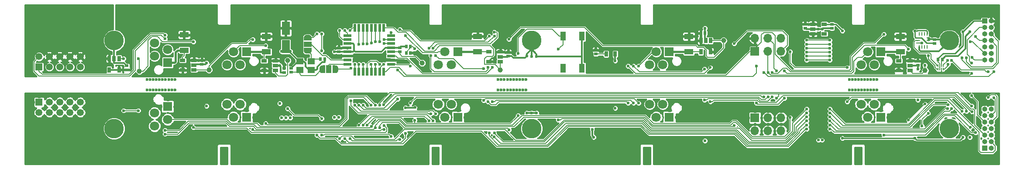
<source format=gtl>
G04 #@! TF.GenerationSoftware,KiCad,Pcbnew,(2018-01-21 revision 6b9866de8)-makepkg*
G04 #@! TF.CreationDate,2018-02-06T18:12:55+01:00*
G04 #@! TF.ProjectId,Arm_interface_panel,41726D5F696E746572666163655F7061,rev?*
G04 #@! TF.SameCoordinates,Original*
G04 #@! TF.FileFunction,Copper,L1,Top,Signal*
G04 #@! TF.FilePolarity,Positive*
%FSLAX46Y46*%
G04 Gerber Fmt 4.6, Leading zero omitted, Abs format (unit mm)*
G04 Created by KiCad (PCBNEW (2018-01-21 revision 6b9866de8)-makepkg) date 02/06/18 18:12:55*
%MOMM*%
%LPD*%
G01*
G04 APERTURE LIST*
%ADD10C,3.800000*%
%ADD11C,1.800000*%
%ADD12R,1.800000X1.800000*%
%ADD13O,1.700000X1.700000*%
%ADD14R,1.700000X1.700000*%
%ADD15R,1.350000X1.350000*%
%ADD16C,1.350000*%
%ADD17O,1.000000X1.000000*%
%ADD18R,1.000000X1.000000*%
%ADD19R,1.600000X0.550000*%
%ADD20R,0.550000X1.600000*%
%ADD21R,1.400000X1.200000*%
%ADD22R,0.650000X0.575000*%
%ADD23R,0.575000X0.650000*%
%ADD24C,1.000000*%
%ADD25R,1.500000X0.500000*%
%ADD26C,0.100000*%
%ADD27R,1.500000X1.000000*%
%ADD28R,0.500000X1.500000*%
%ADD29R,1.000000X1.500000*%
%ADD30R,1.800000X1.070000*%
%ADD31R,1.100000X1.800000*%
%ADD32R,0.650000X1.060000*%
%ADD33R,0.200000X0.530000*%
%ADD34R,1.060000X0.650000*%
%ADD35R,0.675000X0.250000*%
%ADD36R,0.250000X0.675000*%
%ADD37R,1.070000X1.800000*%
%ADD38R,1.600000X2.600000*%
%ADD39R,0.670000X1.000000*%
%ADD40C,0.600000*%
%ADD41C,0.152400*%
%ADD42C,0.304800*%
%ADD43C,0.254000*%
%ADD44C,0.406400*%
G04 APERTURE END LIST*
D10*
X232600000Y-105450000D03*
D11*
X133490000Y-100710000D03*
X134760000Y-103250000D03*
X136030000Y-100710000D03*
D12*
X137300000Y-103250000D03*
D13*
X199980000Y-105890000D03*
X199980000Y-103350000D03*
X197440000Y-105890000D03*
X197440000Y-103350000D03*
X194900000Y-105890000D03*
D14*
X194900000Y-103350000D03*
D15*
X56048000Y-100304000D03*
D16*
X58048000Y-100304000D03*
X60048000Y-100304000D03*
X62048000Y-100304000D03*
X64048000Y-100304000D03*
X56048000Y-102304000D03*
X58048000Y-102304000D03*
X60048000Y-102304000D03*
X62048000Y-102304000D03*
X64048000Y-102304000D03*
D12*
X178300000Y-103250000D03*
D11*
X177030000Y-100710000D03*
X175760000Y-103250000D03*
X174490000Y-100710000D03*
D10*
X70600000Y-105450000D03*
X151600000Y-105450000D03*
D17*
X240727300Y-101640000D03*
X239457300Y-101640000D03*
X240727300Y-102910000D03*
X239457300Y-102910000D03*
X240727300Y-104180000D03*
X239457300Y-104180000D03*
X240727300Y-105450000D03*
X239457300Y-105450000D03*
X240727300Y-106720000D03*
X239457300Y-106720000D03*
X240727300Y-107990000D03*
X239457300Y-107990000D03*
X240727300Y-109260000D03*
D18*
X239457300Y-109260000D03*
D11*
X215490000Y-100710000D03*
X216760000Y-103250000D03*
X218030000Y-100710000D03*
D12*
X219300000Y-103250000D03*
D11*
X78460000Y-104960000D03*
X81000000Y-103690000D03*
X78460000Y-102420000D03*
D12*
X81000000Y-101150000D03*
X96300000Y-103250000D03*
D11*
X95030000Y-100710000D03*
X93760000Y-103250000D03*
X92490000Y-100710000D03*
D10*
X232600000Y-88300000D03*
X151600000Y-88300000D03*
X70600000Y-88300000D03*
D11*
X174490000Y-93040000D03*
X175760000Y-90500000D03*
X177030000Y-93040000D03*
D12*
X178300000Y-90500000D03*
D14*
X194900000Y-90400000D03*
D13*
X194900000Y-87860000D03*
X197440000Y-90400000D03*
X197440000Y-87860000D03*
X199980000Y-90400000D03*
X199980000Y-87860000D03*
D12*
X137300000Y-90500000D03*
D11*
X136030000Y-93040000D03*
X134760000Y-90500000D03*
X133490000Y-93040000D03*
D19*
X115850000Y-87300000D03*
X115850000Y-88100000D03*
X115850000Y-88900000D03*
X115850000Y-89700000D03*
X115850000Y-90500000D03*
X115850000Y-91300000D03*
X115850000Y-92100000D03*
X115850000Y-92900000D03*
D20*
X117300000Y-94350000D03*
X118100000Y-94350000D03*
X118900000Y-94350000D03*
X119700000Y-94350000D03*
X120500000Y-94350000D03*
X121300000Y-94350000D03*
X122100000Y-94350000D03*
X122900000Y-94350000D03*
D19*
X124350000Y-92900000D03*
X124350000Y-92100000D03*
X124350000Y-91300000D03*
X124350000Y-90500000D03*
X124350000Y-89700000D03*
X124350000Y-88900000D03*
X124350000Y-88100000D03*
X124350000Y-87300000D03*
D20*
X122900000Y-85850000D03*
X122100000Y-85850000D03*
X121300000Y-85850000D03*
X120500000Y-85850000D03*
X119700000Y-85850000D03*
X118900000Y-85850000D03*
X118100000Y-85850000D03*
X117300000Y-85850000D03*
D21*
X108800000Y-92350000D03*
X106600000Y-92350000D03*
X106600000Y-94050000D03*
X108800000Y-94050000D03*
D16*
X64048000Y-91446000D03*
X62048000Y-91446000D03*
X60048000Y-91446000D03*
X58048000Y-91446000D03*
X56048000Y-91446000D03*
X64048000Y-93446000D03*
X62048000Y-93446000D03*
X60048000Y-93446000D03*
X58048000Y-93446000D03*
D15*
X56048000Y-93446000D03*
D22*
X73057300Y-93990300D03*
X73057300Y-93215300D03*
X114200000Y-90487500D03*
X114200000Y-89712500D03*
D23*
X110657300Y-91902800D03*
X111432300Y-91902800D03*
D22*
X104957300Y-93715300D03*
X104957300Y-94490300D03*
X204650000Y-85112500D03*
X204650000Y-85887500D03*
X209850000Y-85900000D03*
X209850000Y-85125000D03*
X126000000Y-90500000D03*
X126000000Y-89725000D03*
D23*
X230462500Y-92000000D03*
X231237500Y-92000000D03*
D22*
X229750000Y-88112500D03*
X229750000Y-88887500D03*
D23*
X128037500Y-89500000D03*
X127262500Y-89500000D03*
D22*
X87600000Y-92937500D03*
X87600000Y-92162500D03*
X103557300Y-93727800D03*
X103557300Y-94502800D03*
X147057300Y-91340300D03*
X147057300Y-90565300D03*
D23*
X184419800Y-86852800D03*
X185194800Y-86852800D03*
D22*
X226500000Y-93087500D03*
X226500000Y-92312500D03*
D24*
X75507300Y-94252800D03*
X130357300Y-92652800D03*
D18*
X239457300Y-84490000D03*
D17*
X240727300Y-84490000D03*
X239457300Y-85760000D03*
X240727300Y-85760000D03*
X239457300Y-87030000D03*
X240727300Y-87030000D03*
X239457300Y-88300000D03*
X240727300Y-88300000D03*
X239457300Y-89570000D03*
X240727300Y-89570000D03*
X239457300Y-90840000D03*
X240727300Y-90840000D03*
X239457300Y-92110000D03*
X240727300Y-92110000D03*
D24*
X89000000Y-94000000D03*
X104257300Y-92202800D03*
X145507300Y-94002800D03*
X188807300Y-88302800D03*
X227907300Y-94150000D03*
D12*
X81000000Y-92600000D03*
D11*
X78460000Y-91330000D03*
X81000000Y-90060000D03*
X78460000Y-88790000D03*
X92490000Y-93040000D03*
X93760000Y-90500000D03*
X95030000Y-93040000D03*
D12*
X96300000Y-90500000D03*
X219300000Y-90500000D03*
D11*
X218030000Y-93040000D03*
X216760000Y-90500000D03*
X215490000Y-93040000D03*
D25*
X108157300Y-90002800D03*
D26*
G36*
X108456309Y-89805207D02*
X108504845Y-89812406D01*
X108552442Y-89824329D01*
X108598642Y-89840859D01*
X108642998Y-89861838D01*
X108685085Y-89887064D01*
X108724497Y-89916294D01*
X108760853Y-89949246D01*
X108793805Y-89985602D01*
X108823035Y-90025014D01*
X108848261Y-90067101D01*
X108869240Y-90111457D01*
X108885770Y-90157657D01*
X108897693Y-90205254D01*
X108904892Y-90253790D01*
X108907300Y-90302799D01*
X108907300Y-90302801D01*
X108904892Y-90351810D01*
X108897693Y-90400346D01*
X108885770Y-90447943D01*
X108869240Y-90494143D01*
X108848261Y-90538499D01*
X108823035Y-90580586D01*
X108793805Y-90619998D01*
X108760853Y-90656354D01*
X108724497Y-90689306D01*
X108685085Y-90718536D01*
X108642998Y-90743762D01*
X108598642Y-90764741D01*
X108552442Y-90781271D01*
X108504845Y-90793194D01*
X108456309Y-90800393D01*
X108407300Y-90802801D01*
X107907300Y-90802801D01*
X107858291Y-90800393D01*
X107809755Y-90793194D01*
X107762158Y-90781271D01*
X107715958Y-90764741D01*
X107671602Y-90743762D01*
X107629515Y-90718536D01*
X107590103Y-90689306D01*
X107553747Y-90656354D01*
X107520795Y-90619998D01*
X107491565Y-90580586D01*
X107466339Y-90538499D01*
X107445360Y-90494143D01*
X107428830Y-90447943D01*
X107416907Y-90400346D01*
X107409708Y-90351810D01*
X107407300Y-90302801D01*
X107407300Y-90302799D01*
X107409708Y-90253790D01*
X107416907Y-90205254D01*
X107428830Y-90157657D01*
X107445360Y-90111457D01*
X107466339Y-90067101D01*
X107491565Y-90025014D01*
X107520795Y-89985602D01*
X107553747Y-89949246D01*
X107590103Y-89916294D01*
X107629515Y-89887064D01*
X107671602Y-89861838D01*
X107715958Y-89840859D01*
X107762158Y-89824329D01*
X107809755Y-89812406D01*
X107858291Y-89805207D01*
X107907300Y-89802799D01*
X108407300Y-89802799D01*
X108456309Y-89805207D01*
X108456309Y-89805207D01*
G37*
D24*
X108157300Y-90302800D03*
D27*
X108157300Y-89002800D03*
D25*
X108157300Y-88002800D03*
D26*
G36*
X108456309Y-87205207D02*
X108504845Y-87212406D01*
X108552442Y-87224329D01*
X108598642Y-87240859D01*
X108642998Y-87261838D01*
X108685085Y-87287064D01*
X108724497Y-87316294D01*
X108760853Y-87349246D01*
X108793805Y-87385602D01*
X108823035Y-87425014D01*
X108848261Y-87467101D01*
X108869240Y-87511457D01*
X108885770Y-87557657D01*
X108897693Y-87605254D01*
X108904892Y-87653790D01*
X108907300Y-87702799D01*
X108907300Y-87702801D01*
X108904892Y-87751810D01*
X108897693Y-87800346D01*
X108885770Y-87847943D01*
X108869240Y-87894143D01*
X108848261Y-87938499D01*
X108823035Y-87980586D01*
X108793805Y-88019998D01*
X108760853Y-88056354D01*
X108724497Y-88089306D01*
X108685085Y-88118536D01*
X108642998Y-88143762D01*
X108598642Y-88164741D01*
X108552442Y-88181271D01*
X108504845Y-88193194D01*
X108456309Y-88200393D01*
X108407300Y-88202801D01*
X107907300Y-88202801D01*
X107858291Y-88200393D01*
X107809755Y-88193194D01*
X107762158Y-88181271D01*
X107715958Y-88164741D01*
X107671602Y-88143762D01*
X107629515Y-88118536D01*
X107590103Y-88089306D01*
X107553747Y-88056354D01*
X107520795Y-88019998D01*
X107491565Y-87980586D01*
X107466339Y-87938499D01*
X107445360Y-87894143D01*
X107428830Y-87847943D01*
X107416907Y-87800346D01*
X107409708Y-87751810D01*
X107407300Y-87702801D01*
X107407300Y-87702799D01*
X107409708Y-87653790D01*
X107416907Y-87605254D01*
X107428830Y-87557657D01*
X107445360Y-87511457D01*
X107466339Y-87467101D01*
X107491565Y-87425014D01*
X107520795Y-87385602D01*
X107553747Y-87349246D01*
X107590103Y-87316294D01*
X107629515Y-87287064D01*
X107671602Y-87261838D01*
X107715958Y-87240859D01*
X107762158Y-87224329D01*
X107809755Y-87212406D01*
X107858291Y-87205207D01*
X107907300Y-87202799D01*
X108407300Y-87202799D01*
X108456309Y-87205207D01*
X108456309Y-87205207D01*
G37*
D24*
X108157300Y-87702800D03*
D26*
G36*
X111006310Y-93155208D02*
X111054846Y-93162407D01*
X111102443Y-93174330D01*
X111148643Y-93190860D01*
X111192999Y-93211839D01*
X111235086Y-93237065D01*
X111274498Y-93266295D01*
X111310854Y-93299247D01*
X111343806Y-93335603D01*
X111373036Y-93375015D01*
X111398262Y-93417102D01*
X111419241Y-93461458D01*
X111435771Y-93507658D01*
X111447694Y-93555255D01*
X111454893Y-93603791D01*
X111457301Y-93652800D01*
X111457301Y-94152800D01*
X111454893Y-94201809D01*
X111447694Y-94250345D01*
X111435771Y-94297942D01*
X111419241Y-94344142D01*
X111398262Y-94388498D01*
X111373036Y-94430585D01*
X111343806Y-94469997D01*
X111310854Y-94506353D01*
X111274498Y-94539305D01*
X111235086Y-94568535D01*
X111192999Y-94593761D01*
X111148643Y-94614740D01*
X111102443Y-94631270D01*
X111054846Y-94643193D01*
X111006310Y-94650392D01*
X110957301Y-94652800D01*
X110957299Y-94652800D01*
X110908290Y-94650392D01*
X110859754Y-94643193D01*
X110812157Y-94631270D01*
X110765957Y-94614740D01*
X110721601Y-94593761D01*
X110679514Y-94568535D01*
X110640102Y-94539305D01*
X110603746Y-94506353D01*
X110570794Y-94469997D01*
X110541564Y-94430585D01*
X110516338Y-94388498D01*
X110495359Y-94344142D01*
X110478829Y-94297942D01*
X110466906Y-94250345D01*
X110459707Y-94201809D01*
X110457299Y-94152800D01*
X110457299Y-93652800D01*
X110459707Y-93603791D01*
X110466906Y-93555255D01*
X110478829Y-93507658D01*
X110495359Y-93461458D01*
X110516338Y-93417102D01*
X110541564Y-93375015D01*
X110570794Y-93335603D01*
X110603746Y-93299247D01*
X110640102Y-93266295D01*
X110679514Y-93237065D01*
X110721601Y-93211839D01*
X110765957Y-93190860D01*
X110812157Y-93174330D01*
X110859754Y-93162407D01*
X110908290Y-93155208D01*
X110957299Y-93152800D01*
X110957301Y-93152800D01*
X111006310Y-93155208D01*
X111006310Y-93155208D01*
G37*
D24*
X110957300Y-93902800D03*
D28*
X111257300Y-93902800D03*
D29*
X112257300Y-93902800D03*
D26*
G36*
X113606310Y-93155208D02*
X113654846Y-93162407D01*
X113702443Y-93174330D01*
X113748643Y-93190860D01*
X113792999Y-93211839D01*
X113835086Y-93237065D01*
X113874498Y-93266295D01*
X113910854Y-93299247D01*
X113943806Y-93335603D01*
X113973036Y-93375015D01*
X113998262Y-93417102D01*
X114019241Y-93461458D01*
X114035771Y-93507658D01*
X114047694Y-93555255D01*
X114054893Y-93603791D01*
X114057301Y-93652800D01*
X114057301Y-94152800D01*
X114054893Y-94201809D01*
X114047694Y-94250345D01*
X114035771Y-94297942D01*
X114019241Y-94344142D01*
X113998262Y-94388498D01*
X113973036Y-94430585D01*
X113943806Y-94469997D01*
X113910854Y-94506353D01*
X113874498Y-94539305D01*
X113835086Y-94568535D01*
X113792999Y-94593761D01*
X113748643Y-94614740D01*
X113702443Y-94631270D01*
X113654846Y-94643193D01*
X113606310Y-94650392D01*
X113557301Y-94652800D01*
X113557299Y-94652800D01*
X113508290Y-94650392D01*
X113459754Y-94643193D01*
X113412157Y-94631270D01*
X113365957Y-94614740D01*
X113321601Y-94593761D01*
X113279514Y-94568535D01*
X113240102Y-94539305D01*
X113203746Y-94506353D01*
X113170794Y-94469997D01*
X113141564Y-94430585D01*
X113116338Y-94388498D01*
X113095359Y-94344142D01*
X113078829Y-94297942D01*
X113066906Y-94250345D01*
X113059707Y-94201809D01*
X113057299Y-94152800D01*
X113057299Y-93652800D01*
X113059707Y-93603791D01*
X113066906Y-93555255D01*
X113078829Y-93507658D01*
X113095359Y-93461458D01*
X113116338Y-93417102D01*
X113141564Y-93375015D01*
X113170794Y-93335603D01*
X113203746Y-93299247D01*
X113240102Y-93266295D01*
X113279514Y-93237065D01*
X113321601Y-93211839D01*
X113365957Y-93190860D01*
X113412157Y-93174330D01*
X113459754Y-93162407D01*
X113508290Y-93155208D01*
X113557299Y-93152800D01*
X113557301Y-93152800D01*
X113606310Y-93155208D01*
X113606310Y-93155208D01*
G37*
D24*
X113557300Y-93902800D03*
D28*
X113257300Y-93902800D03*
D23*
X128037500Y-90700000D03*
X127262500Y-90700000D03*
D30*
X84200000Y-90200000D03*
X84200000Y-87190000D03*
X100100000Y-87490000D03*
X100100000Y-90500000D03*
X141100000Y-90500000D03*
X141100000Y-87490000D03*
X182100000Y-87500000D03*
X182100000Y-90510000D03*
X223100000Y-90500000D03*
X223100000Y-87490000D03*
D31*
X157650000Y-93650000D03*
X157650000Y-87450000D03*
X161350000Y-93650000D03*
X161350000Y-87450000D03*
D32*
X71557300Y-94002800D03*
X69657300Y-94002800D03*
X69657300Y-91802800D03*
X70607300Y-91802800D03*
X71557300Y-91802800D03*
D33*
X231432300Y-93217800D03*
X231082300Y-93217800D03*
X230732300Y-93217800D03*
X230382300Y-93217800D03*
X230382300Y-93887800D03*
X230732300Y-93887800D03*
X231082300Y-93887800D03*
X231432300Y-93887800D03*
D34*
X208350000Y-85100000D03*
X208350000Y-87000000D03*
X206150000Y-87000000D03*
X206150000Y-86050000D03*
X206150000Y-85100000D03*
X86100000Y-94050000D03*
X86100000Y-93100000D03*
X86100000Y-92150000D03*
X83900000Y-92150000D03*
X83900000Y-94050000D03*
X99700000Y-94150000D03*
X99700000Y-92250000D03*
X101900000Y-92250000D03*
X101900000Y-93200000D03*
X101900000Y-94150000D03*
X145507300Y-92402800D03*
X145507300Y-91452800D03*
X145507300Y-90502800D03*
X143307300Y-90502800D03*
X143307300Y-92402800D03*
D32*
X186307300Y-90502800D03*
X184407300Y-90502800D03*
X184407300Y-88302800D03*
X185357300Y-88302800D03*
X186307300Y-88302800D03*
D34*
X225000000Y-94150000D03*
X225000000Y-93200000D03*
X225000000Y-92250000D03*
X222800000Y-92250000D03*
X222800000Y-94150000D03*
D35*
X226537500Y-88300000D03*
X226537500Y-88800000D03*
X226537500Y-87800000D03*
X228562500Y-88800000D03*
X228562500Y-88300000D03*
X228562500Y-87800000D03*
D36*
X226800000Y-89562500D03*
X227300000Y-89562500D03*
X227800000Y-89562500D03*
X228300000Y-89562500D03*
X228300000Y-87037500D03*
X227800000Y-87037500D03*
X227300000Y-87037500D03*
X226800000Y-87037500D03*
D37*
X72167300Y-83052800D03*
X69157300Y-83052800D03*
D38*
X103900000Y-85900000D03*
X103900000Y-89500000D03*
D39*
X166050000Y-90925000D03*
X167800000Y-90925000D03*
D22*
X164025000Y-90937500D03*
X164025000Y-90162500D03*
D40*
X218600000Y-97900000D03*
X213200000Y-97900000D03*
X213800000Y-97900000D03*
X215600000Y-97900000D03*
X214400000Y-97900000D03*
X218000000Y-97900000D03*
X216800000Y-97900000D03*
X217400000Y-97900000D03*
X215000000Y-97900000D03*
X216200000Y-97900000D03*
X218600000Y-95875000D03*
X213200000Y-95875000D03*
X213800000Y-95875000D03*
X215600000Y-95875000D03*
X214400000Y-95875000D03*
X218000000Y-95875000D03*
X216800000Y-95875000D03*
X217400000Y-95875000D03*
X215000000Y-95875000D03*
X216200000Y-95875000D03*
X150500000Y-95875000D03*
X145100000Y-95875000D03*
X145700000Y-95875000D03*
X147500000Y-95875000D03*
X146300000Y-95875000D03*
X149900000Y-95875000D03*
X148700000Y-95875000D03*
X149300000Y-95875000D03*
X146900000Y-95875000D03*
X148100000Y-95875000D03*
X150500000Y-97900000D03*
X145100000Y-97900000D03*
X145700000Y-97900000D03*
X147500000Y-97900000D03*
X146300000Y-97900000D03*
X149900000Y-97900000D03*
X148700000Y-97900000D03*
X149300000Y-97900000D03*
X146900000Y-97900000D03*
X148100000Y-97900000D03*
X82400000Y-97900000D03*
X77000000Y-97900000D03*
X82400000Y-95875000D03*
X77000000Y-95875000D03*
X81800000Y-97900000D03*
X80600000Y-97900000D03*
X81200000Y-97900000D03*
X79400000Y-97900000D03*
X80000000Y-97900000D03*
X78800000Y-97900000D03*
X78200000Y-97900000D03*
X77600000Y-97900000D03*
X81800000Y-95875000D03*
X81200000Y-95875000D03*
X80600000Y-95875000D03*
X80000000Y-95875000D03*
X79400000Y-95875000D03*
X78800000Y-95875000D03*
X78200000Y-95875000D03*
X77600000Y-95875000D03*
X207200000Y-107700000D03*
X231050000Y-105450000D03*
X232600000Y-107000000D03*
X234150000Y-105450000D03*
X207950000Y-107700000D03*
X232600000Y-103900000D03*
X185200000Y-107850000D03*
X150627296Y-102387200D03*
X236600000Y-107150000D03*
X226500000Y-99866178D03*
X163325000Y-105600000D03*
X153150000Y-105450000D03*
X151600000Y-103900000D03*
X69050000Y-105450000D03*
X70600000Y-103900000D03*
X151600000Y-107000000D03*
X128957300Y-101347200D03*
X163650000Y-107125000D03*
X150050000Y-105450000D03*
X72150000Y-105450000D03*
X70600000Y-107000000D03*
X167800000Y-101500000D03*
X127107300Y-101397200D03*
X209450000Y-103200000D03*
X131657300Y-103921390D03*
X227300000Y-104977446D03*
X144357292Y-106342286D03*
X204950000Y-103200000D03*
X228521390Y-102471390D03*
X232388818Y-100802848D03*
X118900000Y-104771407D03*
X133007300Y-102547200D03*
X115350000Y-107400000D03*
X209450000Y-104750000D03*
X197457300Y-99247200D03*
X104257300Y-101547200D03*
X124357300Y-107006957D03*
X114350000Y-107400000D03*
X186257300Y-100197200D03*
X241219565Y-99421996D03*
X109950000Y-106752665D03*
X118902411Y-100849951D03*
X209450000Y-105525000D03*
X204950000Y-105525000D03*
X237690100Y-106209900D03*
X185107300Y-99897200D03*
X232250000Y-101550002D03*
X97470394Y-105662726D03*
X117299992Y-100850000D03*
X143107298Y-100197200D03*
X110850000Y-106752665D03*
X121257300Y-100847208D03*
X116507300Y-100047200D03*
X122099997Y-100849997D03*
X236937667Y-101066600D03*
X128100000Y-100450000D03*
X118100000Y-104750000D03*
X224700000Y-103800000D03*
X144344356Y-107094586D03*
X142257288Y-99997200D03*
X171357300Y-100497200D03*
X116350000Y-107400000D03*
X195197823Y-100485277D03*
X209450000Y-102425000D03*
X120457300Y-100847204D03*
X132057300Y-102547200D03*
X132457300Y-103921390D03*
X144007300Y-100197200D03*
X110847971Y-103485178D03*
X237015011Y-102150495D03*
X143350000Y-106300000D03*
X204950000Y-104750000D03*
X204950000Y-103975000D03*
X209450000Y-103975000D03*
X118100000Y-100850002D03*
X200606077Y-99561367D03*
X126050000Y-107582201D03*
X172350000Y-100500000D03*
X204950000Y-102425000D03*
X236907300Y-99047200D03*
X170307300Y-100497200D03*
X233052104Y-101571515D03*
X122852347Y-100840110D03*
X199083516Y-99573416D03*
X198257300Y-99247200D03*
X227887726Y-100669206D03*
X125600000Y-99688222D03*
X240157300Y-99397200D03*
X122950000Y-105650000D03*
X122102411Y-105249951D03*
X127100000Y-106400000D03*
X100000000Y-104450000D03*
X196657302Y-99247200D03*
X236653834Y-105246166D03*
X147207300Y-105697200D03*
X128926223Y-103826223D03*
X190900000Y-104850000D03*
X80457300Y-106528203D03*
X72457300Y-101947200D03*
X114200000Y-103262500D03*
X148981266Y-102921166D03*
X156750000Y-103750000D03*
X211850000Y-107350000D03*
X235250000Y-107150000D03*
X201757301Y-103297200D03*
X212807300Y-100197200D03*
X225900000Y-107300000D03*
X120500000Y-105000008D03*
X88550000Y-101050000D03*
X235957800Y-102100802D03*
X75290721Y-101947200D03*
X103907300Y-103347200D03*
X235107300Y-102097200D03*
X209450000Y-101650000D03*
X113300000Y-103250000D03*
X102734800Y-100550000D03*
X151597300Y-102377200D03*
X80457300Y-105775800D03*
X121300000Y-105250000D03*
X103057300Y-103347200D03*
X122957292Y-104847200D03*
X204950000Y-101650000D03*
X104757292Y-103347200D03*
X152567300Y-102377200D03*
X85957300Y-105247200D03*
X219900004Y-106700000D03*
X119700000Y-104771407D03*
X163650000Y-86625000D03*
X163325000Y-88150000D03*
X128957300Y-92402800D03*
X127107300Y-92352800D03*
X167800000Y-92250000D03*
X226500000Y-93883822D03*
X70600000Y-89850000D03*
X69050000Y-88300000D03*
X70600000Y-86750000D03*
X72150000Y-88300000D03*
X151600000Y-89850000D03*
X150050000Y-88300000D03*
X151600000Y-86750000D03*
X153150000Y-88300000D03*
X232600000Y-89850000D03*
X232600000Y-86750000D03*
X231050000Y-88300000D03*
X234150000Y-88300000D03*
X185200000Y-85900000D03*
X236600000Y-86600000D03*
X207950000Y-86050000D03*
X207200000Y-86050000D03*
X150627296Y-91362800D03*
X152567300Y-91372800D03*
X151597300Y-91372800D03*
X114200000Y-90487500D03*
X88550000Y-92700000D03*
X102734800Y-93200000D03*
X103907300Y-90402800D03*
X104757292Y-90402800D03*
X103057300Y-90402800D03*
X113300000Y-90500000D03*
X75290721Y-91802800D03*
X72457300Y-91802800D03*
X85957300Y-88502800D03*
X122957292Y-88902800D03*
X204950000Y-92100000D03*
X209450000Y-92100000D03*
X235107300Y-91652800D03*
X80457300Y-87221797D03*
X121300000Y-88500000D03*
X201757301Y-90452800D03*
X235957800Y-91649198D03*
X212807300Y-93552800D03*
X80457300Y-87974200D03*
X120500000Y-88749992D03*
X225900000Y-86450000D03*
X235250000Y-86600000D03*
X211850000Y-86400000D03*
X156750000Y-90000000D03*
X148981266Y-90828834D03*
X190900000Y-88900000D03*
X128926223Y-89923777D03*
X119700000Y-88978593D03*
X219900004Y-87050000D03*
X237690100Y-87540100D03*
X197457300Y-94502800D03*
X236907300Y-94702800D03*
X128100000Y-93300000D03*
X199083516Y-94176584D03*
X122852347Y-92909890D03*
X236937667Y-92683400D03*
X122099997Y-92900003D03*
X209450000Y-91325000D03*
X204950000Y-91325000D03*
X114350000Y-86350000D03*
X204950000Y-89000000D03*
X209450000Y-89000000D03*
X233052104Y-92178485D03*
X240157300Y-94352800D03*
X143350000Y-87450000D03*
X116350000Y-86350000D03*
X126050000Y-86167799D03*
X204950000Y-88225000D03*
X209450000Y-88225000D03*
X109950000Y-86997335D03*
X236653834Y-88503834D03*
X196657302Y-94502800D03*
X241219565Y-94328004D03*
X118902411Y-92900049D03*
X237015011Y-91599505D03*
X186257300Y-93552800D03*
X170307300Y-93252800D03*
X143107298Y-93552800D03*
X132057300Y-91202800D03*
X116507300Y-93702800D03*
X120457300Y-92902796D03*
X97470394Y-88087274D03*
X122950000Y-88100000D03*
X121257300Y-92902792D03*
X100000000Y-89300000D03*
X124357300Y-86743043D03*
X110850000Y-86997335D03*
X104257300Y-92202800D03*
X110847971Y-90264822D03*
X127100000Y-87350000D03*
X115350000Y-86350000D03*
X142257288Y-93752800D03*
X133007300Y-91202800D03*
X117299992Y-92900000D03*
X172350000Y-93250000D03*
X147207300Y-88052800D03*
X122102411Y-88500049D03*
X200606077Y-94188633D03*
X195197823Y-93264723D03*
X118100000Y-92899998D03*
X125600000Y-94061778D03*
X185107300Y-93852800D03*
X171357300Y-93252800D03*
X227887726Y-93080794D03*
X224700000Y-89950000D03*
X198257300Y-94502800D03*
X144007300Y-93552800D03*
X204950000Y-89775000D03*
X209450000Y-89775000D03*
X232250000Y-92199998D03*
X132457300Y-89828610D03*
X144344356Y-86655414D03*
X118100000Y-89000000D03*
X227300000Y-88772554D03*
X228521390Y-91278610D03*
X204950000Y-90550000D03*
X209450000Y-90550000D03*
X232388818Y-92947152D03*
X131657300Y-89828610D03*
X144357292Y-87407714D03*
X118900000Y-88978593D03*
D41*
X200938390Y-108054811D02*
X193776256Y-108054811D01*
X202900000Y-106093201D02*
X200938390Y-108054811D01*
X204950000Y-103142761D02*
X202900000Y-105192761D01*
X202900000Y-105192761D02*
X202900000Y-106093201D01*
X131283110Y-102747200D02*
X132157301Y-103621391D01*
X209457300Y-103897200D02*
X211097678Y-105537578D01*
X228521390Y-102471390D02*
X227300000Y-103692780D01*
X227300000Y-104553182D02*
X227300000Y-104977446D01*
X118100000Y-104750000D02*
X120102800Y-102747200D01*
X132157301Y-103621391D02*
X132457300Y-103921390D01*
X120102800Y-102747200D02*
X131283110Y-102747200D01*
X174678767Y-105685567D02*
X173128768Y-104135567D01*
X191407012Y-105685567D02*
X174678767Y-105685567D01*
X227300000Y-103692780D02*
X227300000Y-104553182D01*
X193776256Y-108054811D02*
X191407012Y-105685567D01*
X144644355Y-107394585D02*
X144344356Y-107094586D01*
X173002512Y-104440378D02*
X158219244Y-104440378D01*
X203250000Y-106174268D02*
X201064646Y-108359622D01*
X174552511Y-105990378D02*
X173002512Y-104440378D01*
X191257012Y-105990378D02*
X174552511Y-105990378D01*
X227804790Y-105537578D02*
X231792366Y-101550002D01*
X211097678Y-105537578D02*
X227804790Y-105537578D01*
X193626256Y-108359622D02*
X191257012Y-105990378D01*
X209457300Y-103897200D02*
X209597200Y-103897200D01*
X231792366Y-101550002D02*
X231825736Y-101550002D01*
X145590148Y-108340378D02*
X144644355Y-107394585D01*
X204950000Y-103895174D02*
X203250000Y-105595174D01*
X158219244Y-104440378D02*
X154319244Y-108340378D01*
X201064646Y-108359622D02*
X193626256Y-108359622D01*
X144686375Y-99942389D02*
X170802489Y-99942389D01*
X203250000Y-105595174D02*
X203250000Y-106174268D01*
X224700000Y-103800000D02*
X227830794Y-100669206D01*
X170802489Y-99942389D02*
X171357300Y-100497200D01*
X227830794Y-100669206D02*
X227887726Y-100669206D01*
X231825736Y-101550002D02*
X232250000Y-101550002D01*
X154319244Y-108340378D02*
X145590148Y-108340378D01*
X127107588Y-105059621D02*
X126014411Y-103966444D01*
X121300000Y-104825736D02*
X121300000Y-105250000D01*
X122159292Y-103966444D02*
X121300000Y-104825736D01*
X202200000Y-104387935D02*
X202200000Y-105931067D01*
X204950000Y-101637935D02*
X202200000Y-104387935D01*
X92990355Y-105042389D02*
X92290355Y-104342389D01*
X175057535Y-104771134D02*
X173507536Y-103221134D01*
X200835878Y-107295189D02*
X194266633Y-107295189D01*
X194266633Y-107295189D02*
X191214230Y-104242786D01*
X235107300Y-102097200D02*
X232652489Y-99642389D01*
X229662111Y-99642389D02*
X224726544Y-104577956D01*
X190695047Y-104242786D02*
X190166699Y-104771134D01*
X148221445Y-105059621D02*
X127107588Y-105059621D01*
X212438056Y-104577956D02*
X209457300Y-101597200D01*
X82921797Y-106528203D02*
X80881564Y-106528203D01*
X98204433Y-105614433D02*
X97632389Y-105042389D01*
X85107611Y-104342389D02*
X82921797Y-106528203D01*
X72457300Y-101947200D02*
X75290721Y-101947200D01*
X191214230Y-104242786D02*
X190695047Y-104242786D01*
X232652489Y-99642389D02*
X229662111Y-99642389D01*
X190166699Y-104771134D02*
X175057535Y-104771134D01*
X202200000Y-105931067D02*
X200835878Y-107295189D01*
X97632389Y-105042389D02*
X92990355Y-105042389D01*
X173507536Y-103221134D02*
X150059932Y-103221134D01*
X121300000Y-105250000D02*
X120935567Y-105614433D01*
X209597200Y-101597200D02*
X209457300Y-101597200D01*
X80881564Y-106528203D02*
X80457300Y-106528203D01*
X92290355Y-104342389D02*
X85107611Y-104342389D01*
X120935567Y-105614433D02*
X98204433Y-105614433D01*
X224726544Y-104577956D02*
X212438056Y-104577956D01*
X126014411Y-103966444D02*
X122159292Y-103966444D01*
X150059932Y-103221134D02*
X148221445Y-105059621D01*
X199502923Y-98718599D02*
X124973858Y-98718599D01*
X199507300Y-98722976D02*
X199502923Y-98718599D01*
X124973858Y-98718599D02*
X123152346Y-100540111D01*
X237207299Y-99347199D02*
X236907300Y-99047200D01*
X233846475Y-98722976D02*
X199507300Y-98722976D01*
X237264060Y-101617214D02*
X236740713Y-101617214D01*
X237543612Y-104802446D02*
X237543612Y-101896766D01*
X122099997Y-100849997D02*
X122099997Y-100425733D01*
X199507300Y-98722976D02*
X199507300Y-99149632D01*
X237543612Y-101896766D02*
X237264060Y-101617214D01*
X239457300Y-106720000D02*
X238957301Y-106220001D01*
X196921733Y-99782767D02*
X197157301Y-99547199D01*
X238957301Y-106220001D02*
X238957301Y-106216135D01*
X122099997Y-100425733D02*
X124111942Y-98413788D01*
X238040715Y-102763415D02*
X238040715Y-100180615D01*
X238957301Y-106216135D02*
X237543612Y-104802446D01*
X236740713Y-101617214D02*
X233846475Y-98722976D01*
X239457300Y-104180000D02*
X238040715Y-102763415D01*
X129217402Y-99332598D02*
X195654832Y-99332598D01*
X199383515Y-99273417D02*
X199083516Y-99573416D01*
X128100000Y-100450000D02*
X129217402Y-99332598D01*
X238040715Y-100180615D02*
X237207299Y-99347199D01*
X196105001Y-99782767D02*
X196921733Y-99782767D01*
X234284855Y-98413788D02*
X236637668Y-100766601D01*
X236637668Y-100766601D02*
X236937667Y-101066600D01*
X124111942Y-98413788D02*
X234284855Y-98413788D01*
X123152346Y-100540111D02*
X122852347Y-100840110D01*
X199507300Y-99149632D02*
X199383515Y-99273417D01*
X195654832Y-99332598D02*
X196105001Y-99782767D01*
X114254500Y-104700000D02*
X100250000Y-104700000D01*
X126279075Y-108145189D02*
X127100000Y-107324264D01*
X115350000Y-107400000D02*
X116095189Y-108145189D01*
X122525736Y-105650000D02*
X122256492Y-105919244D01*
X110209991Y-102847198D02*
X105557298Y-102847198D01*
X98342867Y-104432767D02*
X93242867Y-104432767D01*
X115507300Y-103447200D02*
X114254500Y-104700000D01*
X104257300Y-101547200D02*
X105557298Y-102847198D01*
X119507292Y-99097200D02*
X116007300Y-99097200D01*
X122950000Y-105650000D02*
X122525736Y-105650000D01*
X120457300Y-100847204D02*
X119012107Y-99402011D01*
X93242867Y-104432767D02*
X92500100Y-103690000D01*
X111274264Y-106752665D02*
X111476929Y-106550000D01*
X116007300Y-99097200D02*
X115507300Y-99597200D01*
X119012107Y-99402011D02*
X116152489Y-99402011D01*
X124057301Y-106706958D02*
X124357300Y-107006957D01*
X122256492Y-105919244D02*
X97726912Y-105919244D01*
X98914911Y-105004811D02*
X98342867Y-104432767D01*
X116152489Y-99402011D02*
X115812111Y-99742389D01*
X100250000Y-104700000D02*
X100000000Y-104450000D01*
X121257300Y-100847208D02*
X119507292Y-99097200D01*
X127100000Y-106824264D02*
X127100000Y-106400000D01*
X114380756Y-105004811D02*
X98914911Y-105004811D01*
X111476929Y-106550000D02*
X123900343Y-106550000D01*
X110850000Y-106752665D02*
X111274264Y-106752665D01*
X123900343Y-106550000D02*
X124057301Y-106706958D01*
X127100000Y-107324264D02*
X127100000Y-106824264D01*
X115507300Y-99597200D02*
X115507300Y-103447200D01*
X110847971Y-103485178D02*
X110209991Y-102847198D01*
X97726912Y-105919244D02*
X97470394Y-105662726D01*
X116095189Y-108145189D02*
X126279075Y-108145189D01*
X115812111Y-103573456D02*
X114380756Y-105004811D01*
X131633036Y-102547200D02*
X132057300Y-102547200D01*
X196233038Y-99247200D02*
X196657302Y-99247200D01*
X144657300Y-100797199D02*
X145207299Y-100247200D01*
X143107298Y-100197200D02*
X143707297Y-100797199D01*
X195407301Y-99947201D02*
X195852489Y-100392389D01*
X125422213Y-99027787D02*
X196013625Y-99027787D01*
X210231448Y-106171397D02*
X228033103Y-106171397D01*
X236353835Y-104946167D02*
X236653834Y-105246166D01*
X228033103Y-106171397D02*
X231557300Y-102647200D01*
X200371733Y-99032767D02*
X233725199Y-99032767D01*
X240727300Y-102910000D02*
X241519564Y-102117736D01*
X145207299Y-100247200D02*
X170057300Y-100247200D01*
X236842927Y-102150495D02*
X237015011Y-102150495D01*
X199012111Y-100392389D02*
X200371733Y-99032767D01*
X186257300Y-100197200D02*
X186681564Y-100197200D01*
X233725199Y-99032767D02*
X236842927Y-102150495D01*
X170057300Y-100247200D02*
X170307300Y-100497200D01*
X241519564Y-99721995D02*
X241219565Y-99421996D01*
X186931563Y-99947201D02*
X195407301Y-99947201D01*
X118902411Y-100849951D02*
X119502460Y-101450000D01*
X234054868Y-102647200D02*
X236353835Y-104946167D01*
X174300000Y-106600000D02*
X172750000Y-105050000D01*
X123000000Y-101450000D02*
X125422213Y-99027787D01*
X92500100Y-103690000D02*
X82272792Y-103690000D01*
X115812111Y-99742389D02*
X115812111Y-103573456D01*
X143707297Y-100797199D02*
X144657300Y-100797199D01*
X119502460Y-101450000D02*
X123000000Y-101450000D01*
X195852489Y-100392389D02*
X199012111Y-100392389D01*
X196013625Y-99027787D02*
X196233038Y-99247200D01*
X82272792Y-103690000D02*
X81000000Y-103690000D01*
X131485837Y-102400001D02*
X131633036Y-102547200D01*
X116507300Y-100047200D02*
X116507300Y-100947200D01*
X117960101Y-102400001D02*
X131485837Y-102400001D01*
X116507300Y-100947200D02*
X117960101Y-102400001D01*
X209457251Y-105397200D02*
X210231448Y-106171397D01*
X241519564Y-102117736D02*
X241519564Y-99721995D01*
X231557300Y-102647200D02*
X234054868Y-102647200D01*
X186681564Y-100197200D02*
X186931563Y-99947201D01*
X130787921Y-103052011D02*
X131357301Y-103621391D01*
X144657291Y-106642285D02*
X144357292Y-106342286D01*
X146050573Y-108035567D02*
X144657291Y-106642285D01*
X211500081Y-105187578D02*
X225016922Y-105187578D01*
X157969244Y-104135567D02*
X154069244Y-108035567D01*
X131357301Y-103621391D02*
X131657300Y-103921390D01*
X209457300Y-103144797D02*
X209544797Y-103144797D01*
X120619396Y-103052011D02*
X130787921Y-103052011D01*
X209457300Y-103144797D02*
X211500081Y-105187578D01*
X229401652Y-100802848D02*
X231964554Y-100802848D01*
X225016922Y-105187578D02*
X229401652Y-100802848D01*
X231964554Y-100802848D02*
X232388818Y-100802848D01*
X118900000Y-104771407D02*
X120619396Y-103052011D01*
X154069244Y-108035567D02*
X146050573Y-108035567D01*
X173128768Y-104135567D02*
X157969244Y-104135567D01*
X142557287Y-99697201D02*
X142257288Y-99997200D01*
X126981332Y-105364432D02*
X146874532Y-105364432D01*
X171487578Y-99637578D02*
X142616910Y-99637578D01*
X125888155Y-104271255D02*
X126981332Y-105364432D01*
X122656843Y-104271255D02*
X125888155Y-104271255D01*
X132478699Y-102018599D02*
X133007300Y-102547200D01*
X131803571Y-102018599D02*
X132478699Y-102018599D01*
X131762551Y-102059619D02*
X118509611Y-102059619D01*
X117599991Y-101149999D02*
X117299992Y-100850000D01*
X172350000Y-100500000D02*
X171487578Y-99637578D01*
X122102411Y-104825687D02*
X122656843Y-104271255D01*
X122102411Y-105249951D02*
X122102411Y-104825687D01*
X142616910Y-99637578D02*
X142557287Y-99697201D01*
X146874532Y-105364432D02*
X146907301Y-105397201D01*
X118509611Y-102059619D02*
X117599991Y-101149999D01*
X131762551Y-102059619D02*
X131803571Y-102018599D01*
X118399999Y-101150001D02*
X118100000Y-100850002D01*
X199470244Y-100697200D02*
X195409746Y-100697200D01*
X144007300Y-100197200D02*
X144431564Y-100197200D01*
X144431564Y-100197200D02*
X144686375Y-99942389D01*
X185786375Y-99642389D02*
X185531564Y-99897200D01*
X125600000Y-99688222D02*
X123533412Y-101754810D01*
X123533412Y-101754810D02*
X119004808Y-101754810D01*
X197416922Y-100087578D02*
X195978745Y-100087578D01*
X198257300Y-99247200D02*
X197416922Y-100087578D01*
X195978745Y-100087578D02*
X195533556Y-99642389D01*
X195409746Y-100697200D02*
X195197823Y-100485277D01*
X146907301Y-105397201D02*
X147207300Y-105697200D01*
X119004808Y-101754810D02*
X118399999Y-101150001D01*
X200606077Y-99561367D02*
X199470244Y-100697200D01*
X185531564Y-99897200D02*
X185107300Y-99897200D01*
X195533556Y-99642389D02*
X185786375Y-99642389D01*
X210652489Y-105842389D02*
X227931046Y-105842389D01*
X241227299Y-103680001D02*
X240727300Y-104180000D01*
X201380756Y-108969244D02*
X193300000Y-108969244D01*
X113500000Y-107300000D02*
X110497335Y-107300000D01*
X125625736Y-107582201D02*
X125367559Y-107840378D01*
X193300000Y-108969244D02*
X190930756Y-106600000D01*
X204854500Y-105400000D02*
X204950000Y-105400000D01*
X240661105Y-98893395D02*
X241473294Y-98893395D01*
X172750000Y-105050000D02*
X158669244Y-105050000D01*
X190930756Y-106600000D02*
X174300000Y-106600000D01*
X204757300Y-105497200D02*
X204854500Y-105400000D01*
X240157300Y-99397200D02*
X240661105Y-98893395D01*
X204950000Y-105400000D02*
X201380756Y-108969244D01*
X158669244Y-105050000D02*
X154769244Y-108950000D01*
X144800000Y-108950000D02*
X141824054Y-105974054D01*
X241824374Y-99244475D02*
X241824374Y-103082926D01*
X125367559Y-107840378D02*
X116790378Y-107840378D01*
X154769244Y-108950000D02*
X144800000Y-108950000D01*
X141824054Y-105974054D02*
X129125946Y-105974054D01*
X116790378Y-107840378D02*
X116649999Y-107699999D01*
X114650000Y-108450000D02*
X113500000Y-107300000D01*
X110497335Y-107300000D02*
X109950000Y-106752665D01*
X126650000Y-108450000D02*
X114650000Y-108450000D01*
X204757300Y-105547200D02*
X204757300Y-105497200D01*
X241824374Y-103082926D02*
X241227299Y-103680001D01*
X227931046Y-105842389D02*
X231673435Y-102100000D01*
X126050000Y-107582201D02*
X125625736Y-107582201D01*
X241473294Y-98893395D02*
X241824374Y-99244475D01*
X116649999Y-107699999D02*
X116350000Y-107400000D01*
X129125946Y-105974054D02*
X126650000Y-108450000D01*
X174426255Y-106295189D02*
X191130756Y-106295189D01*
X146429343Y-105669243D02*
X148469722Y-107709622D01*
X153964122Y-107709622D02*
X157842988Y-103830756D01*
X232294556Y-99947200D02*
X229807300Y-99947200D01*
X231673435Y-102100000D02*
X232600000Y-102100000D01*
X203600000Y-105997587D02*
X204650001Y-104947586D01*
X229807300Y-99947200D02*
X224871733Y-104882767D01*
X204650001Y-102690347D02*
X204950000Y-102390348D01*
X173255024Y-103830756D02*
X174805023Y-105380756D01*
X233580706Y-101352938D02*
X233580706Y-101233350D01*
X238400000Y-109800000D02*
X238400000Y-106172232D01*
X172876256Y-104745189D02*
X174426255Y-106295189D01*
X224871733Y-104882767D02*
X211947673Y-104882767D01*
X232600000Y-102100000D02*
X233052104Y-101647896D01*
X209457300Y-104647200D02*
X210652489Y-105842389D01*
X143350000Y-106300000D02*
X143350000Y-106847800D01*
X158542988Y-104745189D02*
X172876256Y-104745189D01*
X191921134Y-105380756D02*
X194250000Y-107709622D01*
X233580706Y-101233350D02*
X232294556Y-99947200D01*
X202550000Y-106012134D02*
X202550000Y-104790348D01*
X241100000Y-110150000D02*
X238750000Y-110150000D01*
X126855076Y-105669243D02*
X146429343Y-105669243D01*
X193500000Y-108664433D02*
X201190902Y-108664433D01*
X240727300Y-107990000D02*
X241550000Y-108812700D01*
X191130756Y-106295189D02*
X193500000Y-108664433D01*
X174805023Y-105380756D02*
X191921134Y-105380756D01*
X114878601Y-106871399D02*
X116603729Y-106871399D01*
X238750000Y-110150000D02*
X238400000Y-109800000D01*
X209757299Y-102692393D02*
X209457300Y-102392394D01*
X145147389Y-108645189D02*
X154642988Y-108645189D01*
X143350000Y-106847800D02*
X145147389Y-108645189D01*
X203600000Y-106255335D02*
X203600000Y-105997587D01*
X154642988Y-108645189D02*
X158542988Y-104745189D01*
X204650001Y-104947586D02*
X204950000Y-104647587D01*
X201190902Y-108664433D02*
X203600000Y-106255335D01*
X124988752Y-107535567D02*
X126855076Y-105669243D01*
X117267897Y-107535567D02*
X124988752Y-107535567D01*
X202550000Y-104790348D02*
X204650001Y-102690347D01*
X148469722Y-107709622D02*
X153964122Y-107709622D01*
X114350000Y-107400000D02*
X114878601Y-106871399D01*
X116603729Y-106871399D02*
X117267897Y-107535567D01*
X211947673Y-104882767D02*
X209757299Y-102692393D01*
X157842988Y-103830756D02*
X173255024Y-103830756D01*
X241550000Y-109700000D02*
X241100000Y-110150000D01*
X238400000Y-106172232D02*
X233580706Y-101352938D01*
X209457300Y-102392394D02*
X209642394Y-102392394D01*
X233052104Y-101647896D02*
X233052104Y-101571515D01*
X194250000Y-107709622D02*
X200852512Y-107709622D01*
X209457300Y-104647200D02*
X209647200Y-104647200D01*
X200852512Y-107709622D02*
X202550000Y-106012134D01*
X241550000Y-108812700D02*
X241550000Y-109700000D01*
X123478601Y-105953731D02*
X123208277Y-106224055D01*
X123208277Y-106224055D02*
X97224055Y-106224055D01*
X122957292Y-104847200D02*
X123478601Y-105368509D01*
X86060100Y-105350000D02*
X85957300Y-105247200D01*
X97224055Y-106224055D02*
X96350000Y-105350000D01*
X96350000Y-105350000D02*
X86060100Y-105350000D01*
X123478601Y-105368509D02*
X123478601Y-105953731D01*
X98333119Y-105309622D02*
X120190386Y-105309622D01*
X200709622Y-106990378D02*
X194392889Y-106990378D01*
X80457300Y-105775800D02*
X83243134Y-105775800D01*
X190040443Y-104466323D02*
X175183791Y-104466323D01*
X84981355Y-104037578D02*
X92416612Y-104037578D01*
X83243134Y-105775800D02*
X84981355Y-104037578D01*
X173633792Y-102916323D02*
X149733677Y-102916323D01*
X212807300Y-100197200D02*
X213666922Y-99337578D01*
X201757301Y-103297200D02*
X201757301Y-105942699D01*
X175183791Y-104466323D02*
X173633792Y-102916323D01*
X201757301Y-105942699D02*
X200709622Y-106990378D01*
X121838375Y-103661633D02*
X120799999Y-104700009D01*
X233572639Y-99337578D02*
X235957800Y-101722739D01*
X149733677Y-102916323D02*
X147895190Y-104754810D01*
X120200001Y-105300007D02*
X120500000Y-105000008D01*
X97761075Y-104737578D02*
X98333119Y-105309622D01*
X126140667Y-103661633D02*
X121838375Y-103661633D01*
X120799999Y-104700009D02*
X120500000Y-105000008D01*
X127233844Y-104754810D02*
X126140667Y-103661633D01*
X120190386Y-105309622D02*
X120200001Y-105300007D01*
X190568791Y-103937975D02*
X190040443Y-104466323D01*
X92416612Y-104037578D02*
X93116611Y-104737578D01*
X147895190Y-104754810D02*
X127233844Y-104754810D01*
X235957800Y-101722739D02*
X235957800Y-102100802D01*
X93116611Y-104737578D02*
X97761075Y-104737578D01*
X213666922Y-99337578D02*
X233572639Y-99337578D01*
X194392889Y-106990378D02*
X191340486Y-103937975D01*
X191340486Y-103937975D02*
X190568791Y-103937975D01*
D42*
X163325000Y-106800000D02*
X163650000Y-107125000D01*
X127107300Y-101397200D02*
X128907300Y-101397200D01*
X128907300Y-101397200D02*
X128957300Y-101347200D01*
X163325000Y-105600000D02*
X163325000Y-106800000D01*
X151597300Y-102377200D02*
X150637296Y-102377200D01*
X152021564Y-102377200D02*
X152567300Y-102377200D01*
X150637296Y-102377200D02*
X150627296Y-102387200D01*
X151597300Y-102377200D02*
X152021564Y-102377200D01*
D41*
X128900000Y-104450000D02*
X128926223Y-104423777D01*
X220324268Y-106700000D02*
X219900004Y-106700000D01*
X126266922Y-103356822D02*
X127360100Y-104450000D01*
X231683556Y-102952010D02*
X227935566Y-106700000D01*
X233612110Y-102952010D02*
X231683556Y-102952010D01*
X237690100Y-106209900D02*
X236870000Y-106209900D01*
X236870000Y-106209900D02*
X233612110Y-102952010D01*
X121114585Y-103356822D02*
X126266922Y-103356822D01*
X127360100Y-104450000D02*
X128900000Y-104450000D01*
X128926223Y-104423777D02*
X128926223Y-103826223D01*
X119700000Y-104771407D02*
X121114585Y-103356822D01*
X197157301Y-99547199D02*
X197457300Y-99247200D01*
X227935566Y-106700000D02*
X220324268Y-106700000D01*
D43*
X226199999Y-107599999D02*
X225900000Y-107300000D01*
X226229401Y-107629401D02*
X226199999Y-107599999D01*
X225850000Y-107350000D02*
X225900000Y-107300000D01*
X234770599Y-107629401D02*
X226229401Y-107629401D01*
D41*
X148681267Y-103221165D02*
X148981266Y-102921166D01*
X147452432Y-104450000D02*
X148681267Y-103221165D01*
X128950000Y-104450000D02*
X147452432Y-104450000D01*
X157398319Y-103525945D02*
X157174264Y-103750000D01*
X190674055Y-105075945D02*
X174931279Y-105075945D01*
X174931279Y-105075945D02*
X173381280Y-103525945D01*
X190900000Y-104850000D02*
X190674055Y-105075945D01*
X173381280Y-103525945D02*
X157398319Y-103525945D01*
X157174264Y-103750000D02*
X156750000Y-103750000D01*
D43*
X211850000Y-107350000D02*
X225850000Y-107350000D01*
X235250000Y-107150000D02*
X234770599Y-107629401D01*
D42*
X164025000Y-88850000D02*
X163325000Y-88150000D01*
X164025000Y-90162500D02*
X164025000Y-88850000D01*
D41*
X231082300Y-93887800D02*
X231082300Y-94467700D01*
D42*
X186307300Y-90502800D02*
X186307300Y-90297800D01*
X186307300Y-90297800D02*
X185147101Y-89137601D01*
X185147101Y-89137601D02*
X184407300Y-89137600D01*
X184407300Y-89137600D02*
X184407300Y-88302800D01*
X126854500Y-92100000D02*
X127107300Y-92352800D01*
X124350000Y-92100000D02*
X126854500Y-92100000D01*
X69657300Y-94002800D02*
X71557300Y-94002800D01*
X143307300Y-92402800D02*
X143307300Y-92342700D01*
X143307300Y-92342700D02*
X143866190Y-91783810D01*
X143866190Y-91783810D02*
X144115118Y-91783810D01*
X144115118Y-91783810D02*
X144672499Y-91226429D01*
X144672499Y-91226429D02*
X144672500Y-90502800D01*
X144672500Y-90502800D02*
X145507300Y-90502800D01*
X116954800Y-91300000D02*
X115850000Y-91300000D01*
X124350000Y-92100000D02*
X124129801Y-91879801D01*
X123306159Y-91879801D02*
X122726358Y-91300000D01*
X124129801Y-91879801D02*
X123306159Y-91879801D01*
X122726358Y-91300000D02*
X116954800Y-91300000D01*
X103557300Y-93727800D02*
X103557300Y-93072500D01*
X103557300Y-93072500D02*
X102734800Y-92250000D01*
X102734800Y-92250000D02*
X101900000Y-92250000D01*
X86100000Y-92150000D02*
X87587500Y-92150000D01*
X87587500Y-92150000D02*
X87600000Y-92162500D01*
X115850000Y-89700000D02*
X114287500Y-89700000D01*
X114287500Y-89700000D02*
X114200000Y-89787500D01*
X167800000Y-90925000D02*
X167800000Y-92250000D01*
X226500000Y-93087500D02*
X226500000Y-93883822D01*
X225000000Y-93200000D02*
X226387500Y-93200000D01*
X226387500Y-93200000D02*
X226500000Y-93087500D01*
X185194800Y-86852800D02*
X185194800Y-85905200D01*
X185194800Y-85905200D02*
X185200000Y-85900000D01*
X185194800Y-86852800D02*
X185194800Y-88140300D01*
X185194800Y-88140300D02*
X185357300Y-88302800D01*
X235727880Y-89922120D02*
X235727880Y-87472120D01*
X234350000Y-91300000D02*
X235727880Y-89922120D01*
X235727880Y-87472120D02*
X236600000Y-86600000D01*
X231900000Y-91300000D02*
X234350000Y-91300000D01*
X231237500Y-92000000D02*
X231237500Y-91962500D01*
X231237500Y-91962500D02*
X231900000Y-91300000D01*
X226800000Y-90100000D02*
X227068990Y-90368990D01*
X226800000Y-89562500D02*
X226800000Y-90100000D01*
X227068990Y-90368990D02*
X230631010Y-90368990D01*
X230631010Y-90368990D02*
X232600000Y-88400000D01*
X232600000Y-88400000D02*
X232600000Y-88300000D01*
X229750000Y-88112500D02*
X232412500Y-88112500D01*
X232412500Y-88112500D02*
X232600000Y-88300000D01*
X228562500Y-88050000D02*
X229687500Y-88050000D01*
X229687500Y-88050000D02*
X229750000Y-88112500D01*
X228562500Y-87800000D02*
X228562500Y-88050000D01*
X228562500Y-88050000D02*
X228562500Y-88300000D01*
D41*
X231082300Y-93217800D02*
X231082300Y-92155200D01*
X231082300Y-92155200D02*
X231237500Y-92000000D01*
D42*
X209850000Y-85900000D02*
X208100000Y-85900000D01*
X208100000Y-85900000D02*
X207950000Y-86050000D01*
X206150000Y-86050000D02*
X204812500Y-86050000D01*
X204812500Y-86050000D02*
X204650000Y-85887500D01*
X207200000Y-86050000D02*
X207950000Y-86050000D01*
X206150000Y-86050000D02*
X207200000Y-86050000D01*
X161350000Y-91302800D02*
X161350000Y-87450000D01*
X161350000Y-92445200D02*
X161350000Y-91302800D01*
X152567300Y-91372800D02*
X161280000Y-91372800D01*
X161280000Y-91372800D02*
X161350000Y-91302800D01*
X161350000Y-93650000D02*
X161350000Y-92445200D01*
X147057300Y-91340300D02*
X147687100Y-91340300D01*
X147687100Y-91340300D02*
X148009599Y-91662799D01*
X148009599Y-91662799D02*
X150327297Y-91662799D01*
X150327297Y-91662799D02*
X150627296Y-91362800D01*
X145507300Y-91452800D02*
X146944800Y-91452800D01*
X146944800Y-91452800D02*
X147057300Y-91340300D01*
X150627296Y-91362800D02*
X150627296Y-90938536D01*
X150627296Y-90938536D02*
X151600000Y-89965832D01*
X151600000Y-89965832D02*
X151600000Y-88300000D01*
X152567300Y-91372800D02*
X152567300Y-90948536D01*
X152567300Y-90948536D02*
X151600000Y-89981236D01*
X151600000Y-89981236D02*
X151600000Y-88300000D01*
X151600000Y-91370100D02*
X151597300Y-91372800D01*
X151600000Y-88300000D02*
X151600000Y-91370100D01*
X70607300Y-91802800D02*
X70607300Y-88307300D01*
X70607300Y-88307300D02*
X70600000Y-88300000D01*
X70607300Y-91802800D02*
X70607301Y-92637601D01*
X70607301Y-92637601D02*
X72479601Y-92637601D01*
X72479601Y-92637601D02*
X73057300Y-93215300D01*
X87600000Y-92937500D02*
X86262500Y-92937500D01*
X86262500Y-92937500D02*
X86100000Y-93100000D01*
X88312500Y-92937500D02*
X88550000Y-92700000D01*
X87600000Y-92937500D02*
X88312500Y-92937500D01*
X123245200Y-89700000D02*
X122442400Y-90502800D01*
X124350000Y-89700000D02*
X123245200Y-89700000D01*
X122442400Y-90502800D02*
X117357300Y-90502800D01*
X117357300Y-90502800D02*
X117157300Y-90302800D01*
X127262500Y-89500000D02*
X126225000Y-89500000D01*
X126225000Y-89500000D02*
X126000000Y-89725000D01*
X117157300Y-90302800D02*
X117057300Y-90402800D01*
X103900000Y-89500000D02*
X103907300Y-89507300D01*
X103907300Y-89978536D02*
X103907300Y-90402800D01*
X103057300Y-90402800D02*
X103907300Y-90402800D01*
X103907300Y-89507300D02*
X103907300Y-89978536D01*
X103900000Y-90395500D02*
X103907300Y-90402800D01*
X103900000Y-90360100D02*
X103900000Y-90395500D01*
X103900000Y-89500000D02*
X103900000Y-89545508D01*
X106500000Y-92350000D02*
X104757292Y-90607292D01*
X103900000Y-89545508D02*
X104457293Y-90102801D01*
X104457293Y-90102801D02*
X104757292Y-90402800D01*
X104757292Y-90607292D02*
X104757292Y-90402800D01*
X106600000Y-92350000D02*
X106500000Y-92350000D01*
X117157300Y-90302800D02*
X116960100Y-90500000D01*
X116960100Y-90500000D02*
X115850000Y-90500000D01*
X117157300Y-89102500D02*
X117157300Y-90302800D01*
X115850000Y-88900000D02*
X116954800Y-88900000D01*
X116954800Y-88900000D02*
X117157300Y-89102500D01*
X113312500Y-90487500D02*
X113300000Y-90500000D01*
X114200000Y-90487500D02*
X113312500Y-90487500D01*
X115850000Y-90500000D02*
X114212500Y-90500000D01*
X114212500Y-90500000D02*
X114200000Y-90487500D01*
X110000000Y-93854800D02*
X110000000Y-93471925D01*
X110000000Y-93471925D02*
X110939323Y-92532602D01*
X110939323Y-92532602D02*
X111432300Y-92532600D01*
X111432300Y-92532600D02*
X111432300Y-91902800D01*
X108800000Y-94050000D02*
X109804800Y-94050000D01*
X109804800Y-94050000D02*
X110000000Y-93854800D01*
X102900000Y-93365200D02*
X102900000Y-94475300D01*
X102900000Y-94475300D02*
X102927500Y-94502800D01*
X102927500Y-94502800D02*
X103557300Y-94502800D01*
X101900000Y-93200000D02*
X102734800Y-93200000D01*
X102734800Y-93200000D02*
X102900000Y-93365200D01*
X104957300Y-93715300D02*
X106322600Y-92350000D01*
X106322600Y-92350000D02*
X106600000Y-92350000D01*
X107350000Y-92350000D02*
X107700000Y-92700000D01*
X107700000Y-92700000D02*
X107700000Y-93350000D01*
X108400000Y-94050000D02*
X108800000Y-94050000D01*
X106600000Y-92350000D02*
X107350000Y-92350000D01*
X107700000Y-93350000D02*
X108400000Y-94050000D01*
X126000000Y-89725000D02*
X124375000Y-89725000D01*
X124375000Y-89725000D02*
X124350000Y-89700000D01*
D41*
X110657300Y-91902800D02*
X109247200Y-91902800D01*
X109247200Y-91902800D02*
X108800000Y-92350000D01*
X108800000Y-92350000D02*
X108800000Y-90945500D01*
X108800000Y-90945500D02*
X108157300Y-90302800D01*
X106897600Y-95100000D02*
X109657700Y-95100000D01*
X109657700Y-95100000D02*
X110854900Y-93902800D01*
X110854900Y-93902800D02*
X111257300Y-93902800D01*
X106600000Y-94050000D02*
X106600000Y-94802400D01*
X106600000Y-94802400D02*
X106897600Y-95100000D01*
X104957300Y-94490300D02*
X106159700Y-94490300D01*
X106159700Y-94490300D02*
X106600000Y-94050000D01*
X93392894Y-88900000D02*
X96233404Y-88900000D01*
X89000000Y-93292894D02*
X93392894Y-88900000D01*
X89000000Y-94000000D02*
X89000000Y-93292894D01*
X96233404Y-88900000D02*
X97046130Y-88087274D01*
X97046130Y-88087274D02*
X97470394Y-88087274D01*
X94960000Y-89300000D02*
X99575736Y-89300000D01*
X99575736Y-89300000D02*
X100000000Y-89300000D01*
X93760000Y-90500000D02*
X94960000Y-89300000D01*
X164025000Y-90937500D02*
X166037500Y-90937500D01*
X166037500Y-90937500D02*
X166050000Y-90925000D01*
X79957300Y-88502800D02*
X85957300Y-88502800D01*
X79007300Y-87552800D02*
X79957300Y-88502800D01*
X77907300Y-87552800D02*
X79007300Y-87552800D01*
X77207300Y-88252800D02*
X77907300Y-87552800D01*
X77207300Y-93259906D02*
X77207300Y-88252800D01*
X76214406Y-94252800D02*
X77207300Y-93259906D01*
X75507300Y-94252800D02*
X76214406Y-94252800D01*
X75507300Y-94252800D02*
X75507300Y-92019379D01*
X75507300Y-92019379D02*
X75290721Y-91802800D01*
X71507300Y-91802800D02*
X72457300Y-91802800D01*
X122960092Y-88900000D02*
X122957292Y-88902800D01*
X124350000Y-88900000D02*
X122960092Y-88900000D01*
X204962065Y-92100000D02*
X209404500Y-92100000D01*
X204950000Y-92112065D02*
X204962065Y-92100000D01*
X209404500Y-92100000D02*
X209457300Y-92152800D01*
X241047201Y-93752800D02*
X236783036Y-93752800D01*
X240727300Y-87030000D02*
X242100000Y-88402700D01*
X235107300Y-92077064D02*
X235107300Y-91652800D01*
X242100000Y-88402700D02*
X242100001Y-92700000D01*
X236783036Y-93752800D02*
X235107300Y-92077064D01*
X242100001Y-92700000D02*
X241047201Y-93752800D01*
X80138303Y-86902800D02*
X80457300Y-87221797D01*
X77657300Y-86902800D02*
X80138303Y-86902800D01*
X56048000Y-94273400D02*
X56672589Y-94897989D01*
X56672589Y-94897989D02*
X73512111Y-94897989D01*
X56048000Y-93446000D02*
X56048000Y-94273400D01*
X73512111Y-94897989D02*
X74402489Y-94007611D01*
X74402489Y-94007611D02*
X74402489Y-90157611D01*
X74402489Y-90157611D02*
X77657300Y-86902800D01*
X121300000Y-85850000D02*
X121300000Y-88500000D01*
X202657300Y-93552800D02*
X201757300Y-92652800D01*
X212807300Y-93552800D02*
X202657300Y-93552800D01*
X201757300Y-92652800D02*
X201757300Y-90452801D01*
X201757300Y-90452801D02*
X201757301Y-90452800D01*
X240920945Y-93447989D02*
X236952489Y-93447989D01*
X241795190Y-89367890D02*
X241795190Y-92573744D01*
X235957800Y-92073462D02*
X235957800Y-91649198D01*
X236952489Y-93447989D02*
X235957800Y-92453300D01*
X241795190Y-92573744D02*
X240920945Y-93447989D01*
X240727300Y-88300000D02*
X241795190Y-89367890D01*
X235957800Y-92453300D02*
X235957800Y-92073462D01*
X77762110Y-87247990D02*
X79731090Y-87247990D01*
X77757300Y-87252800D02*
X77762110Y-87247990D01*
X79731090Y-87247990D02*
X80457300Y-87974200D01*
X55107300Y-92386700D02*
X55107300Y-94266782D01*
X56048000Y-91446000D02*
X55107300Y-92386700D01*
X55107300Y-94266782D02*
X56043318Y-95202800D01*
X56043318Y-95202800D02*
X73638367Y-95202800D01*
X74707300Y-90302800D02*
X77757300Y-87252800D01*
X73638367Y-95202800D02*
X74707300Y-94133867D01*
X74707300Y-94133867D02*
X74707300Y-90302800D01*
X120500000Y-85850000D02*
X120500000Y-88749992D01*
D43*
X235250000Y-86600000D02*
X237360000Y-84490000D01*
X237360000Y-84490000D02*
X239457300Y-84490000D01*
X235250000Y-89300000D02*
X233750000Y-90800000D01*
X235250000Y-86600000D02*
X235250000Y-89300000D01*
X233750000Y-90800000D02*
X231400000Y-90800000D01*
X231400000Y-90800000D02*
X230462500Y-91737500D01*
X230462500Y-91737500D02*
X230462500Y-92000000D01*
X228562500Y-88800000D02*
X229662500Y-88800000D01*
X229662500Y-88800000D02*
X229750000Y-88887500D01*
X228562500Y-88800000D02*
X228184960Y-88800000D01*
X228184960Y-88800000D02*
X227184960Y-87800000D01*
X227184960Y-87800000D02*
X227129000Y-87800000D01*
X227129000Y-87800000D02*
X226537500Y-87800000D01*
X226324264Y-86450000D02*
X226424264Y-86350000D01*
X225900000Y-86450000D02*
X226324264Y-86450000D01*
X226424264Y-86350000D02*
X228100000Y-86350000D01*
X228100000Y-86350000D02*
X228300000Y-86550000D01*
X228300000Y-86550000D02*
X228300000Y-87037500D01*
X225900000Y-87600000D02*
X226100000Y-87800000D01*
X225900000Y-86450000D02*
X225900000Y-87600000D01*
X226100000Y-87800000D02*
X226537500Y-87800000D01*
X226887500Y-87800000D02*
X226675000Y-87800000D01*
D41*
X230732300Y-93217800D02*
X230732300Y-92800400D01*
X230732300Y-92800400D02*
X230462500Y-92530600D01*
X230462500Y-92530600D02*
X230462500Y-92477400D01*
X230462500Y-92477400D02*
X230462500Y-92000000D01*
D43*
X211850000Y-86400000D02*
X210575000Y-85125000D01*
X210575000Y-85125000D02*
X209850000Y-85125000D01*
X208350000Y-85100000D02*
X209825000Y-85100000D01*
X209825000Y-85100000D02*
X209850000Y-85125000D01*
X208350000Y-85100000D02*
X208555000Y-85100000D01*
D41*
X230732300Y-93217800D02*
X230732300Y-93887800D01*
X129107300Y-91402800D02*
X126462900Y-91402800D01*
X130357300Y-92652800D02*
X129107300Y-91402800D01*
X126462900Y-91402800D02*
X126000000Y-90939900D01*
X126000000Y-90939900D02*
X126000000Y-90500000D01*
X126000000Y-90500000D02*
X124350000Y-90500000D01*
X157650000Y-87450000D02*
X157650000Y-89100000D01*
X157650000Y-89100000D02*
X157049999Y-89700001D01*
X157049999Y-89700001D02*
X156750000Y-90000000D01*
X156947600Y-87450000D02*
X155550400Y-86052800D01*
X150696870Y-86052800D02*
X148981266Y-87768404D01*
X155550400Y-86052800D02*
X150696870Y-86052800D01*
X148981266Y-87768404D02*
X148981266Y-90404570D01*
X149037300Y-90802800D02*
X149007300Y-90802800D01*
X157650000Y-87450000D02*
X156947600Y-87450000D01*
X149007300Y-90802800D02*
X148981266Y-90828834D01*
X148981266Y-90404570D02*
X148981266Y-90828834D01*
X201207300Y-89172700D02*
X201207300Y-87352800D01*
X199980000Y-90400000D02*
X201207300Y-89172700D01*
X200257300Y-86402800D02*
X193397200Y-86402800D01*
X191199999Y-88600001D02*
X190900000Y-88900000D01*
X193397200Y-86402800D02*
X191199999Y-88600001D01*
X201207300Y-87352800D02*
X200257300Y-86402800D01*
X128502446Y-89500000D02*
X128926223Y-89923777D01*
X128037500Y-89500000D02*
X128502446Y-89500000D01*
X128037500Y-89500000D02*
X128037500Y-89748982D01*
X128037500Y-89748982D02*
X127262500Y-90523982D01*
X127262500Y-90523982D02*
X127262500Y-90700000D01*
X119700000Y-85850000D02*
X119700000Y-88978593D01*
X119700000Y-88900000D02*
X119700000Y-88978593D01*
X198262110Y-86707610D02*
X198862110Y-87307610D01*
X196602490Y-86707610D02*
X198262110Y-86707610D01*
X213497679Y-91312421D02*
X216007300Y-88802800D01*
X196157300Y-87152800D02*
X196602490Y-86707610D01*
X194900000Y-89900000D02*
X196157300Y-88642700D01*
X213497679Y-93862421D02*
X213497679Y-91312421D01*
X196157300Y-88642700D02*
X196157300Y-87152800D01*
X194900000Y-90400000D02*
X194900000Y-89900000D01*
X198862110Y-87307610D02*
X198862110Y-91007610D01*
X198862110Y-91007610D02*
X201957300Y-94102800D01*
X201957300Y-94102800D02*
X213257300Y-94102800D01*
X213257300Y-94102800D02*
X213497679Y-93862421D01*
X216007300Y-88802800D02*
X218147204Y-88802800D01*
X218147204Y-88802800D02*
X219600005Y-87349999D01*
X219600005Y-87349999D02*
X219900004Y-87050000D01*
X237990099Y-87840099D02*
X237690100Y-87540100D01*
X239457300Y-88300000D02*
X238450000Y-88300000D01*
X238450000Y-88300000D02*
X237990099Y-87840099D01*
X123327400Y-94350000D02*
X124144223Y-93533177D01*
X124144223Y-93533177D02*
X125853729Y-93533177D01*
X193897600Y-90400000D02*
X194900000Y-90400000D01*
X125853729Y-93533177D02*
X127328163Y-95007611D01*
X127328163Y-95007611D02*
X189289989Y-95007611D01*
X189289989Y-95007611D02*
X193897600Y-90400000D01*
X122900000Y-94350000D02*
X123327400Y-94350000D01*
X236578699Y-95031401D02*
X197985901Y-95031401D01*
X197985901Y-95031401D02*
X197757299Y-94802799D01*
X197757299Y-94802799D02*
X197457300Y-94502800D01*
X236907300Y-94702800D02*
X236578699Y-95031401D01*
X197440000Y-94485500D02*
X197457300Y-94502800D01*
X197440000Y-90400000D02*
X197440000Y-94485500D01*
X125302400Y-92900000D02*
X125402401Y-93000001D01*
X125402401Y-93000001D02*
X127800001Y-93000001D01*
X124350000Y-92900000D02*
X125302400Y-92900000D01*
X127800001Y-93000001D02*
X128100000Y-93300000D01*
X197440000Y-87860000D02*
X198557300Y-88977300D01*
X198557300Y-93650368D02*
X198783517Y-93876585D01*
X198783517Y-93876585D02*
X199083516Y-94176584D01*
X198557300Y-88977300D02*
X198557300Y-93650368D01*
X122552348Y-93209889D02*
X122852347Y-92909890D01*
X122100000Y-94350000D02*
X122100000Y-93663518D01*
X122552348Y-93211170D02*
X122552348Y-93209889D01*
X122100000Y-93663518D02*
X122552348Y-93211170D01*
X239457300Y-85760000D02*
X238500100Y-85760000D01*
X238500100Y-85760000D02*
X236108890Y-88151210D01*
X236486401Y-92232134D02*
X236637668Y-92383401D01*
X236486401Y-91395469D02*
X236486401Y-92232134D01*
X236108890Y-91017958D02*
X236486401Y-91395469D01*
X236637668Y-92383401D02*
X236937667Y-92683400D01*
X236108890Y-88151210D02*
X236108890Y-91017958D01*
X119700000Y-94350000D02*
X119700000Y-92877766D01*
X119700000Y-92877766D02*
X120277765Y-92300001D01*
X120277765Y-92300001D02*
X121499995Y-92300001D01*
X121799998Y-92600004D02*
X122099997Y-92900003D01*
X121499995Y-92300001D02*
X121799998Y-92600004D01*
X204984652Y-91325000D02*
X209424694Y-91325000D01*
X204950000Y-91359652D02*
X204984652Y-91325000D01*
X209424694Y-91325000D02*
X209457300Y-91357606D01*
X114350000Y-86774264D02*
X114350000Y-86350000D01*
X114350000Y-87552400D02*
X114350000Y-86774264D01*
X114897600Y-88100000D02*
X114350000Y-87552400D01*
X115850000Y-88100000D02*
X114897600Y-88100000D01*
X205052413Y-89000000D02*
X209354500Y-89000000D01*
X204950000Y-89102413D02*
X205052413Y-89000000D01*
X209354500Y-89000000D02*
X209457300Y-89102800D01*
X239733036Y-94352800D02*
X239437846Y-94057610D01*
X239437846Y-94057610D02*
X234931229Y-94057610D01*
X240157300Y-94352800D02*
X239733036Y-94352800D01*
X234931229Y-94057610D02*
X233352103Y-92478484D01*
X233352103Y-92478484D02*
X233052104Y-92178485D01*
X142454810Y-88345190D02*
X143350000Y-87450000D01*
X142450000Y-88345190D02*
X142454810Y-88345190D01*
X132683844Y-88345190D02*
X142450000Y-88345190D01*
X128041589Y-86391589D02*
X129995190Y-88345190D01*
X129995190Y-88345190D02*
X132683844Y-88345190D01*
X126217799Y-86167799D02*
X126441589Y-86391589D01*
X126050000Y-86167799D02*
X126217799Y-86167799D01*
X126441589Y-86391589D02*
X128041589Y-86391589D01*
X116649999Y-86050001D02*
X116350000Y-86350000D01*
X116850000Y-85850000D02*
X116649999Y-86050001D01*
X117300000Y-85850000D02*
X116850000Y-85850000D01*
X205075000Y-88225000D02*
X209329451Y-88225000D01*
X204950000Y-88350000D02*
X205075000Y-88225000D01*
X209329451Y-88225000D02*
X209457251Y-88352800D01*
X109244535Y-87702800D02*
X109650001Y-87297334D01*
X109650001Y-87297334D02*
X109950000Y-86997335D01*
X108157300Y-87702800D02*
X109244535Y-87702800D01*
X237078098Y-88503834D02*
X236653834Y-88503834D01*
X237121134Y-88503834D02*
X237078098Y-88503834D01*
X239457300Y-90840000D02*
X237121134Y-88503834D01*
X241219565Y-94328004D02*
X240211357Y-95336212D01*
X196957301Y-94802799D02*
X196657302Y-94502800D01*
X240211357Y-95336212D02*
X197490714Y-95336212D01*
X197490714Y-95336212D02*
X196957301Y-94802799D01*
X118900000Y-94350000D02*
X118900000Y-92902460D01*
X118900000Y-92902460D02*
X118902411Y-92900049D01*
X239457300Y-92110000D02*
X237525506Y-92110000D01*
X237525506Y-92110000D02*
X237315010Y-91899504D01*
X237315010Y-91899504D02*
X237015011Y-91599505D01*
X185107300Y-94702800D02*
X185957301Y-93852799D01*
X185957301Y-93852799D02*
X186257300Y-93552800D01*
X171757300Y-94702800D02*
X185107300Y-94702800D01*
X170307300Y-93252800D02*
X171757300Y-94702800D01*
X142686372Y-94397990D02*
X143107298Y-93977064D01*
X132702490Y-94397990D02*
X142686372Y-94397990D01*
X143107298Y-93977064D02*
X143107298Y-93552800D01*
X132057300Y-93752800D02*
X132702490Y-94397990D01*
X132057300Y-91202800D02*
X132057300Y-93752800D01*
X113557300Y-93902800D02*
X116307300Y-93902800D01*
X116307300Y-93902800D02*
X116507300Y-93702800D01*
X120500000Y-94350000D02*
X120500000Y-92945496D01*
X120500000Y-92945496D02*
X120457300Y-92902796D01*
X124350000Y-88100000D02*
X122950000Y-88100000D01*
X86100000Y-94050000D02*
X88950000Y-94050000D01*
X88950000Y-94050000D02*
X89000000Y-94000000D01*
X121300000Y-94350000D02*
X121300000Y-92945492D01*
X121300000Y-92945492D02*
X121257300Y-92902792D01*
X124350000Y-86750343D02*
X124357300Y-86743043D01*
X124350000Y-87300000D02*
X124350000Y-86750343D01*
X110847971Y-90264822D02*
X110847971Y-86999364D01*
X110847971Y-86999364D02*
X110850000Y-86997335D01*
X101900000Y-94627400D02*
X102475400Y-95202800D01*
X101900000Y-94150000D02*
X101900000Y-94627400D01*
X102475400Y-95202800D02*
X103957300Y-95202800D01*
X103957300Y-95202800D02*
X104257300Y-94902800D01*
X104257300Y-94902800D02*
X104257300Y-92202800D01*
X127399999Y-87649999D02*
X127100000Y-87350000D01*
X134760000Y-90500000D02*
X133487208Y-90500000D01*
X130424198Y-90674198D02*
X127399999Y-87649999D01*
X133313010Y-90674198D02*
X130424198Y-90674198D01*
X133487208Y-90500000D02*
X133313010Y-90674198D01*
X115850000Y-87300000D02*
X115850000Y-86850000D01*
X115850000Y-86850000D02*
X115649999Y-86649999D01*
X115649999Y-86649999D02*
X115350000Y-86350000D01*
X133765442Y-89302800D02*
X132711030Y-90357212D01*
X132711030Y-90357212D02*
X130857212Y-90357212D01*
X130857212Y-90357212D02*
X127196399Y-86696399D01*
X125650899Y-86696399D02*
X124804500Y-85850000D01*
X144207300Y-91152800D02*
X144207300Y-89952800D01*
X144207300Y-89952800D02*
X143557300Y-89302800D01*
X143557300Y-89302800D02*
X133765442Y-89302800D01*
X127196399Y-86696399D02*
X125650899Y-86696399D01*
X124804500Y-85850000D02*
X123327400Y-85850000D01*
X143957300Y-91402800D02*
X144207300Y-91152800D01*
X123327400Y-85850000D02*
X122900000Y-85850000D01*
X142493233Y-91816867D02*
X142907300Y-91402800D01*
X142907300Y-91402800D02*
X143957300Y-91402800D01*
X142493233Y-92956401D02*
X142493233Y-91816867D01*
X144460901Y-92956401D02*
X142493233Y-92956401D01*
X145507300Y-94002800D02*
X144460901Y-92956401D01*
X145507300Y-92402800D02*
X145507300Y-94002800D01*
X133007300Y-91202800D02*
X133607300Y-91802800D01*
X138407300Y-93752800D02*
X141833024Y-93752800D01*
X136457300Y-91802800D02*
X138407300Y-93752800D01*
X141833024Y-93752800D02*
X142257288Y-93752800D01*
X133607300Y-91802800D02*
X136457300Y-91802800D01*
X117300000Y-94350000D02*
X117300000Y-92900008D01*
X117300000Y-92900008D02*
X117299992Y-92900000D01*
X172350000Y-93250000D02*
X175100000Y-90500000D01*
X175100000Y-90500000D02*
X175760000Y-90500000D01*
X183807300Y-89602800D02*
X184957300Y-89602800D01*
X183507300Y-89302800D02*
X183807300Y-89602800D01*
X165407300Y-89302800D02*
X183507300Y-89302800D01*
X161852489Y-85747989D02*
X165407300Y-89302800D01*
X147207300Y-88052800D02*
X149512111Y-85747989D01*
X149512111Y-85747989D02*
X161852489Y-85747989D01*
X185457300Y-90102800D02*
X185457300Y-91252800D01*
X184957300Y-89602800D02*
X185457300Y-90102800D01*
X185457300Y-91252800D02*
X185757300Y-91552800D01*
X186957300Y-91552800D02*
X188807300Y-89702800D01*
X185757300Y-91552800D02*
X186957300Y-91552800D01*
X188807300Y-89702800D02*
X188807300Y-88302800D01*
X122100000Y-88497638D02*
X122102411Y-88500049D01*
X122100000Y-85850000D02*
X122100000Y-88497638D01*
X186307300Y-88302800D02*
X186784700Y-88302800D01*
X186784700Y-88302800D02*
X188807300Y-88302800D01*
X214857300Y-91602800D02*
X215657200Y-91602800D01*
X214107300Y-92352800D02*
X214857300Y-91602800D01*
X214107300Y-94283867D02*
X214107300Y-92352800D01*
X213678745Y-94712422D02*
X214107300Y-94283867D01*
X200606077Y-94188633D02*
X201129866Y-94712422D01*
X201129866Y-94712422D02*
X213678745Y-94712422D01*
X215657200Y-91602800D02*
X215860001Y-91399999D01*
X215860001Y-91399999D02*
X216760000Y-90500000D01*
X195197823Y-94612277D02*
X195197823Y-93264723D01*
X194497678Y-95312422D02*
X195197823Y-94612277D01*
X194165346Y-95312422D02*
X194497678Y-95312422D01*
X125600000Y-94061778D02*
X126850644Y-95312422D01*
X126850644Y-95312422D02*
X194165346Y-95312422D01*
X118100000Y-94350000D02*
X118100000Y-92899998D01*
X225550000Y-94700000D02*
X227357300Y-94700000D01*
X225000000Y-94150000D02*
X225550000Y-94700000D01*
X227357300Y-94700000D02*
X227907300Y-94150000D01*
X213452489Y-94407611D02*
X201831044Y-94407611D01*
X224700000Y-89950000D02*
X223952800Y-89202800D01*
X213802490Y-94057610D02*
X213452489Y-94407611D01*
X213802490Y-91557610D02*
X213802490Y-94057610D01*
X216157300Y-89202800D02*
X213802490Y-91557610D01*
X199337245Y-94705185D02*
X198459685Y-94705185D01*
X223952800Y-89202800D02*
X216157300Y-89202800D01*
X201831044Y-94407611D02*
X201081044Y-93657611D01*
X201081044Y-93657611D02*
X200384819Y-93657611D01*
X200384819Y-93657611D02*
X199337245Y-94705185D01*
X198459685Y-94705185D02*
X198257300Y-94502800D01*
X184807301Y-94152799D02*
X185107300Y-93852800D01*
X171357300Y-93252800D02*
X172502490Y-94397990D01*
X184562110Y-94397990D02*
X184807301Y-94152799D01*
X172502490Y-94397990D02*
X184562110Y-94397990D01*
X227907300Y-94150000D02*
X227907300Y-93100368D01*
X227907300Y-93100368D02*
X227887726Y-93080794D01*
X143707301Y-93852799D02*
X144007300Y-93552800D01*
X125302400Y-91300000D02*
X125710011Y-91707611D01*
X125710011Y-91707611D02*
X127412111Y-91707611D01*
X142857300Y-94702800D02*
X143707301Y-93852799D01*
X124350000Y-91300000D02*
X125302400Y-91300000D01*
X130407300Y-94702800D02*
X142857300Y-94702800D01*
X127412111Y-91707611D02*
X130407300Y-94702800D01*
X124350000Y-91300000D02*
X125036482Y-91300000D01*
D44*
X81000000Y-92600000D02*
X82306400Y-92600000D01*
X82306400Y-92600000D02*
X82500000Y-92406400D01*
X82500000Y-92406400D02*
X82500000Y-90593600D01*
X82500000Y-90593600D02*
X82893600Y-90200000D01*
X82893600Y-90200000D02*
X84200000Y-90200000D01*
D41*
X84200000Y-91200000D02*
X83900000Y-91500000D01*
X83900000Y-91500000D02*
X83900000Y-92150000D01*
X84200000Y-90200000D02*
X84200000Y-91200000D01*
X99700000Y-92250000D02*
X99700000Y-90900000D01*
X99700000Y-90900000D02*
X100100000Y-90500000D01*
D44*
X96300000Y-90500000D02*
X100100000Y-90500000D01*
D41*
X141100000Y-90500000D02*
X143304500Y-90500000D01*
X143304500Y-90500000D02*
X143307300Y-90502800D01*
D44*
X137300000Y-90500000D02*
X141100000Y-90500000D01*
D41*
X182100000Y-90510000D02*
X184400100Y-90510000D01*
X184400100Y-90510000D02*
X184407300Y-90502800D01*
X181800000Y-90810000D02*
X182100000Y-90510000D01*
D44*
X178300000Y-90500000D02*
X182090000Y-90500000D01*
X182090000Y-90500000D02*
X182100000Y-90510000D01*
D41*
X223100000Y-90500000D02*
X223100000Y-91950000D01*
X223100000Y-91950000D02*
X222800000Y-92250000D01*
D44*
X219300000Y-90500000D02*
X223100000Y-90500000D01*
D41*
X111000000Y-91200000D02*
X108802800Y-89002800D01*
X108802800Y-89002800D02*
X108157300Y-89002800D01*
X111753482Y-91200000D02*
X111000000Y-91200000D01*
X115850000Y-92100000D02*
X112653482Y-92100000D01*
X112653482Y-92100000D02*
X111753482Y-91200000D01*
X112257300Y-93000400D02*
X112357700Y-92900000D01*
X112357700Y-92900000D02*
X115850000Y-92900000D01*
X112257300Y-93902800D02*
X112257300Y-93000400D01*
X205029826Y-89775000D02*
X209379500Y-89775000D01*
X204950000Y-89854826D02*
X205029826Y-89775000D01*
X209379500Y-89775000D02*
X209457300Y-89852800D01*
X232250000Y-92235100D02*
X232250000Y-92199998D01*
X231432300Y-93052800D02*
X232250000Y-92235100D01*
X231432300Y-93217800D02*
X231432300Y-93052800D01*
X133331099Y-88954811D02*
X132757299Y-89528611D01*
X132757299Y-89528611D02*
X132457300Y-89828610D01*
X144344356Y-86655414D02*
X144768620Y-86655414D01*
X144768620Y-86655414D02*
X144885902Y-86772696D01*
X143587621Y-88954811D02*
X133331099Y-88954811D01*
X144885902Y-87656530D02*
X143587621Y-88954811D01*
X144885902Y-86772696D02*
X144885902Y-87656530D01*
X118100000Y-85850000D02*
X118100000Y-89000000D01*
X228850000Y-90750000D02*
X226900000Y-90750000D01*
X226047600Y-88300000D02*
X226537500Y-88300000D01*
X229050000Y-90950000D02*
X228850000Y-90750000D01*
X229050000Y-91900000D02*
X229050000Y-90950000D01*
X230129900Y-92979900D02*
X229050000Y-91900000D01*
X230129900Y-93217800D02*
X230129900Y-92979900D01*
X230382300Y-93217800D02*
X230129900Y-93217800D01*
X226900000Y-90750000D02*
X225800000Y-89650000D01*
X225800000Y-89650000D02*
X225800000Y-88547600D01*
X225800000Y-88547600D02*
X226047600Y-88300000D01*
X226887500Y-88300000D02*
X226397600Y-88300000D01*
X226397600Y-88300000D02*
X226321399Y-88376201D01*
X226537500Y-88800000D02*
X227272554Y-88800000D01*
X227272554Y-88800000D02*
X227300000Y-88772554D01*
X230187800Y-93887800D02*
X229825090Y-93525090D01*
X230382300Y-93887800D02*
X230187800Y-93887800D01*
X229825090Y-93525090D02*
X229825090Y-93175090D01*
X229825090Y-93175090D02*
X228521390Y-91871390D01*
X228521390Y-91871390D02*
X228521390Y-91702874D01*
X228521390Y-91702874D02*
X228521390Y-91278610D01*
X205007239Y-90550000D02*
X209402097Y-90550000D01*
X204950000Y-90607239D02*
X205007239Y-90550000D01*
X209402097Y-90550000D02*
X209457300Y-90605203D01*
X232388818Y-93183682D02*
X232388818Y-92947152D01*
X231432300Y-93887800D02*
X231684700Y-93887800D01*
X231684700Y-93887800D02*
X232388818Y-93183682D01*
X132835910Y-88650000D02*
X131957299Y-89528611D01*
X143115006Y-88650000D02*
X132835910Y-88650000D01*
X144357292Y-87407714D02*
X143115006Y-88650000D01*
X131957299Y-89528611D02*
X131657300Y-89828610D01*
X118900000Y-85850000D02*
X118900000Y-88978593D01*
D43*
G36*
X90593224Y-85000000D02*
X90618298Y-85126056D01*
X90689703Y-85232921D01*
X90796568Y-85304326D01*
X90922624Y-85329400D01*
X92922624Y-85329400D01*
X93048680Y-85304326D01*
X93155545Y-85232921D01*
X93226950Y-85126056D01*
X93252024Y-85000000D01*
X93252024Y-84524214D01*
X102719000Y-84524214D01*
X102719000Y-85677750D01*
X102814250Y-85773000D01*
X103773000Y-85773000D01*
X103773000Y-84314250D01*
X104027000Y-84314250D01*
X104027000Y-85773000D01*
X104985750Y-85773000D01*
X105081000Y-85677750D01*
X105081000Y-84524214D01*
X105022996Y-84384180D01*
X104915819Y-84277004D01*
X104775785Y-84219000D01*
X104122250Y-84219000D01*
X104027000Y-84314250D01*
X103773000Y-84314250D01*
X103677750Y-84219000D01*
X103024215Y-84219000D01*
X102884181Y-84277004D01*
X102777004Y-84384180D01*
X102719000Y-84524214D01*
X93252024Y-84524214D01*
X93252024Y-81329400D01*
X131593224Y-81329400D01*
X131593224Y-85000000D01*
X131618298Y-85126056D01*
X131689703Y-85232921D01*
X131796568Y-85304326D01*
X131922624Y-85329400D01*
X133922624Y-85329400D01*
X134048680Y-85304326D01*
X134155545Y-85232921D01*
X134226950Y-85126056D01*
X134252024Y-85000000D01*
X134252024Y-81329400D01*
X172593224Y-81329400D01*
X172593224Y-85000000D01*
X172618298Y-85126056D01*
X172689703Y-85232921D01*
X172796568Y-85304326D01*
X172922624Y-85329400D01*
X174922624Y-85329400D01*
X175048680Y-85304326D01*
X175155545Y-85232921D01*
X175226950Y-85126056D01*
X175252024Y-85000000D01*
X175252024Y-84749214D01*
X203944000Y-84749214D01*
X203944000Y-84890250D01*
X204039250Y-84985500D01*
X204523000Y-84985500D01*
X204523000Y-84539250D01*
X204777000Y-84539250D01*
X204777000Y-84985500D01*
X205260750Y-84985500D01*
X205303750Y-84942500D01*
X205334250Y-84973000D01*
X206023000Y-84973000D01*
X206023000Y-84489250D01*
X206277000Y-84489250D01*
X206277000Y-84973000D01*
X206965750Y-84973000D01*
X207061000Y-84877750D01*
X207061000Y-84699215D01*
X207002996Y-84559181D01*
X206895820Y-84452004D01*
X206755786Y-84394000D01*
X206372250Y-84394000D01*
X206277000Y-84489250D01*
X206023000Y-84489250D01*
X205927750Y-84394000D01*
X205544214Y-84394000D01*
X205404180Y-84452004D01*
X205297004Y-84559181D01*
X205282650Y-84593834D01*
X205190819Y-84502004D01*
X205050785Y-84444000D01*
X204872250Y-84444000D01*
X204777000Y-84539250D01*
X204523000Y-84539250D01*
X204427750Y-84444000D01*
X204249215Y-84444000D01*
X204109181Y-84502004D01*
X204002004Y-84609180D01*
X203944000Y-84749214D01*
X175252024Y-84749214D01*
X175252024Y-81329400D01*
X213593224Y-81329400D01*
X213593224Y-85000000D01*
X213618298Y-85126056D01*
X213689703Y-85232921D01*
X213796568Y-85304326D01*
X213922624Y-85329400D01*
X215922624Y-85329400D01*
X216048680Y-85304326D01*
X216155545Y-85232921D01*
X216226950Y-85126056D01*
X216252024Y-85000000D01*
X216252024Y-81329400D01*
X242270600Y-81329400D01*
X242270600Y-88070406D01*
X241473560Y-87273366D01*
X241521969Y-87030000D01*
X241461478Y-86725893D01*
X241289216Y-86468084D01*
X241179838Y-86395000D01*
X241289216Y-86321916D01*
X241461478Y-86064107D01*
X241521969Y-85760000D01*
X241461478Y-85455893D01*
X241289216Y-85198084D01*
X241264407Y-85181507D01*
X241291107Y-85166987D01*
X241507261Y-84899695D01*
X241568498Y-84751816D01*
X241502719Y-84617000D01*
X240854300Y-84617000D01*
X240854300Y-84637000D01*
X240600300Y-84637000D01*
X240600300Y-84617000D01*
X240580300Y-84617000D01*
X240580300Y-84363000D01*
X240600300Y-84363000D01*
X240600300Y-83713435D01*
X240854300Y-83713435D01*
X240854300Y-84363000D01*
X241502719Y-84363000D01*
X241568498Y-84228184D01*
X241507261Y-84080305D01*
X241291107Y-83813013D01*
X240989118Y-83648786D01*
X240854300Y-83713435D01*
X240600300Y-83713435D01*
X240465482Y-83648786D01*
X240171986Y-83808394D01*
X240158736Y-83788564D01*
X240066316Y-83726812D01*
X239957300Y-83705127D01*
X238957300Y-83705127D01*
X238848284Y-83726812D01*
X238755864Y-83788564D01*
X238694112Y-83880984D01*
X238672427Y-83990000D01*
X238672427Y-84083600D01*
X237360000Y-84083600D01*
X237204477Y-84114535D01*
X237072632Y-84202632D01*
X235254664Y-86020600D01*
X235134750Y-86020600D01*
X234921796Y-86108808D01*
X234758808Y-86271796D01*
X234670600Y-86484750D01*
X234670600Y-86715250D01*
X234758808Y-86928204D01*
X234843600Y-87012996D01*
X234843600Y-89131664D01*
X234452466Y-89522798D01*
X234779400Y-88733510D01*
X234779400Y-87866490D01*
X234447606Y-87065469D01*
X233834531Y-86452394D01*
X233033510Y-86120600D01*
X232166490Y-86120600D01*
X231365469Y-86452394D01*
X230752394Y-87065469D01*
X230497557Y-87680700D01*
X230314612Y-87680700D01*
X230276436Y-87623564D01*
X230184016Y-87561812D01*
X230075000Y-87540127D01*
X229425000Y-87540127D01*
X229315984Y-87561812D01*
X229231592Y-87618200D01*
X229173575Y-87618200D01*
X229163188Y-87565984D01*
X229101436Y-87473564D01*
X229009016Y-87411812D01*
X228900000Y-87390127D01*
X228706864Y-87390127D01*
X228709873Y-87375000D01*
X228709873Y-86700000D01*
X228706400Y-86682540D01*
X228706400Y-86550000D01*
X228675465Y-86394477D01*
X228587368Y-86262632D01*
X228387368Y-86062632D01*
X228255523Y-85974535D01*
X228100000Y-85943600D01*
X226424264Y-85943600D01*
X226268741Y-85974535D01*
X226253869Y-85984473D01*
X226228204Y-85958808D01*
X226015250Y-85870600D01*
X225784750Y-85870600D01*
X225571796Y-85958808D01*
X225408808Y-86121796D01*
X225320600Y-86334750D01*
X225320600Y-86565250D01*
X225408808Y-86778204D01*
X225493600Y-86862996D01*
X225493600Y-87600000D01*
X225524535Y-87755523D01*
X225594260Y-87859873D01*
X225612632Y-87887368D01*
X225784985Y-88059721D01*
X225548553Y-88296153D01*
X225471468Y-88411517D01*
X225452116Y-88508808D01*
X225444400Y-88547600D01*
X225444400Y-89650000D01*
X225471468Y-89786083D01*
X225548553Y-89901447D01*
X226648553Y-91001447D01*
X226763917Y-91078532D01*
X226900000Y-91105600D01*
X227965915Y-91105600D01*
X227941990Y-91163360D01*
X227941990Y-91393860D01*
X228030198Y-91606814D01*
X228165790Y-91742406D01*
X228165790Y-91871390D01*
X228192858Y-92007473D01*
X228269943Y-92122837D01*
X229469490Y-93322384D01*
X229469490Y-93525090D01*
X229496558Y-93661173D01*
X229573643Y-93776537D01*
X229936353Y-94139247D01*
X230003680Y-94184234D01*
X230019112Y-94261816D01*
X230080864Y-94354236D01*
X230173284Y-94415988D01*
X230282300Y-94437673D01*
X230482300Y-94437673D01*
X230557300Y-94422754D01*
X230632300Y-94437673D01*
X230728357Y-94437673D01*
X230766480Y-94475796D01*
X230906514Y-94533800D01*
X230937050Y-94533800D01*
X231032300Y-94438550D01*
X231032300Y-94355195D01*
X231033736Y-94354236D01*
X231082300Y-94281554D01*
X231130864Y-94354236D01*
X231132300Y-94355195D01*
X231132300Y-94438550D01*
X231227550Y-94533800D01*
X231258086Y-94533800D01*
X231398120Y-94475796D01*
X231436243Y-94437673D01*
X231532300Y-94437673D01*
X231641316Y-94415988D01*
X231733736Y-94354236D01*
X231795488Y-94261816D01*
X231803866Y-94219697D01*
X231820783Y-94216332D01*
X231936147Y-94139247D01*
X232580502Y-93494892D01*
X232717022Y-93438344D01*
X232880010Y-93275356D01*
X232968218Y-93062402D01*
X232968218Y-92831902D01*
X232937559Y-92757885D01*
X233128610Y-92757885D01*
X234679782Y-94309057D01*
X234795147Y-94386142D01*
X234931229Y-94413210D01*
X236400114Y-94413210D01*
X236327900Y-94587550D01*
X236327900Y-94675801D01*
X228483736Y-94675801D01*
X228568043Y-94591494D01*
X228686700Y-94305032D01*
X228686700Y-93994968D01*
X228568043Y-93708506D01*
X228348794Y-93489257D01*
X228313343Y-93474573D01*
X228378918Y-93408998D01*
X228467126Y-93196044D01*
X228467126Y-92965544D01*
X228378918Y-92752590D01*
X228215930Y-92589602D01*
X228002976Y-92501394D01*
X227772476Y-92501394D01*
X227559522Y-92589602D01*
X227396534Y-92752590D01*
X227308326Y-92965544D01*
X227308326Y-93196044D01*
X227396534Y-93408998D01*
X227473575Y-93486039D01*
X227465806Y-93489257D01*
X227246557Y-93708506D01*
X227127900Y-93994968D01*
X227127900Y-94305032D01*
X227144207Y-94344400D01*
X226858818Y-94344400D01*
X226991192Y-94212026D01*
X227079400Y-93999072D01*
X227079400Y-93768572D01*
X227005586Y-93590368D01*
X227026436Y-93576436D01*
X227088188Y-93484016D01*
X227109873Y-93375000D01*
X227109873Y-92853943D01*
X227147996Y-92815820D01*
X227206000Y-92675786D01*
X227206000Y-92534750D01*
X227110750Y-92439500D01*
X226627000Y-92439500D01*
X226627000Y-92459500D01*
X226373000Y-92459500D01*
X226373000Y-92439500D01*
X225889250Y-92439500D01*
X225883750Y-92445000D01*
X225815750Y-92377000D01*
X225127000Y-92377000D01*
X225127000Y-92397000D01*
X224873000Y-92397000D01*
X224873000Y-92377000D01*
X224184250Y-92377000D01*
X224089000Y-92472250D01*
X224089000Y-92650785D01*
X224147004Y-92790819D01*
X224192769Y-92836584D01*
X224185127Y-92875000D01*
X224185127Y-93525000D01*
X224206812Y-93634016D01*
X224234196Y-93675000D01*
X224206812Y-93715984D01*
X224185127Y-93825000D01*
X224185127Y-94475000D01*
X224206812Y-94584016D01*
X224268140Y-94675801D01*
X223659217Y-94675801D01*
X223711000Y-94550785D01*
X223711000Y-94372250D01*
X223615750Y-94277000D01*
X222927000Y-94277000D01*
X222927000Y-94297000D01*
X222673000Y-94297000D01*
X222673000Y-94277000D01*
X221984250Y-94277000D01*
X221889000Y-94372250D01*
X221889000Y-94550785D01*
X221940783Y-94675801D01*
X214218260Y-94675801D01*
X214358747Y-94535314D01*
X214435832Y-94419950D01*
X214462900Y-94283867D01*
X214462900Y-93642282D01*
X214490153Y-93708077D01*
X214821923Y-94039847D01*
X215255403Y-94219400D01*
X215724597Y-94219400D01*
X216158077Y-94039847D01*
X216489847Y-93708077D01*
X216669400Y-93274597D01*
X216669400Y-92805403D01*
X216850600Y-92805403D01*
X216850600Y-93274597D01*
X217030153Y-93708077D01*
X217361923Y-94039847D01*
X217795403Y-94219400D01*
X218264597Y-94219400D01*
X218698077Y-94039847D01*
X218988709Y-93749215D01*
X221889000Y-93749215D01*
X221889000Y-93927750D01*
X221984250Y-94023000D01*
X222673000Y-94023000D01*
X222673000Y-93539250D01*
X222927000Y-93539250D01*
X222927000Y-94023000D01*
X223615750Y-94023000D01*
X223711000Y-93927750D01*
X223711000Y-93749215D01*
X223652996Y-93609181D01*
X223545820Y-93502004D01*
X223405786Y-93444000D01*
X223022250Y-93444000D01*
X222927000Y-93539250D01*
X222673000Y-93539250D01*
X222577750Y-93444000D01*
X222194214Y-93444000D01*
X222054180Y-93502004D01*
X221947004Y-93609181D01*
X221889000Y-93749215D01*
X218988709Y-93749215D01*
X219029847Y-93708077D01*
X219209400Y-93274597D01*
X219209400Y-92805403D01*
X219029847Y-92371923D01*
X218698077Y-92040153D01*
X218264597Y-91860600D01*
X217795403Y-91860600D01*
X217361923Y-92040153D01*
X217030153Y-92371923D01*
X216850600Y-92805403D01*
X216669400Y-92805403D01*
X216489847Y-92371923D01*
X216158077Y-92040153D01*
X215832346Y-91905231D01*
X215908647Y-91854247D01*
X216212926Y-91549968D01*
X216525403Y-91679400D01*
X216994597Y-91679400D01*
X217428077Y-91499847D01*
X217759847Y-91168077D01*
X217939400Y-90734597D01*
X217939400Y-90265403D01*
X217759847Y-89831923D01*
X217486324Y-89558400D01*
X218123402Y-89558400D01*
X218115127Y-89600000D01*
X218115127Y-91400000D01*
X218136812Y-91509016D01*
X218198564Y-91601436D01*
X218290984Y-91663188D01*
X218400000Y-91684873D01*
X219859265Y-91684873D01*
X219827275Y-91716863D01*
X219670550Y-92095230D01*
X219670550Y-92504770D01*
X219827275Y-92883137D01*
X220116863Y-93172725D01*
X220495230Y-93329450D01*
X220904770Y-93329450D01*
X221283137Y-93172725D01*
X221572725Y-92883137D01*
X221729450Y-92504770D01*
X221729450Y-92095230D01*
X221572725Y-91716863D01*
X221283137Y-91427275D01*
X220904770Y-91270550D01*
X220495230Y-91270550D01*
X220484873Y-91274840D01*
X220484873Y-90982600D01*
X221915127Y-90982600D01*
X221915127Y-91035000D01*
X221936812Y-91144016D01*
X221998564Y-91236436D01*
X222090984Y-91298188D01*
X222200000Y-91319873D01*
X222744400Y-91319873D01*
X222744400Y-91640127D01*
X222270000Y-91640127D01*
X222160984Y-91661812D01*
X222068564Y-91723564D01*
X222006812Y-91815984D01*
X221985127Y-91925000D01*
X221985127Y-92575000D01*
X222006812Y-92684016D01*
X222068564Y-92776436D01*
X222160984Y-92838188D01*
X222270000Y-92859873D01*
X223330000Y-92859873D01*
X223439016Y-92838188D01*
X223531436Y-92776436D01*
X223593188Y-92684016D01*
X223614873Y-92575000D01*
X223614873Y-91925000D01*
X223599799Y-91849215D01*
X224089000Y-91849215D01*
X224089000Y-92027750D01*
X224184250Y-92123000D01*
X224873000Y-92123000D01*
X224873000Y-91639250D01*
X225127000Y-91639250D01*
X225127000Y-92123000D01*
X225815750Y-92123000D01*
X225821250Y-92117500D01*
X225889250Y-92185500D01*
X226373000Y-92185500D01*
X226373000Y-91739250D01*
X226627000Y-91739250D01*
X226627000Y-92185500D01*
X227110750Y-92185500D01*
X227206000Y-92090250D01*
X227206000Y-91949214D01*
X227147996Y-91809180D01*
X227040819Y-91702004D01*
X226900785Y-91644000D01*
X226722250Y-91644000D01*
X226627000Y-91739250D01*
X226373000Y-91739250D01*
X226277750Y-91644000D01*
X226099215Y-91644000D01*
X225959181Y-91702004D01*
X225881995Y-91779190D01*
X225852996Y-91709181D01*
X225745820Y-91602004D01*
X225605786Y-91544000D01*
X225222250Y-91544000D01*
X225127000Y-91639250D01*
X224873000Y-91639250D01*
X224777750Y-91544000D01*
X224394214Y-91544000D01*
X224254180Y-91602004D01*
X224147004Y-91709181D01*
X224089000Y-91849215D01*
X223599799Y-91849215D01*
X223593188Y-91815984D01*
X223531436Y-91723564D01*
X223455600Y-91672893D01*
X223455600Y-91319873D01*
X224000000Y-91319873D01*
X224109016Y-91298188D01*
X224201436Y-91236436D01*
X224263188Y-91144016D01*
X224284873Y-91035000D01*
X224284873Y-90354269D01*
X224371796Y-90441192D01*
X224584750Y-90529400D01*
X224815250Y-90529400D01*
X225028204Y-90441192D01*
X225191192Y-90278204D01*
X225279400Y-90065250D01*
X225279400Y-89834750D01*
X225191192Y-89621796D01*
X225028204Y-89458808D01*
X224815250Y-89370600D01*
X224623494Y-89370600D01*
X224204247Y-88951353D01*
X224088883Y-88874268D01*
X223952800Y-88847200D01*
X218605698Y-88847200D01*
X219740648Y-87712250D01*
X221819000Y-87712250D01*
X221819000Y-88100786D01*
X221877004Y-88240820D01*
X221984181Y-88347996D01*
X222124215Y-88406000D01*
X222877750Y-88406000D01*
X222973000Y-88310750D01*
X222973000Y-87617000D01*
X223227000Y-87617000D01*
X223227000Y-88310750D01*
X223322250Y-88406000D01*
X224075785Y-88406000D01*
X224215819Y-88347996D01*
X224322996Y-88240820D01*
X224381000Y-88100786D01*
X224381000Y-87712250D01*
X224285750Y-87617000D01*
X223227000Y-87617000D01*
X222973000Y-87617000D01*
X221914250Y-87617000D01*
X221819000Y-87712250D01*
X219740648Y-87712250D01*
X219823498Y-87629400D01*
X220015254Y-87629400D01*
X220228208Y-87541192D01*
X220391196Y-87378204D01*
X220479404Y-87165250D01*
X220479404Y-86934750D01*
X220456401Y-86879214D01*
X221819000Y-86879214D01*
X221819000Y-87267750D01*
X221914250Y-87363000D01*
X222973000Y-87363000D01*
X222973000Y-86669250D01*
X223227000Y-86669250D01*
X223227000Y-87363000D01*
X224285750Y-87363000D01*
X224381000Y-87267750D01*
X224381000Y-86879214D01*
X224322996Y-86739180D01*
X224215819Y-86632004D01*
X224075785Y-86574000D01*
X223322250Y-86574000D01*
X223227000Y-86669250D01*
X222973000Y-86669250D01*
X222877750Y-86574000D01*
X222124215Y-86574000D01*
X221984181Y-86632004D01*
X221877004Y-86739180D01*
X221819000Y-86879214D01*
X220456401Y-86879214D01*
X220391196Y-86721796D01*
X220228208Y-86558808D01*
X220015254Y-86470600D01*
X219784754Y-86470600D01*
X219571800Y-86558808D01*
X219408812Y-86721796D01*
X219320604Y-86934750D01*
X219320604Y-87126506D01*
X217999910Y-88447200D01*
X216007300Y-88447200D01*
X215871217Y-88474268D01*
X215755853Y-88551353D01*
X213246232Y-91060974D01*
X213169147Y-91176338D01*
X213150323Y-91270973D01*
X213142079Y-91312421D01*
X213142079Y-93068183D01*
X213135504Y-93061608D01*
X212922550Y-92973400D01*
X212692050Y-92973400D01*
X212479096Y-93061608D01*
X212343504Y-93197200D01*
X202804594Y-93197200D01*
X202112900Y-92505506D01*
X202112900Y-90916597D01*
X202248493Y-90781004D01*
X202336701Y-90568050D01*
X202336701Y-90337550D01*
X202248493Y-90124596D01*
X202085505Y-89961608D01*
X201872551Y-89873400D01*
X201642051Y-89873400D01*
X201429097Y-89961608D01*
X201266109Y-90124596D01*
X201177901Y-90337550D01*
X201177901Y-90568050D01*
X201266109Y-90781004D01*
X201401700Y-90916595D01*
X201401700Y-92652800D01*
X201428768Y-92788883D01*
X201505853Y-92904247D01*
X202348806Y-93747200D01*
X202104594Y-93747200D01*
X199886794Y-91529400D01*
X200091235Y-91529400D01*
X200420670Y-91463871D01*
X200794252Y-91214252D01*
X201043871Y-90840670D01*
X201131526Y-90400000D01*
X201043871Y-89959330D01*
X200995683Y-89887211D01*
X201458747Y-89424147D01*
X201479874Y-89392528D01*
X201535832Y-89308782D01*
X201562900Y-89172700D01*
X201562900Y-88109750D01*
X204370600Y-88109750D01*
X204370600Y-88340250D01*
X204458808Y-88553204D01*
X204518104Y-88612500D01*
X204458808Y-88671796D01*
X204370600Y-88884750D01*
X204370600Y-89115250D01*
X204458808Y-89328204D01*
X204518104Y-89387500D01*
X204458808Y-89446796D01*
X204370600Y-89659750D01*
X204370600Y-89890250D01*
X204458808Y-90103204D01*
X204518104Y-90162500D01*
X204458808Y-90221796D01*
X204370600Y-90434750D01*
X204370600Y-90665250D01*
X204458808Y-90878204D01*
X204518104Y-90937500D01*
X204458808Y-90996796D01*
X204370600Y-91209750D01*
X204370600Y-91440250D01*
X204458808Y-91653204D01*
X204518104Y-91712500D01*
X204458808Y-91771796D01*
X204370600Y-91984750D01*
X204370600Y-92215250D01*
X204458808Y-92428204D01*
X204621796Y-92591192D01*
X204834750Y-92679400D01*
X205065250Y-92679400D01*
X205278204Y-92591192D01*
X205413796Y-92455600D01*
X208986204Y-92455600D01*
X209121796Y-92591192D01*
X209334750Y-92679400D01*
X209565250Y-92679400D01*
X209778204Y-92591192D01*
X209941192Y-92428204D01*
X210029400Y-92215250D01*
X210029400Y-91984750D01*
X209941192Y-91771796D01*
X209881896Y-91712500D01*
X209941192Y-91653204D01*
X210029400Y-91440250D01*
X210029400Y-91209750D01*
X209941192Y-90996796D01*
X209881896Y-90937500D01*
X209941192Y-90878204D01*
X210029400Y-90665250D01*
X210029400Y-90434750D01*
X209941192Y-90221796D01*
X209881896Y-90162500D01*
X209941192Y-90103204D01*
X210029400Y-89890250D01*
X210029400Y-89659750D01*
X209941192Y-89446796D01*
X209881896Y-89387500D01*
X209941192Y-89328204D01*
X210029400Y-89115250D01*
X210029400Y-88884750D01*
X209941192Y-88671796D01*
X209881896Y-88612500D01*
X209941192Y-88553204D01*
X210029400Y-88340250D01*
X210029400Y-88109750D01*
X209941192Y-87896796D01*
X209778204Y-87733808D01*
X209565250Y-87645600D01*
X209334750Y-87645600D01*
X209121796Y-87733808D01*
X208986204Y-87869400D01*
X205413796Y-87869400D01*
X205278204Y-87733808D01*
X205065250Y-87645600D01*
X204834750Y-87645600D01*
X204621796Y-87733808D01*
X204458808Y-87896796D01*
X204370600Y-88109750D01*
X201562900Y-88109750D01*
X201562900Y-87352800D01*
X201553766Y-87306878D01*
X201536933Y-87222250D01*
X205239000Y-87222250D01*
X205239000Y-87400785D01*
X205297004Y-87540819D01*
X205404180Y-87647996D01*
X205544214Y-87706000D01*
X205927750Y-87706000D01*
X206023000Y-87610750D01*
X206023000Y-87127000D01*
X206277000Y-87127000D01*
X206277000Y-87610750D01*
X206372250Y-87706000D01*
X206755786Y-87706000D01*
X206895820Y-87647996D01*
X207002996Y-87540819D01*
X207061000Y-87400785D01*
X207061000Y-87222250D01*
X206965750Y-87127000D01*
X206277000Y-87127000D01*
X206023000Y-87127000D01*
X205334250Y-87127000D01*
X205239000Y-87222250D01*
X201536933Y-87222250D01*
X201535832Y-87216717D01*
X201458747Y-87101353D01*
X200508747Y-86151353D01*
X200393383Y-86074268D01*
X200257300Y-86047200D01*
X193397200Y-86047200D01*
X193261118Y-86074268D01*
X193162531Y-86140142D01*
X193145753Y-86151353D01*
X190976506Y-88320600D01*
X190784750Y-88320600D01*
X190571796Y-88408808D01*
X190408808Y-88571796D01*
X190320600Y-88784750D01*
X190320600Y-89015250D01*
X190408808Y-89228204D01*
X190571796Y-89391192D01*
X190784750Y-89479400D01*
X191015250Y-89479400D01*
X191228204Y-89391192D01*
X191391192Y-89228204D01*
X191479400Y-89015250D01*
X191479400Y-88823494D01*
X192125912Y-88176982D01*
X193710499Y-88176982D01*
X193922348Y-88608056D01*
X194283036Y-88925245D01*
X194583020Y-89049489D01*
X194773000Y-88988627D01*
X194773000Y-87987000D01*
X193770807Y-87987000D01*
X193710499Y-88176982D01*
X192125912Y-88176982D01*
X193544494Y-86758400D01*
X194370814Y-86758400D01*
X194283036Y-86794755D01*
X193922348Y-87111944D01*
X193710499Y-87543018D01*
X193770807Y-87733000D01*
X194773000Y-87733000D01*
X194773000Y-87713000D01*
X195027000Y-87713000D01*
X195027000Y-87733000D01*
X195047000Y-87733000D01*
X195047000Y-87987000D01*
X195027000Y-87987000D01*
X195027000Y-88988627D01*
X195216980Y-89049489D01*
X195269277Y-89027829D01*
X195031979Y-89265127D01*
X194050000Y-89265127D01*
X193940984Y-89286812D01*
X193848564Y-89348564D01*
X193786812Y-89440984D01*
X193765127Y-89550000D01*
X193765127Y-90070750D01*
X193761517Y-90071468D01*
X193646153Y-90148553D01*
X189142695Y-94652011D01*
X185660983Y-94652011D01*
X186180794Y-94132200D01*
X186372550Y-94132200D01*
X186585504Y-94043992D01*
X186748492Y-93881004D01*
X186836700Y-93668050D01*
X186836700Y-93437550D01*
X186748492Y-93224596D01*
X186585504Y-93061608D01*
X186372550Y-92973400D01*
X186142050Y-92973400D01*
X185929096Y-93061608D01*
X185766108Y-93224596D01*
X185677900Y-93437550D01*
X185677900Y-93629306D01*
X185652419Y-93654787D01*
X185598492Y-93524596D01*
X185435504Y-93361608D01*
X185222550Y-93273400D01*
X184992050Y-93273400D01*
X184779096Y-93361608D01*
X184616108Y-93524596D01*
X184527900Y-93737550D01*
X184527900Y-93929306D01*
X184414816Y-94042390D01*
X177691938Y-94042390D01*
X177698077Y-94039847D01*
X178029847Y-93708077D01*
X178209400Y-93274597D01*
X178209400Y-92805403D01*
X178029847Y-92371923D01*
X177698077Y-92040153D01*
X177264597Y-91860600D01*
X176795403Y-91860600D01*
X176361923Y-92040153D01*
X176030153Y-92371923D01*
X175850600Y-92805403D01*
X175850600Y-93274597D01*
X176030153Y-93708077D01*
X176361923Y-94039847D01*
X176368062Y-94042390D01*
X175151938Y-94042390D01*
X175158077Y-94039847D01*
X175489847Y-93708077D01*
X175669400Y-93274597D01*
X175669400Y-92805403D01*
X175489847Y-92371923D01*
X175158077Y-92040153D01*
X174724597Y-91860600D01*
X174255403Y-91860600D01*
X174233025Y-91869869D01*
X174847485Y-91255409D01*
X175091923Y-91499847D01*
X175525403Y-91679400D01*
X175994597Y-91679400D01*
X176428077Y-91499847D01*
X176759847Y-91168077D01*
X176939400Y-90734597D01*
X176939400Y-90265403D01*
X176759847Y-89831923D01*
X176586324Y-89658400D01*
X177115127Y-89658400D01*
X177115127Y-91400000D01*
X177136812Y-91509016D01*
X177198564Y-91601436D01*
X177290984Y-91663188D01*
X177400000Y-91684873D01*
X178859265Y-91684873D01*
X178827275Y-91716863D01*
X178670550Y-92095230D01*
X178670550Y-92504770D01*
X178827275Y-92883137D01*
X179116863Y-93172725D01*
X179495230Y-93329450D01*
X179904770Y-93329450D01*
X180283137Y-93172725D01*
X180572725Y-92883137D01*
X180729450Y-92504770D01*
X180729450Y-92095230D01*
X180572725Y-91716863D01*
X180283137Y-91427275D01*
X179904770Y-91270550D01*
X179495230Y-91270550D01*
X179484873Y-91274840D01*
X179484873Y-90982600D01*
X180915127Y-90982600D01*
X180915127Y-91045000D01*
X180936812Y-91154016D01*
X180998564Y-91246436D01*
X181090984Y-91308188D01*
X181200000Y-91329873D01*
X183000000Y-91329873D01*
X183109016Y-91308188D01*
X183201436Y-91246436D01*
X183263188Y-91154016D01*
X183284873Y-91045000D01*
X183284873Y-90865600D01*
X183797427Y-90865600D01*
X183797427Y-91032800D01*
X183819112Y-91141816D01*
X183880864Y-91234236D01*
X183973284Y-91295988D01*
X184082300Y-91317673D01*
X184732300Y-91317673D01*
X184841316Y-91295988D01*
X184933736Y-91234236D01*
X184995488Y-91141816D01*
X185017173Y-91032800D01*
X185017173Y-90165567D01*
X185101700Y-90250094D01*
X185101700Y-91252800D01*
X185128768Y-91388883D01*
X185205853Y-91504247D01*
X185505853Y-91804247D01*
X185621217Y-91881332D01*
X185757300Y-91908400D01*
X186957300Y-91908400D01*
X187093383Y-91881332D01*
X187208747Y-91804247D01*
X189058747Y-89954247D01*
X189135832Y-89838883D01*
X189162900Y-89702800D01*
X189162900Y-88999122D01*
X189248794Y-88963543D01*
X189468043Y-88744294D01*
X189586700Y-88457832D01*
X189586700Y-88147768D01*
X189468043Y-87861306D01*
X189248794Y-87642057D01*
X188962332Y-87523400D01*
X188652268Y-87523400D01*
X188365806Y-87642057D01*
X188146557Y-87861306D01*
X188110978Y-87947200D01*
X186917173Y-87947200D01*
X186917173Y-87772800D01*
X186895488Y-87663784D01*
X186833736Y-87571364D01*
X186741316Y-87509612D01*
X186632300Y-87487927D01*
X185982300Y-87487927D01*
X185873284Y-87509612D01*
X185832300Y-87536996D01*
X185791316Y-87509612D01*
X185682300Y-87487927D01*
X185626600Y-87487927D01*
X185626600Y-87417412D01*
X185683736Y-87379236D01*
X185745488Y-87286816D01*
X185767173Y-87177800D01*
X185767173Y-86527800D01*
X185745488Y-86418784D01*
X185683736Y-86326364D01*
X185629363Y-86290033D01*
X185691192Y-86228204D01*
X185779400Y-86015250D01*
X185779400Y-85784750D01*
X185691192Y-85571796D01*
X185528204Y-85408808D01*
X185349412Y-85334750D01*
X203944000Y-85334750D01*
X203944000Y-85475786D01*
X204002004Y-85615820D01*
X204040127Y-85653943D01*
X204040127Y-86175000D01*
X204061812Y-86284016D01*
X204123564Y-86376436D01*
X204215984Y-86438188D01*
X204325000Y-86459873D01*
X204702265Y-86459873D01*
X204812500Y-86481801D01*
X204812505Y-86481800D01*
X205287635Y-86481800D01*
X205239000Y-86599215D01*
X205239000Y-86777750D01*
X205334250Y-86873000D01*
X206023000Y-86873000D01*
X206023000Y-86853000D01*
X206277000Y-86853000D01*
X206277000Y-86873000D01*
X206965750Y-86873000D01*
X207061000Y-86777750D01*
X207061000Y-86619562D01*
X207084750Y-86629400D01*
X207315250Y-86629400D01*
X207528204Y-86541192D01*
X207575000Y-86494396D01*
X207592771Y-86512167D01*
X207556812Y-86565984D01*
X207535127Y-86675000D01*
X207535127Y-87325000D01*
X207556812Y-87434016D01*
X207618564Y-87526436D01*
X207710984Y-87588188D01*
X207820000Y-87609873D01*
X208880000Y-87609873D01*
X208989016Y-87588188D01*
X209081436Y-87526436D01*
X209143188Y-87434016D01*
X209164873Y-87325000D01*
X209164873Y-86675000D01*
X209143188Y-86565984D01*
X209081436Y-86473564D01*
X208989016Y-86411812D01*
X208880000Y-86390127D01*
X208429269Y-86390127D01*
X208441192Y-86378204D01*
X208460413Y-86331800D01*
X209285388Y-86331800D01*
X209323564Y-86388936D01*
X209415984Y-86450688D01*
X209525000Y-86472373D01*
X210175000Y-86472373D01*
X210284016Y-86450688D01*
X210376436Y-86388936D01*
X210438188Y-86296516D01*
X210459873Y-86187500D01*
X210459873Y-85612500D01*
X210452947Y-85577683D01*
X211270600Y-86395336D01*
X211270600Y-86515250D01*
X211358808Y-86728204D01*
X211521796Y-86891192D01*
X211734750Y-86979400D01*
X211965250Y-86979400D01*
X212178204Y-86891192D01*
X212341192Y-86728204D01*
X212429400Y-86515250D01*
X212429400Y-86284750D01*
X212341192Y-86071796D01*
X212178204Y-85908808D01*
X211965250Y-85820600D01*
X211845336Y-85820600D01*
X210862368Y-84837632D01*
X210786311Y-84786812D01*
X210730523Y-84749535D01*
X210575000Y-84718600D01*
X210431584Y-84718600D01*
X210376436Y-84636064D01*
X210284016Y-84574312D01*
X210175000Y-84552627D01*
X209525000Y-84552627D01*
X209415984Y-84574312D01*
X209323564Y-84636064D01*
X209285120Y-84693600D01*
X209148681Y-84693600D01*
X209143188Y-84665984D01*
X209081436Y-84573564D01*
X208989016Y-84511812D01*
X208880000Y-84490127D01*
X207820000Y-84490127D01*
X207710984Y-84511812D01*
X207618564Y-84573564D01*
X207556812Y-84665984D01*
X207535127Y-84775000D01*
X207535127Y-85425000D01*
X207556812Y-85534016D01*
X207592771Y-85587833D01*
X207575000Y-85605604D01*
X207528204Y-85558808D01*
X207315250Y-85470600D01*
X207084750Y-85470600D01*
X207061000Y-85480438D01*
X207061000Y-85322250D01*
X206965750Y-85227000D01*
X206277000Y-85227000D01*
X206277000Y-85247000D01*
X206023000Y-85247000D01*
X206023000Y-85227000D01*
X205334250Y-85227000D01*
X205291250Y-85270000D01*
X205260750Y-85239500D01*
X204777000Y-85239500D01*
X204777000Y-85259500D01*
X204523000Y-85259500D01*
X204523000Y-85239500D01*
X204039250Y-85239500D01*
X203944000Y-85334750D01*
X185349412Y-85334750D01*
X185315250Y-85320600D01*
X185084750Y-85320600D01*
X184871796Y-85408808D01*
X184708808Y-85571796D01*
X184620600Y-85784750D01*
X184620600Y-86015250D01*
X184675090Y-86146800D01*
X184642050Y-86146800D01*
X184546800Y-86242050D01*
X184546800Y-86725800D01*
X184566800Y-86725800D01*
X184566800Y-86979800D01*
X184546800Y-86979800D01*
X184546800Y-87463550D01*
X184552300Y-87469050D01*
X184534300Y-87487050D01*
X184534300Y-88175800D01*
X184554300Y-88175800D01*
X184554300Y-88429800D01*
X184534300Y-88429800D01*
X184534300Y-89118550D01*
X184629550Y-89213800D01*
X184808085Y-89213800D01*
X184948119Y-89155796D01*
X184993884Y-89110031D01*
X185032300Y-89117673D01*
X185682300Y-89117673D01*
X185791316Y-89095988D01*
X185832300Y-89068604D01*
X185873284Y-89095988D01*
X185982300Y-89117673D01*
X186632300Y-89117673D01*
X186741316Y-89095988D01*
X186833736Y-89034236D01*
X186895488Y-88941816D01*
X186917173Y-88832800D01*
X186917173Y-88658400D01*
X188110978Y-88658400D01*
X188146557Y-88744294D01*
X188365806Y-88963543D01*
X188451700Y-88999122D01*
X188451700Y-89555506D01*
X187013300Y-90993906D01*
X187013300Y-90725050D01*
X186918050Y-90629800D01*
X186434300Y-90629800D01*
X186434300Y-90649800D01*
X186180300Y-90649800D01*
X186180300Y-90629800D01*
X186160300Y-90629800D01*
X186160300Y-90375800D01*
X186180300Y-90375800D01*
X186180300Y-89687050D01*
X186434300Y-89687050D01*
X186434300Y-90375800D01*
X186918050Y-90375800D01*
X187013300Y-90280550D01*
X187013300Y-89897014D01*
X186955296Y-89756980D01*
X186848119Y-89649804D01*
X186708085Y-89591800D01*
X186529550Y-89591800D01*
X186434300Y-89687050D01*
X186180300Y-89687050D01*
X186085050Y-89591800D01*
X185906515Y-89591800D01*
X185766481Y-89649804D01*
X185659304Y-89756980D01*
X185646144Y-89788750D01*
X185208747Y-89351353D01*
X185093383Y-89274268D01*
X184957300Y-89247200D01*
X183954594Y-89247200D01*
X183758747Y-89051353D01*
X183643383Y-88974268D01*
X183507300Y-88947200D01*
X165554594Y-88947200D01*
X165132444Y-88525050D01*
X183701300Y-88525050D01*
X183701300Y-88908586D01*
X183759304Y-89048620D01*
X183866481Y-89155796D01*
X184006515Y-89213800D01*
X184185050Y-89213800D01*
X184280300Y-89118550D01*
X184280300Y-88429800D01*
X183796550Y-88429800D01*
X183701300Y-88525050D01*
X165132444Y-88525050D01*
X164329644Y-87722250D01*
X180819000Y-87722250D01*
X180819000Y-88110786D01*
X180877004Y-88250820D01*
X180984181Y-88357996D01*
X181124215Y-88416000D01*
X181877750Y-88416000D01*
X181973000Y-88320750D01*
X181973000Y-87627000D01*
X182227000Y-87627000D01*
X182227000Y-88320750D01*
X182322250Y-88416000D01*
X183075785Y-88416000D01*
X183215819Y-88357996D01*
X183322996Y-88250820D01*
X183381000Y-88110786D01*
X183381000Y-87722250D01*
X183355764Y-87697014D01*
X183701300Y-87697014D01*
X183701300Y-88080550D01*
X183796550Y-88175800D01*
X184280300Y-88175800D01*
X184280300Y-87487050D01*
X184274800Y-87481550D01*
X184292800Y-87463550D01*
X184292800Y-86979800D01*
X183846550Y-86979800D01*
X183751300Y-87075050D01*
X183751300Y-87253585D01*
X183809304Y-87393619D01*
X183865985Y-87450300D01*
X183759304Y-87556980D01*
X183701300Y-87697014D01*
X183355764Y-87697014D01*
X183285750Y-87627000D01*
X182227000Y-87627000D01*
X181973000Y-87627000D01*
X180914250Y-87627000D01*
X180819000Y-87722250D01*
X164329644Y-87722250D01*
X163496608Y-86889214D01*
X180819000Y-86889214D01*
X180819000Y-87277750D01*
X180914250Y-87373000D01*
X181973000Y-87373000D01*
X181973000Y-86679250D01*
X182227000Y-86679250D01*
X182227000Y-87373000D01*
X183285750Y-87373000D01*
X183381000Y-87277750D01*
X183381000Y-86889214D01*
X183322996Y-86749180D01*
X183215819Y-86642004D01*
X183075785Y-86584000D01*
X182322250Y-86584000D01*
X182227000Y-86679250D01*
X181973000Y-86679250D01*
X181877750Y-86584000D01*
X181124215Y-86584000D01*
X180984181Y-86642004D01*
X180877004Y-86749180D01*
X180819000Y-86889214D01*
X163496608Y-86889214D01*
X163059409Y-86452015D01*
X183751300Y-86452015D01*
X183751300Y-86630550D01*
X183846550Y-86725800D01*
X184292800Y-86725800D01*
X184292800Y-86242050D01*
X184197550Y-86146800D01*
X184056514Y-86146800D01*
X183916480Y-86204804D01*
X183809304Y-86311981D01*
X183751300Y-86452015D01*
X163059409Y-86452015D01*
X162103936Y-85496542D01*
X161988572Y-85419457D01*
X161852489Y-85392389D01*
X149512111Y-85392389D01*
X149376028Y-85419457D01*
X149260664Y-85496542D01*
X147283806Y-87473400D01*
X147092050Y-87473400D01*
X146879096Y-87561608D01*
X146716108Y-87724596D01*
X146627900Y-87937550D01*
X146627900Y-88168050D01*
X146716108Y-88381004D01*
X146879096Y-88543992D01*
X147092050Y-88632200D01*
X147322550Y-88632200D01*
X147535504Y-88543992D01*
X147698492Y-88381004D01*
X147786700Y-88168050D01*
X147786700Y-87976294D01*
X149659405Y-86103589D01*
X150143187Y-86103589D01*
X148729819Y-87516957D01*
X148652734Y-87632321D01*
X148630441Y-87744400D01*
X148625666Y-87768404D01*
X148625666Y-90365038D01*
X148490074Y-90500630D01*
X148401866Y-90713584D01*
X148401866Y-90944084D01*
X148490074Y-91157038D01*
X148564035Y-91230999D01*
X148188456Y-91230999D01*
X147992429Y-91034971D01*
X147949404Y-91006223D01*
X147852343Y-90941369D01*
X147763300Y-90923657D01*
X147763300Y-90787550D01*
X147668050Y-90692300D01*
X147184300Y-90692300D01*
X147184300Y-90712300D01*
X146930300Y-90712300D01*
X146930300Y-90692300D01*
X146446550Y-90692300D01*
X146416050Y-90722800D01*
X146323050Y-90629800D01*
X145634300Y-90629800D01*
X145634300Y-90649800D01*
X145380300Y-90649800D01*
X145380300Y-90629800D01*
X144691550Y-90629800D01*
X144596300Y-90725050D01*
X144596300Y-90903585D01*
X144654304Y-91043619D01*
X144700069Y-91089384D01*
X144692427Y-91127800D01*
X144692427Y-91777800D01*
X144714112Y-91886816D01*
X144741496Y-91927800D01*
X144714112Y-91968784D01*
X144692427Y-92077800D01*
X144692427Y-92691643D01*
X144596984Y-92627869D01*
X144460901Y-92600801D01*
X144194051Y-92600801D01*
X144123050Y-92529800D01*
X143434300Y-92529800D01*
X143434300Y-92549800D01*
X143180300Y-92549800D01*
X143180300Y-92529800D01*
X143160300Y-92529800D01*
X143160300Y-92275800D01*
X143180300Y-92275800D01*
X143180300Y-92255800D01*
X143434300Y-92255800D01*
X143434300Y-92275800D01*
X144123050Y-92275800D01*
X144218300Y-92180550D01*
X144218300Y-92002015D01*
X144160296Y-91861981D01*
X144053120Y-91754804D01*
X144027899Y-91744357D01*
X144093383Y-91731332D01*
X144208747Y-91654247D01*
X144458747Y-91404247D01*
X144488545Y-91359652D01*
X144535832Y-91288882D01*
X144562900Y-91152800D01*
X144562900Y-90102015D01*
X144596300Y-90102015D01*
X144596300Y-90280550D01*
X144691550Y-90375800D01*
X145380300Y-90375800D01*
X145380300Y-89892050D01*
X145634300Y-89892050D01*
X145634300Y-90375800D01*
X146323050Y-90375800D01*
X146353550Y-90345300D01*
X146446550Y-90438300D01*
X146930300Y-90438300D01*
X146930300Y-89992050D01*
X147184300Y-89992050D01*
X147184300Y-90438300D01*
X147668050Y-90438300D01*
X147763300Y-90343050D01*
X147763300Y-90202014D01*
X147705296Y-90061980D01*
X147598119Y-89954804D01*
X147458085Y-89896800D01*
X147279550Y-89896800D01*
X147184300Y-89992050D01*
X146930300Y-89992050D01*
X146835050Y-89896800D01*
X146656515Y-89896800D01*
X146516481Y-89954804D01*
X146409304Y-90061980D01*
X146405510Y-90071138D01*
X146360296Y-89961981D01*
X146253120Y-89854804D01*
X146113086Y-89796800D01*
X145729550Y-89796800D01*
X145634300Y-89892050D01*
X145380300Y-89892050D01*
X145285050Y-89796800D01*
X144901514Y-89796800D01*
X144761480Y-89854804D01*
X144654304Y-89961981D01*
X144596300Y-90102015D01*
X144562900Y-90102015D01*
X144562900Y-89952800D01*
X144556823Y-89922250D01*
X144535832Y-89816717D01*
X144458747Y-89701353D01*
X143901360Y-89143966D01*
X145137349Y-87907977D01*
X145214434Y-87792612D01*
X145241502Y-87656530D01*
X145241502Y-86772696D01*
X145234475Y-86737368D01*
X145214434Y-86636613D01*
X145137349Y-86521249D01*
X145020067Y-86403967D01*
X144904703Y-86326882D01*
X144817968Y-86309630D01*
X144672560Y-86164222D01*
X144459606Y-86076014D01*
X144229106Y-86076014D01*
X144016152Y-86164222D01*
X143853164Y-86327210D01*
X143764956Y-86540164D01*
X143764956Y-86770664D01*
X143853164Y-86983618D01*
X143907578Y-87038032D01*
X143866100Y-87079510D01*
X143844888Y-87130720D01*
X143841192Y-87121796D01*
X143678204Y-86958808D01*
X143465250Y-86870600D01*
X143234750Y-86870600D01*
X143021796Y-86958808D01*
X142858808Y-87121796D01*
X142770600Y-87334750D01*
X142770600Y-87526506D01*
X142381000Y-87916106D01*
X142381000Y-87712250D01*
X142285750Y-87617000D01*
X141227000Y-87617000D01*
X141227000Y-87637000D01*
X140973000Y-87637000D01*
X140973000Y-87617000D01*
X139914250Y-87617000D01*
X139819000Y-87712250D01*
X139819000Y-87989590D01*
X130142484Y-87989590D01*
X129032108Y-86879214D01*
X139819000Y-86879214D01*
X139819000Y-87267750D01*
X139914250Y-87363000D01*
X140973000Y-87363000D01*
X140973000Y-86669250D01*
X141227000Y-86669250D01*
X141227000Y-87363000D01*
X142285750Y-87363000D01*
X142381000Y-87267750D01*
X142381000Y-86879214D01*
X142322996Y-86739180D01*
X142215819Y-86632004D01*
X142075785Y-86574000D01*
X141322250Y-86574000D01*
X141227000Y-86669250D01*
X140973000Y-86669250D01*
X140877750Y-86574000D01*
X140124215Y-86574000D01*
X139984181Y-86632004D01*
X139877004Y-86739180D01*
X139819000Y-86879214D01*
X129032108Y-86879214D01*
X128293036Y-86140142D01*
X128177672Y-86063057D01*
X128041589Y-86035989D01*
X126622541Y-86035989D01*
X126541192Y-85839595D01*
X126378204Y-85676607D01*
X126165250Y-85588399D01*
X125934750Y-85588399D01*
X125721796Y-85676607D01*
X125558808Y-85839595D01*
X125482123Y-86024729D01*
X125055947Y-85598553D01*
X124940583Y-85521468D01*
X124804500Y-85494400D01*
X123459873Y-85494400D01*
X123459873Y-85050000D01*
X123438188Y-84940984D01*
X123376436Y-84848564D01*
X123284016Y-84786812D01*
X123175000Y-84765127D01*
X122625000Y-84765127D01*
X122515984Y-84786812D01*
X122500000Y-84797492D01*
X122484016Y-84786812D01*
X122375000Y-84765127D01*
X121825000Y-84765127D01*
X121715984Y-84786812D01*
X121700000Y-84797492D01*
X121684016Y-84786812D01*
X121575000Y-84765127D01*
X121025000Y-84765127D01*
X120915984Y-84786812D01*
X120900000Y-84797492D01*
X120884016Y-84786812D01*
X120775000Y-84765127D01*
X120225000Y-84765127D01*
X120115984Y-84786812D01*
X120100000Y-84797492D01*
X120084016Y-84786812D01*
X119975000Y-84765127D01*
X119425000Y-84765127D01*
X119315984Y-84786812D01*
X119300000Y-84797492D01*
X119284016Y-84786812D01*
X119175000Y-84765127D01*
X118625000Y-84765127D01*
X118515984Y-84786812D01*
X118500000Y-84797492D01*
X118484016Y-84786812D01*
X118375000Y-84765127D01*
X117825000Y-84765127D01*
X117715984Y-84786812D01*
X117700000Y-84797492D01*
X117684016Y-84786812D01*
X117575000Y-84765127D01*
X117025000Y-84765127D01*
X116915984Y-84786812D01*
X116823564Y-84848564D01*
X116761812Y-84940984D01*
X116740127Y-85050000D01*
X116740127Y-85516255D01*
X116713917Y-85521468D01*
X116598553Y-85598553D01*
X116426506Y-85770600D01*
X116234750Y-85770600D01*
X116021796Y-85858808D01*
X115858808Y-86021796D01*
X115850000Y-86043060D01*
X115841192Y-86021796D01*
X115678204Y-85858808D01*
X115465250Y-85770600D01*
X115234750Y-85770600D01*
X115021796Y-85858808D01*
X114858808Y-86021796D01*
X114850000Y-86043060D01*
X114841192Y-86021796D01*
X114678204Y-85858808D01*
X114465250Y-85770600D01*
X114234750Y-85770600D01*
X114021796Y-85858808D01*
X113858808Y-86021796D01*
X113770600Y-86234750D01*
X113770600Y-86465250D01*
X113858808Y-86678204D01*
X113994400Y-86813796D01*
X113994400Y-87552400D01*
X114021468Y-87688483D01*
X114098553Y-87803847D01*
X114646153Y-88351447D01*
X114761518Y-88428532D01*
X114776363Y-88431485D01*
X114786812Y-88484016D01*
X114797492Y-88500000D01*
X114786812Y-88515984D01*
X114765127Y-88625000D01*
X114765127Y-89126312D01*
X114740819Y-89102004D01*
X114600785Y-89044000D01*
X114422250Y-89044000D01*
X114327000Y-89139250D01*
X114327000Y-89585500D01*
X114810750Y-89585500D01*
X114823250Y-89573000D01*
X115723000Y-89573000D01*
X115723000Y-89553000D01*
X115977000Y-89553000D01*
X115977000Y-89573000D01*
X115997000Y-89573000D01*
X115997000Y-89827000D01*
X115977000Y-89827000D01*
X115977000Y-89847000D01*
X115723000Y-89847000D01*
X115723000Y-89827000D01*
X114764250Y-89827000D01*
X114751750Y-89839500D01*
X114327000Y-89839500D01*
X114327000Y-89859500D01*
X114073000Y-89859500D01*
X114073000Y-89839500D01*
X113589250Y-89839500D01*
X113494000Y-89934750D01*
X113494000Y-89953219D01*
X113415250Y-89920600D01*
X113184750Y-89920600D01*
X112971796Y-90008808D01*
X112808808Y-90171796D01*
X112720600Y-90384750D01*
X112720600Y-90615250D01*
X112808808Y-90828204D01*
X112971796Y-90991192D01*
X113184750Y-91079400D01*
X113415250Y-91079400D01*
X113628204Y-90991192D01*
X113661306Y-90958090D01*
X113673564Y-90976436D01*
X113765984Y-91038188D01*
X113875000Y-91059873D01*
X114067785Y-91059873D01*
X114084750Y-91066900D01*
X114315250Y-91066900D01*
X114332215Y-91059873D01*
X114525000Y-91059873D01*
X114634016Y-91038188D01*
X114669000Y-91014813D01*
X114669000Y-91077750D01*
X114764250Y-91173000D01*
X115723000Y-91173000D01*
X115723000Y-91153000D01*
X115977000Y-91153000D01*
X115977000Y-91173000D01*
X116935750Y-91173000D01*
X117031000Y-91077750D01*
X117031000Y-90949215D01*
X117018939Y-90920096D01*
X117125343Y-90898931D01*
X117156605Y-90878043D01*
X117192057Y-90901731D01*
X117211508Y-90905600D01*
X117357300Y-90934601D01*
X117357305Y-90934600D01*
X122442400Y-90934600D01*
X122607643Y-90901731D01*
X122747729Y-90808129D01*
X123265127Y-90290730D01*
X123265127Y-90775000D01*
X123286812Y-90884016D01*
X123297492Y-90900000D01*
X123286812Y-90915984D01*
X123265127Y-91025000D01*
X123265127Y-91571058D01*
X123227004Y-91609181D01*
X123169000Y-91749215D01*
X123169000Y-91877750D01*
X123264250Y-91973000D01*
X124223000Y-91973000D01*
X124223000Y-91953000D01*
X124477000Y-91953000D01*
X124477000Y-91973000D01*
X125435750Y-91973000D01*
X125454128Y-91954622D01*
X125458564Y-91959058D01*
X125573928Y-92036143D01*
X125710011Y-92063211D01*
X127264817Y-92063211D01*
X127857430Y-92655824D01*
X127800001Y-92644401D01*
X125547633Y-92644401D01*
X125470772Y-92593043D01*
X125472996Y-92590819D01*
X125531000Y-92450785D01*
X125531000Y-92322250D01*
X125435750Y-92227000D01*
X124477000Y-92227000D01*
X124477000Y-92247000D01*
X124223000Y-92247000D01*
X124223000Y-92227000D01*
X123264250Y-92227000D01*
X123169000Y-92322250D01*
X123169000Y-92413913D01*
X122967597Y-92330490D01*
X122737097Y-92330490D01*
X122524143Y-92418698D01*
X122481116Y-92461726D01*
X122428201Y-92408811D01*
X122215247Y-92320603D01*
X122023491Y-92320603D01*
X121751442Y-92048554D01*
X121636078Y-91971469D01*
X121499995Y-91944401D01*
X120277765Y-91944401D01*
X120141682Y-91971469D01*
X120026318Y-92048554D01*
X119448553Y-92626319D01*
X119428560Y-92656240D01*
X119393603Y-92571845D01*
X119230615Y-92408857D01*
X119017661Y-92320649D01*
X118787161Y-92320649D01*
X118574207Y-92408857D01*
X118501231Y-92481833D01*
X118428204Y-92408806D01*
X118215250Y-92320598D01*
X117984750Y-92320598D01*
X117771796Y-92408806D01*
X117699995Y-92480607D01*
X117628196Y-92408808D01*
X117415242Y-92320600D01*
X117184742Y-92320600D01*
X116971788Y-92408808D01*
X116917312Y-92463284D01*
X116934873Y-92375000D01*
X116934873Y-91828942D01*
X116972996Y-91790819D01*
X117031000Y-91650785D01*
X117031000Y-91522250D01*
X116935750Y-91427000D01*
X115977000Y-91427000D01*
X115977000Y-91447000D01*
X115723000Y-91447000D01*
X115723000Y-91427000D01*
X114764250Y-91427000D01*
X114669000Y-91522250D01*
X114669000Y-91650785D01*
X114707777Y-91744400D01*
X112800776Y-91744400D01*
X112004929Y-90948553D01*
X111889565Y-90871468D01*
X111753482Y-90844400D01*
X111147294Y-90844400D01*
X111093255Y-90790361D01*
X111176175Y-90756014D01*
X111339163Y-90593026D01*
X111427371Y-90380072D01*
X111427371Y-90149572D01*
X111339163Y-89936618D01*
X111203571Y-89801026D01*
X111203571Y-89349214D01*
X113494000Y-89349214D01*
X113494000Y-89490250D01*
X113589250Y-89585500D01*
X114073000Y-89585500D01*
X114073000Y-89139250D01*
X113977750Y-89044000D01*
X113799215Y-89044000D01*
X113659181Y-89102004D01*
X113552004Y-89209180D01*
X113494000Y-89349214D01*
X111203571Y-89349214D01*
X111203571Y-87463160D01*
X111341192Y-87325539D01*
X111429400Y-87112585D01*
X111429400Y-86882085D01*
X111341192Y-86669131D01*
X111178204Y-86506143D01*
X110965250Y-86417935D01*
X110734750Y-86417935D01*
X110521796Y-86506143D01*
X110400000Y-86627939D01*
X110278204Y-86506143D01*
X110065250Y-86417935D01*
X109834750Y-86417935D01*
X109621796Y-86506143D01*
X109458808Y-86669131D01*
X109370600Y-86882085D01*
X109370600Y-87073840D01*
X109097241Y-87347200D01*
X109095517Y-87347200D01*
X108962289Y-87147810D01*
X108707658Y-86977671D01*
X108407300Y-86917926D01*
X107907300Y-86917926D01*
X107606942Y-86977671D01*
X107352311Y-87147810D01*
X107182172Y-87402441D01*
X107122427Y-87702799D01*
X107122427Y-87702801D01*
X107127400Y-87727801D01*
X107122427Y-87752800D01*
X107122427Y-88252800D01*
X107144112Y-88361816D01*
X107154792Y-88377800D01*
X107144112Y-88393784D01*
X107122427Y-88502800D01*
X107122427Y-89502800D01*
X107144112Y-89611816D01*
X107154792Y-89627800D01*
X107144112Y-89643784D01*
X107122427Y-89752800D01*
X107122427Y-90252800D01*
X107127400Y-90277799D01*
X107122427Y-90302799D01*
X107122427Y-90302801D01*
X107182172Y-90603159D01*
X107352311Y-90857790D01*
X107606942Y-91027929D01*
X107907300Y-91087674D01*
X108407300Y-91087674D01*
X108433974Y-91082368D01*
X108444400Y-91092794D01*
X108444400Y-91465127D01*
X108100000Y-91465127D01*
X107990984Y-91486812D01*
X107898564Y-91548564D01*
X107836812Y-91640984D01*
X107815127Y-91750000D01*
X107815127Y-92204469D01*
X107655329Y-92044671D01*
X107642476Y-92036083D01*
X107584873Y-91997594D01*
X107584873Y-91750000D01*
X107563188Y-91640984D01*
X107501436Y-91548564D01*
X107409016Y-91486812D01*
X107300000Y-91465127D01*
X106225785Y-91465127D01*
X105319709Y-90559051D01*
X105336692Y-90518050D01*
X105336692Y-90287550D01*
X105248484Y-90074596D01*
X105085496Y-89911608D01*
X104984873Y-89869929D01*
X104984873Y-88200000D01*
X104963188Y-88090984D01*
X104901436Y-87998564D01*
X104809016Y-87936812D01*
X104700000Y-87915127D01*
X103100000Y-87915127D01*
X102990984Y-87936812D01*
X102898564Y-87998564D01*
X102836812Y-88090984D01*
X102815127Y-88200000D01*
X102815127Y-89875973D01*
X102729096Y-89911608D01*
X102566108Y-90074596D01*
X102477900Y-90287550D01*
X102477900Y-90518050D01*
X102566108Y-90731004D01*
X102729096Y-90893992D01*
X102864152Y-90949934D01*
X102898564Y-91001436D01*
X102990984Y-91063188D01*
X103100000Y-91084873D01*
X104624215Y-91084873D01*
X105615127Y-92075785D01*
X105615127Y-92446815D01*
X104919015Y-93142927D01*
X104632300Y-93142927D01*
X104612900Y-93146786D01*
X104612900Y-92899122D01*
X104698794Y-92863543D01*
X104918043Y-92644294D01*
X105036700Y-92357832D01*
X105036700Y-92047768D01*
X104918043Y-91761306D01*
X104698794Y-91542057D01*
X104412332Y-91423400D01*
X104102268Y-91423400D01*
X103815806Y-91542057D01*
X103596557Y-91761306D01*
X103477900Y-92047768D01*
X103477900Y-92357832D01*
X103596557Y-92644294D01*
X103815806Y-92863543D01*
X103901700Y-92899122D01*
X103901700Y-93059300D01*
X103779550Y-93059300D01*
X103684300Y-93154550D01*
X103684300Y-93600800D01*
X103704300Y-93600800D01*
X103704300Y-93854800D01*
X103684300Y-93854800D01*
X103684300Y-93874800D01*
X103430300Y-93874800D01*
X103430300Y-93854800D01*
X103410300Y-93854800D01*
X103410300Y-93600800D01*
X103430300Y-93600800D01*
X103430300Y-93154550D01*
X103335050Y-93059300D01*
X103303658Y-93059300D01*
X103225992Y-92871796D01*
X103063004Y-92708808D01*
X102850050Y-92620600D01*
X102811000Y-92620600D01*
X102811000Y-92472250D01*
X102715750Y-92377000D01*
X102027000Y-92377000D01*
X102027000Y-92397000D01*
X101773000Y-92397000D01*
X101773000Y-92377000D01*
X101084250Y-92377000D01*
X100989000Y-92472250D01*
X100989000Y-92650785D01*
X101047004Y-92790819D01*
X101092769Y-92836584D01*
X101085127Y-92875000D01*
X101085127Y-93525000D01*
X101106812Y-93634016D01*
X101134196Y-93675000D01*
X101106812Y-93715984D01*
X101085127Y-93825000D01*
X101085127Y-94475000D01*
X101106812Y-94584016D01*
X101168564Y-94676436D01*
X101260984Y-94738188D01*
X101370000Y-94759873D01*
X101570750Y-94759873D01*
X101571468Y-94763483D01*
X101648553Y-94878847D01*
X102040305Y-95270600D01*
X83800000Y-95270600D01*
X83787934Y-95273000D01*
X75612066Y-95273000D01*
X75600000Y-95270600D01*
X74073461Y-95270600D01*
X74788918Y-94555143D01*
X74846557Y-94694294D01*
X75065806Y-94913543D01*
X75352268Y-95032200D01*
X75662332Y-95032200D01*
X75948794Y-94913543D01*
X76168043Y-94694294D01*
X76203622Y-94608400D01*
X76214406Y-94608400D01*
X76350489Y-94581332D01*
X76465853Y-94504247D01*
X77174870Y-93795230D01*
X78170550Y-93795230D01*
X78170550Y-94204770D01*
X78327275Y-94583137D01*
X78616863Y-94872725D01*
X78995230Y-95029450D01*
X79404770Y-95029450D01*
X79783137Y-94872725D01*
X80072725Y-94583137D01*
X80201498Y-94272250D01*
X82989000Y-94272250D01*
X82989000Y-94450785D01*
X83047004Y-94590819D01*
X83154180Y-94697996D01*
X83294214Y-94756000D01*
X83677750Y-94756000D01*
X83773000Y-94660750D01*
X83773000Y-94177000D01*
X84027000Y-94177000D01*
X84027000Y-94660750D01*
X84122250Y-94756000D01*
X84505786Y-94756000D01*
X84645820Y-94697996D01*
X84752996Y-94590819D01*
X84811000Y-94450785D01*
X84811000Y-94272250D01*
X84715750Y-94177000D01*
X84027000Y-94177000D01*
X83773000Y-94177000D01*
X83084250Y-94177000D01*
X82989000Y-94272250D01*
X80201498Y-94272250D01*
X80229450Y-94204770D01*
X80229450Y-93795230D01*
X80225160Y-93784873D01*
X81900000Y-93784873D01*
X82009016Y-93763188D01*
X82101436Y-93701436D01*
X82136328Y-93649215D01*
X82989000Y-93649215D01*
X82989000Y-93827750D01*
X83084250Y-93923000D01*
X83773000Y-93923000D01*
X83773000Y-93439250D01*
X84027000Y-93439250D01*
X84027000Y-93923000D01*
X84715750Y-93923000D01*
X84811000Y-93827750D01*
X84811000Y-93649215D01*
X84752996Y-93509181D01*
X84645820Y-93402004D01*
X84505786Y-93344000D01*
X84122250Y-93344000D01*
X84027000Y-93439250D01*
X83773000Y-93439250D01*
X83677750Y-93344000D01*
X83294214Y-93344000D01*
X83154180Y-93402004D01*
X83047004Y-93509181D01*
X82989000Y-93649215D01*
X82136328Y-93649215D01*
X82163188Y-93609016D01*
X82184873Y-93500000D01*
X82184873Y-93082600D01*
X82306400Y-93082600D01*
X82491083Y-93045864D01*
X82647650Y-92941250D01*
X82841250Y-92747650D01*
X82945864Y-92591083D01*
X82982601Y-92406400D01*
X82982600Y-92406395D01*
X82982600Y-90793500D01*
X83019436Y-90756663D01*
X83036812Y-90844016D01*
X83098564Y-90936436D01*
X83190984Y-90998188D01*
X83300000Y-91019873D01*
X83844400Y-91019873D01*
X83844400Y-91052706D01*
X83648553Y-91248553D01*
X83571468Y-91363917D01*
X83553501Y-91454247D01*
X83544400Y-91500000D01*
X83544400Y-91540127D01*
X83370000Y-91540127D01*
X83260984Y-91561812D01*
X83168564Y-91623564D01*
X83106812Y-91715984D01*
X83085127Y-91825000D01*
X83085127Y-92475000D01*
X83106812Y-92584016D01*
X83168564Y-92676436D01*
X83260984Y-92738188D01*
X83370000Y-92759873D01*
X84430000Y-92759873D01*
X84539016Y-92738188D01*
X84631436Y-92676436D01*
X84693188Y-92584016D01*
X84714873Y-92475000D01*
X84714873Y-92372250D01*
X85189000Y-92372250D01*
X85189000Y-92550785D01*
X85247004Y-92690819D01*
X85292769Y-92736584D01*
X85285127Y-92775000D01*
X85285127Y-93425000D01*
X85306812Y-93534016D01*
X85334196Y-93575000D01*
X85306812Y-93615984D01*
X85285127Y-93725000D01*
X85285127Y-94375000D01*
X85306812Y-94484016D01*
X85368564Y-94576436D01*
X85460984Y-94638188D01*
X85570000Y-94659873D01*
X86630000Y-94659873D01*
X86739016Y-94638188D01*
X86831436Y-94576436D01*
X86893188Y-94484016D01*
X86908786Y-94405600D01*
X88324389Y-94405600D01*
X88339257Y-94441494D01*
X88558506Y-94660743D01*
X88844968Y-94779400D01*
X89155032Y-94779400D01*
X89441494Y-94660743D01*
X89660743Y-94441494D01*
X89689424Y-94372250D01*
X98789000Y-94372250D01*
X98789000Y-94550785D01*
X98847004Y-94690819D01*
X98954180Y-94797996D01*
X99094214Y-94856000D01*
X99477750Y-94856000D01*
X99573000Y-94760750D01*
X99573000Y-94277000D01*
X99827000Y-94277000D01*
X99827000Y-94760750D01*
X99922250Y-94856000D01*
X100305786Y-94856000D01*
X100445820Y-94797996D01*
X100552996Y-94690819D01*
X100611000Y-94550785D01*
X100611000Y-94372250D01*
X100515750Y-94277000D01*
X99827000Y-94277000D01*
X99573000Y-94277000D01*
X98884250Y-94277000D01*
X98789000Y-94372250D01*
X89689424Y-94372250D01*
X89779400Y-94155032D01*
X89779400Y-93844968D01*
X89660743Y-93558506D01*
X89449013Y-93346776D01*
X89990385Y-92805403D01*
X91310600Y-92805403D01*
X91310600Y-93274597D01*
X91490153Y-93708077D01*
X91821923Y-94039847D01*
X92255403Y-94219400D01*
X92724597Y-94219400D01*
X93158077Y-94039847D01*
X93489847Y-93708077D01*
X93669400Y-93274597D01*
X93669400Y-92805403D01*
X93850600Y-92805403D01*
X93850600Y-93274597D01*
X94030153Y-93708077D01*
X94361923Y-94039847D01*
X94795403Y-94219400D01*
X95264597Y-94219400D01*
X95698077Y-94039847D01*
X95988709Y-93749215D01*
X98789000Y-93749215D01*
X98789000Y-93927750D01*
X98884250Y-94023000D01*
X99573000Y-94023000D01*
X99573000Y-93539250D01*
X99827000Y-93539250D01*
X99827000Y-94023000D01*
X100515750Y-94023000D01*
X100611000Y-93927750D01*
X100611000Y-93749215D01*
X100552996Y-93609181D01*
X100445820Y-93502004D01*
X100305786Y-93444000D01*
X99922250Y-93444000D01*
X99827000Y-93539250D01*
X99573000Y-93539250D01*
X99477750Y-93444000D01*
X99094214Y-93444000D01*
X98954180Y-93502004D01*
X98847004Y-93609181D01*
X98789000Y-93749215D01*
X95988709Y-93749215D01*
X96029847Y-93708077D01*
X96209400Y-93274597D01*
X96209400Y-92805403D01*
X96029847Y-92371923D01*
X95698077Y-92040153D01*
X95264597Y-91860600D01*
X94795403Y-91860600D01*
X94361923Y-92040153D01*
X94030153Y-92371923D01*
X93850600Y-92805403D01*
X93669400Y-92805403D01*
X93489847Y-92371923D01*
X93158077Y-92040153D01*
X92724597Y-91860600D01*
X92255403Y-91860600D01*
X91821923Y-92040153D01*
X91490153Y-92371923D01*
X91310600Y-92805403D01*
X89990385Y-92805403D01*
X92616107Y-90179681D01*
X92580600Y-90265403D01*
X92580600Y-90734597D01*
X92760153Y-91168077D01*
X93091923Y-91499847D01*
X93525403Y-91679400D01*
X93994597Y-91679400D01*
X94428077Y-91499847D01*
X94759847Y-91168077D01*
X94939400Y-90734597D01*
X94939400Y-90265403D01*
X94809968Y-89952926D01*
X95107294Y-89655600D01*
X95115127Y-89655600D01*
X95115127Y-91400000D01*
X95136812Y-91509016D01*
X95198564Y-91601436D01*
X95290984Y-91663188D01*
X95400000Y-91684873D01*
X96859265Y-91684873D01*
X96827275Y-91716863D01*
X96670550Y-92095230D01*
X96670550Y-92504770D01*
X96827275Y-92883137D01*
X97116863Y-93172725D01*
X97495230Y-93329450D01*
X97904770Y-93329450D01*
X98283137Y-93172725D01*
X98572725Y-92883137D01*
X98729450Y-92504770D01*
X98729450Y-92095230D01*
X98572725Y-91716863D01*
X98283137Y-91427275D01*
X97904770Y-91270550D01*
X97495230Y-91270550D01*
X97484873Y-91274840D01*
X97484873Y-90982600D01*
X98915127Y-90982600D01*
X98915127Y-91035000D01*
X98936812Y-91144016D01*
X98998564Y-91236436D01*
X99090984Y-91298188D01*
X99200000Y-91319873D01*
X99344400Y-91319873D01*
X99344400Y-91640127D01*
X99170000Y-91640127D01*
X99060984Y-91661812D01*
X98968564Y-91723564D01*
X98906812Y-91815984D01*
X98885127Y-91925000D01*
X98885127Y-92575000D01*
X98906812Y-92684016D01*
X98968564Y-92776436D01*
X99060984Y-92838188D01*
X99170000Y-92859873D01*
X100230000Y-92859873D01*
X100339016Y-92838188D01*
X100431436Y-92776436D01*
X100493188Y-92684016D01*
X100514873Y-92575000D01*
X100514873Y-91925000D01*
X100499799Y-91849215D01*
X100989000Y-91849215D01*
X100989000Y-92027750D01*
X101084250Y-92123000D01*
X101773000Y-92123000D01*
X101773000Y-91639250D01*
X102027000Y-91639250D01*
X102027000Y-92123000D01*
X102715750Y-92123000D01*
X102811000Y-92027750D01*
X102811000Y-91849215D01*
X102752996Y-91709181D01*
X102645820Y-91602004D01*
X102505786Y-91544000D01*
X102122250Y-91544000D01*
X102027000Y-91639250D01*
X101773000Y-91639250D01*
X101677750Y-91544000D01*
X101294214Y-91544000D01*
X101154180Y-91602004D01*
X101047004Y-91709181D01*
X100989000Y-91849215D01*
X100499799Y-91849215D01*
X100493188Y-91815984D01*
X100431436Y-91723564D01*
X100339016Y-91661812D01*
X100230000Y-91640127D01*
X100055600Y-91640127D01*
X100055600Y-91319873D01*
X101000000Y-91319873D01*
X101109016Y-91298188D01*
X101201436Y-91236436D01*
X101263188Y-91144016D01*
X101284873Y-91035000D01*
X101284873Y-89965000D01*
X101263188Y-89855984D01*
X101201436Y-89763564D01*
X101109016Y-89701812D01*
X101000000Y-89680127D01*
X100439269Y-89680127D01*
X100491192Y-89628204D01*
X100579400Y-89415250D01*
X100579400Y-89184750D01*
X100491192Y-88971796D01*
X100328204Y-88808808D01*
X100115250Y-88720600D01*
X99884750Y-88720600D01*
X99671796Y-88808808D01*
X99536204Y-88944400D01*
X96691898Y-88944400D01*
X97100011Y-88536287D01*
X97142190Y-88578466D01*
X97355144Y-88666674D01*
X97585644Y-88666674D01*
X97798598Y-88578466D01*
X97961586Y-88415478D01*
X98049794Y-88202524D01*
X98049794Y-87972024D01*
X97961586Y-87759070D01*
X97914766Y-87712250D01*
X98819000Y-87712250D01*
X98819000Y-88100786D01*
X98877004Y-88240820D01*
X98984181Y-88347996D01*
X99124215Y-88406000D01*
X99877750Y-88406000D01*
X99973000Y-88310750D01*
X99973000Y-87617000D01*
X100227000Y-87617000D01*
X100227000Y-88310750D01*
X100322250Y-88406000D01*
X101075785Y-88406000D01*
X101215819Y-88347996D01*
X101322996Y-88240820D01*
X101381000Y-88100786D01*
X101381000Y-87712250D01*
X101285750Y-87617000D01*
X100227000Y-87617000D01*
X99973000Y-87617000D01*
X98914250Y-87617000D01*
X98819000Y-87712250D01*
X97914766Y-87712250D01*
X97798598Y-87596082D01*
X97585644Y-87507874D01*
X97355144Y-87507874D01*
X97142190Y-87596082D01*
X96996782Y-87741490D01*
X96910047Y-87758742D01*
X96794683Y-87835827D01*
X96086110Y-88544400D01*
X93392894Y-88544400D01*
X93256811Y-88571468D01*
X93141447Y-88648553D01*
X89129400Y-92660600D01*
X89129400Y-92584750D01*
X89041192Y-92371796D01*
X88878204Y-92208808D01*
X88665250Y-92120600D01*
X88434750Y-92120600D01*
X88221796Y-92208808D01*
X88141104Y-92289500D01*
X87727000Y-92289500D01*
X87727000Y-92309500D01*
X87473000Y-92309500D01*
X87473000Y-92289500D01*
X86989250Y-92289500D01*
X86958750Y-92320000D01*
X86915750Y-92277000D01*
X86227000Y-92277000D01*
X86227000Y-92297000D01*
X85973000Y-92297000D01*
X85973000Y-92277000D01*
X85284250Y-92277000D01*
X85189000Y-92372250D01*
X84714873Y-92372250D01*
X84714873Y-91825000D01*
X84699799Y-91749215D01*
X85189000Y-91749215D01*
X85189000Y-91927750D01*
X85284250Y-92023000D01*
X85973000Y-92023000D01*
X85973000Y-91539250D01*
X86227000Y-91539250D01*
X86227000Y-92023000D01*
X86915750Y-92023000D01*
X86946250Y-91992500D01*
X86989250Y-92035500D01*
X87473000Y-92035500D01*
X87473000Y-91589250D01*
X87727000Y-91589250D01*
X87727000Y-92035500D01*
X88210750Y-92035500D01*
X88306000Y-91940250D01*
X88306000Y-91799214D01*
X88247996Y-91659180D01*
X88140819Y-91552004D01*
X88000785Y-91494000D01*
X87822250Y-91494000D01*
X87727000Y-91589250D01*
X87473000Y-91589250D01*
X87377750Y-91494000D01*
X87199215Y-91494000D01*
X87059181Y-91552004D01*
X86967350Y-91643834D01*
X86952996Y-91609181D01*
X86845820Y-91502004D01*
X86705786Y-91444000D01*
X86322250Y-91444000D01*
X86227000Y-91539250D01*
X85973000Y-91539250D01*
X85877750Y-91444000D01*
X85494214Y-91444000D01*
X85354180Y-91502004D01*
X85247004Y-91609181D01*
X85189000Y-91749215D01*
X84699799Y-91749215D01*
X84693188Y-91715984D01*
X84631436Y-91623564D01*
X84539016Y-91561812D01*
X84430000Y-91540127D01*
X84362767Y-91540127D01*
X84451447Y-91451447D01*
X84528532Y-91336083D01*
X84555600Y-91200000D01*
X84555600Y-91019873D01*
X85100000Y-91019873D01*
X85209016Y-90998188D01*
X85301436Y-90936436D01*
X85363188Y-90844016D01*
X85384873Y-90735000D01*
X85384873Y-89665000D01*
X85363188Y-89555984D01*
X85301436Y-89463564D01*
X85209016Y-89401812D01*
X85100000Y-89380127D01*
X83300000Y-89380127D01*
X83190984Y-89401812D01*
X83098564Y-89463564D01*
X83036812Y-89555984D01*
X83015127Y-89665000D01*
X83015127Y-89717400D01*
X82893600Y-89717400D01*
X82708917Y-89754136D01*
X82552350Y-89858750D01*
X82552348Y-89858753D01*
X82179400Y-90231700D01*
X82179400Y-89825403D01*
X81999847Y-89391923D01*
X81668077Y-89060153D01*
X81234597Y-88880600D01*
X80765403Y-88880600D01*
X80331923Y-89060153D01*
X80000153Y-89391923D01*
X79820600Y-89825403D01*
X79820600Y-90294597D01*
X80000153Y-90728077D01*
X80331923Y-91059847D01*
X80765403Y-91239400D01*
X81234597Y-91239400D01*
X81668077Y-91059847D01*
X81999847Y-90728077D01*
X82017400Y-90685700D01*
X82017400Y-91442414D01*
X82009016Y-91436812D01*
X81900000Y-91415127D01*
X80100000Y-91415127D01*
X79990984Y-91436812D01*
X79898564Y-91498564D01*
X79836812Y-91590984D01*
X79815127Y-91700000D01*
X79815127Y-93159265D01*
X79783137Y-93127275D01*
X79404770Y-92970550D01*
X78995230Y-92970550D01*
X78616863Y-93127275D01*
X78327275Y-93416863D01*
X78170550Y-93795230D01*
X77174870Y-93795230D01*
X77458747Y-93511353D01*
X77535832Y-93395989D01*
X77562900Y-93259906D01*
X77562900Y-92100824D01*
X77791923Y-92329847D01*
X78225403Y-92509400D01*
X78694597Y-92509400D01*
X79128077Y-92329847D01*
X79459847Y-91998077D01*
X79639400Y-91564597D01*
X79639400Y-91095403D01*
X79459847Y-90661923D01*
X79128077Y-90330153D01*
X78694597Y-90150600D01*
X78225403Y-90150600D01*
X77791923Y-90330153D01*
X77562900Y-90559176D01*
X77562900Y-89560824D01*
X77791923Y-89789847D01*
X78225403Y-89969400D01*
X78694597Y-89969400D01*
X79128077Y-89789847D01*
X79459847Y-89458077D01*
X79639400Y-89024597D01*
X79639400Y-88687794D01*
X79705853Y-88754247D01*
X79821217Y-88831332D01*
X79957300Y-88858400D01*
X85493504Y-88858400D01*
X85629096Y-88993992D01*
X85842050Y-89082200D01*
X86072550Y-89082200D01*
X86285504Y-88993992D01*
X86448492Y-88831004D01*
X86536700Y-88618050D01*
X86536700Y-88387550D01*
X86448492Y-88174596D01*
X86285504Y-88011608D01*
X86072550Y-87923400D01*
X85842050Y-87923400D01*
X85629096Y-88011608D01*
X85493504Y-88147200D01*
X81012779Y-88147200D01*
X81036700Y-88089450D01*
X81036700Y-87858950D01*
X80948492Y-87645996D01*
X80900495Y-87597999D01*
X80948492Y-87550001D01*
X81005550Y-87412250D01*
X82919000Y-87412250D01*
X82919000Y-87800786D01*
X82977004Y-87940820D01*
X83084181Y-88047996D01*
X83224215Y-88106000D01*
X83977750Y-88106000D01*
X84073000Y-88010750D01*
X84073000Y-87317000D01*
X84327000Y-87317000D01*
X84327000Y-88010750D01*
X84422250Y-88106000D01*
X85175785Y-88106000D01*
X85315819Y-88047996D01*
X85422996Y-87940820D01*
X85481000Y-87800786D01*
X85481000Y-87412250D01*
X85385750Y-87317000D01*
X84327000Y-87317000D01*
X84073000Y-87317000D01*
X83014250Y-87317000D01*
X82919000Y-87412250D01*
X81005550Y-87412250D01*
X81036700Y-87337047D01*
X81036700Y-87106547D01*
X80948492Y-86893593D01*
X80785504Y-86730605D01*
X80572550Y-86642397D01*
X80376347Y-86642397D01*
X80281789Y-86579214D01*
X82919000Y-86579214D01*
X82919000Y-86967750D01*
X83014250Y-87063000D01*
X84073000Y-87063000D01*
X84073000Y-86369250D01*
X84327000Y-86369250D01*
X84327000Y-87063000D01*
X85385750Y-87063000D01*
X85481000Y-86967750D01*
X85481000Y-86879214D01*
X98819000Y-86879214D01*
X98819000Y-87267750D01*
X98914250Y-87363000D01*
X99973000Y-87363000D01*
X99973000Y-86669250D01*
X100227000Y-86669250D01*
X100227000Y-87363000D01*
X101285750Y-87363000D01*
X101381000Y-87267750D01*
X101381000Y-86879214D01*
X101322996Y-86739180D01*
X101215819Y-86632004D01*
X101075785Y-86574000D01*
X100322250Y-86574000D01*
X100227000Y-86669250D01*
X99973000Y-86669250D01*
X99877750Y-86574000D01*
X99124215Y-86574000D01*
X98984181Y-86632004D01*
X98877004Y-86739180D01*
X98819000Y-86879214D01*
X85481000Y-86879214D01*
X85481000Y-86579214D01*
X85422996Y-86439180D01*
X85315819Y-86332004D01*
X85175785Y-86274000D01*
X84422250Y-86274000D01*
X84327000Y-86369250D01*
X84073000Y-86369250D01*
X83977750Y-86274000D01*
X83224215Y-86274000D01*
X83084181Y-86332004D01*
X82977004Y-86439180D01*
X82919000Y-86579214D01*
X80281789Y-86579214D01*
X80274386Y-86574268D01*
X80138303Y-86547200D01*
X77657300Y-86547200D01*
X77521217Y-86574268D01*
X77405853Y-86651353D01*
X74151042Y-89906164D01*
X74073957Y-90021528D01*
X74056160Y-90111000D01*
X74046889Y-90157611D01*
X74046889Y-93860317D01*
X73728978Y-94178228D01*
X73668050Y-94117300D01*
X73184300Y-94117300D01*
X73184300Y-94137300D01*
X72930300Y-94137300D01*
X72930300Y-94117300D01*
X72446550Y-94117300D01*
X72351300Y-94212550D01*
X72351300Y-94353586D01*
X72409304Y-94493620D01*
X72458073Y-94542389D01*
X72263300Y-94542389D01*
X72263300Y-94225050D01*
X72168050Y-94129800D01*
X71684300Y-94129800D01*
X71684300Y-94149800D01*
X71430300Y-94149800D01*
X71430300Y-94129800D01*
X71410300Y-94129800D01*
X71410300Y-93875800D01*
X71430300Y-93875800D01*
X71430300Y-93187050D01*
X71684300Y-93187050D01*
X71684300Y-93875800D01*
X72168050Y-93875800D01*
X72263300Y-93780550D01*
X72263300Y-93397014D01*
X72205296Y-93256980D01*
X72098119Y-93149804D01*
X71958085Y-93091800D01*
X71779550Y-93091800D01*
X71684300Y-93187050D01*
X71430300Y-93187050D01*
X71335050Y-93091800D01*
X71156515Y-93091800D01*
X71016481Y-93149804D01*
X70927000Y-93239284D01*
X70927000Y-93069401D01*
X72300743Y-93069401D01*
X72447427Y-93216085D01*
X72447427Y-93448857D01*
X72409304Y-93486980D01*
X72351300Y-93627014D01*
X72351300Y-93768050D01*
X72446550Y-93863300D01*
X72930300Y-93863300D01*
X72930300Y-93843300D01*
X73184300Y-93843300D01*
X73184300Y-93863300D01*
X73668050Y-93863300D01*
X73763300Y-93768050D01*
X73763300Y-93627014D01*
X73705296Y-93486980D01*
X73667173Y-93448857D01*
X73667173Y-92927800D01*
X73645488Y-92818784D01*
X73583736Y-92726364D01*
X73491316Y-92664612D01*
X73382300Y-92642927D01*
X73095585Y-92642927D01*
X72784930Y-92332272D01*
X72767466Y-92320603D01*
X72749783Y-92308788D01*
X72785504Y-92293992D01*
X72948492Y-92131004D01*
X73036700Y-91918050D01*
X73036700Y-91687550D01*
X72948492Y-91474596D01*
X72785504Y-91311608D01*
X72572550Y-91223400D01*
X72342050Y-91223400D01*
X72167173Y-91295836D01*
X72167173Y-91272800D01*
X72145488Y-91163784D01*
X72083736Y-91071364D01*
X71991316Y-91009612D01*
X71882300Y-90987927D01*
X71232300Y-90987927D01*
X71123284Y-91009612D01*
X71082300Y-91036996D01*
X71041316Y-91009612D01*
X71039100Y-91009171D01*
X71039100Y-90477085D01*
X71834531Y-90147606D01*
X72447606Y-89534531D01*
X72779400Y-88733510D01*
X72779400Y-87866490D01*
X72447606Y-87065469D01*
X71834531Y-86452394D01*
X71037494Y-86122250D01*
X102719000Y-86122250D01*
X102719000Y-87275786D01*
X102777004Y-87415820D01*
X102884181Y-87522996D01*
X103024215Y-87581000D01*
X103677750Y-87581000D01*
X103773000Y-87485750D01*
X103773000Y-86027000D01*
X104027000Y-86027000D01*
X104027000Y-87485750D01*
X104122250Y-87581000D01*
X104775785Y-87581000D01*
X104915819Y-87522996D01*
X105022996Y-87415820D01*
X105081000Y-87275786D01*
X105081000Y-86122250D01*
X104985750Y-86027000D01*
X104027000Y-86027000D01*
X103773000Y-86027000D01*
X102814250Y-86027000D01*
X102719000Y-86122250D01*
X71037494Y-86122250D01*
X71033510Y-86120600D01*
X70927000Y-86120600D01*
X70927000Y-81329400D01*
X90593224Y-81329400D01*
X90593224Y-85000000D01*
X90593224Y-85000000D01*
G37*
X90593224Y-85000000D02*
X90618298Y-85126056D01*
X90689703Y-85232921D01*
X90796568Y-85304326D01*
X90922624Y-85329400D01*
X92922624Y-85329400D01*
X93048680Y-85304326D01*
X93155545Y-85232921D01*
X93226950Y-85126056D01*
X93252024Y-85000000D01*
X93252024Y-84524214D01*
X102719000Y-84524214D01*
X102719000Y-85677750D01*
X102814250Y-85773000D01*
X103773000Y-85773000D01*
X103773000Y-84314250D01*
X104027000Y-84314250D01*
X104027000Y-85773000D01*
X104985750Y-85773000D01*
X105081000Y-85677750D01*
X105081000Y-84524214D01*
X105022996Y-84384180D01*
X104915819Y-84277004D01*
X104775785Y-84219000D01*
X104122250Y-84219000D01*
X104027000Y-84314250D01*
X103773000Y-84314250D01*
X103677750Y-84219000D01*
X103024215Y-84219000D01*
X102884181Y-84277004D01*
X102777004Y-84384180D01*
X102719000Y-84524214D01*
X93252024Y-84524214D01*
X93252024Y-81329400D01*
X131593224Y-81329400D01*
X131593224Y-85000000D01*
X131618298Y-85126056D01*
X131689703Y-85232921D01*
X131796568Y-85304326D01*
X131922624Y-85329400D01*
X133922624Y-85329400D01*
X134048680Y-85304326D01*
X134155545Y-85232921D01*
X134226950Y-85126056D01*
X134252024Y-85000000D01*
X134252024Y-81329400D01*
X172593224Y-81329400D01*
X172593224Y-85000000D01*
X172618298Y-85126056D01*
X172689703Y-85232921D01*
X172796568Y-85304326D01*
X172922624Y-85329400D01*
X174922624Y-85329400D01*
X175048680Y-85304326D01*
X175155545Y-85232921D01*
X175226950Y-85126056D01*
X175252024Y-85000000D01*
X175252024Y-84749214D01*
X203944000Y-84749214D01*
X203944000Y-84890250D01*
X204039250Y-84985500D01*
X204523000Y-84985500D01*
X204523000Y-84539250D01*
X204777000Y-84539250D01*
X204777000Y-84985500D01*
X205260750Y-84985500D01*
X205303750Y-84942500D01*
X205334250Y-84973000D01*
X206023000Y-84973000D01*
X206023000Y-84489250D01*
X206277000Y-84489250D01*
X206277000Y-84973000D01*
X206965750Y-84973000D01*
X207061000Y-84877750D01*
X207061000Y-84699215D01*
X207002996Y-84559181D01*
X206895820Y-84452004D01*
X206755786Y-84394000D01*
X206372250Y-84394000D01*
X206277000Y-84489250D01*
X206023000Y-84489250D01*
X205927750Y-84394000D01*
X205544214Y-84394000D01*
X205404180Y-84452004D01*
X205297004Y-84559181D01*
X205282650Y-84593834D01*
X205190819Y-84502004D01*
X205050785Y-84444000D01*
X204872250Y-84444000D01*
X204777000Y-84539250D01*
X204523000Y-84539250D01*
X204427750Y-84444000D01*
X204249215Y-84444000D01*
X204109181Y-84502004D01*
X204002004Y-84609180D01*
X203944000Y-84749214D01*
X175252024Y-84749214D01*
X175252024Y-81329400D01*
X213593224Y-81329400D01*
X213593224Y-85000000D01*
X213618298Y-85126056D01*
X213689703Y-85232921D01*
X213796568Y-85304326D01*
X213922624Y-85329400D01*
X215922624Y-85329400D01*
X216048680Y-85304326D01*
X216155545Y-85232921D01*
X216226950Y-85126056D01*
X216252024Y-85000000D01*
X216252024Y-81329400D01*
X242270600Y-81329400D01*
X242270600Y-88070406D01*
X241473560Y-87273366D01*
X241521969Y-87030000D01*
X241461478Y-86725893D01*
X241289216Y-86468084D01*
X241179838Y-86395000D01*
X241289216Y-86321916D01*
X241461478Y-86064107D01*
X241521969Y-85760000D01*
X241461478Y-85455893D01*
X241289216Y-85198084D01*
X241264407Y-85181507D01*
X241291107Y-85166987D01*
X241507261Y-84899695D01*
X241568498Y-84751816D01*
X241502719Y-84617000D01*
X240854300Y-84617000D01*
X240854300Y-84637000D01*
X240600300Y-84637000D01*
X240600300Y-84617000D01*
X240580300Y-84617000D01*
X240580300Y-84363000D01*
X240600300Y-84363000D01*
X240600300Y-83713435D01*
X240854300Y-83713435D01*
X240854300Y-84363000D01*
X241502719Y-84363000D01*
X241568498Y-84228184D01*
X241507261Y-84080305D01*
X241291107Y-83813013D01*
X240989118Y-83648786D01*
X240854300Y-83713435D01*
X240600300Y-83713435D01*
X240465482Y-83648786D01*
X240171986Y-83808394D01*
X240158736Y-83788564D01*
X240066316Y-83726812D01*
X239957300Y-83705127D01*
X238957300Y-83705127D01*
X238848284Y-83726812D01*
X238755864Y-83788564D01*
X238694112Y-83880984D01*
X238672427Y-83990000D01*
X238672427Y-84083600D01*
X237360000Y-84083600D01*
X237204477Y-84114535D01*
X237072632Y-84202632D01*
X235254664Y-86020600D01*
X235134750Y-86020600D01*
X234921796Y-86108808D01*
X234758808Y-86271796D01*
X234670600Y-86484750D01*
X234670600Y-86715250D01*
X234758808Y-86928204D01*
X234843600Y-87012996D01*
X234843600Y-89131664D01*
X234452466Y-89522798D01*
X234779400Y-88733510D01*
X234779400Y-87866490D01*
X234447606Y-87065469D01*
X233834531Y-86452394D01*
X233033510Y-86120600D01*
X232166490Y-86120600D01*
X231365469Y-86452394D01*
X230752394Y-87065469D01*
X230497557Y-87680700D01*
X230314612Y-87680700D01*
X230276436Y-87623564D01*
X230184016Y-87561812D01*
X230075000Y-87540127D01*
X229425000Y-87540127D01*
X229315984Y-87561812D01*
X229231592Y-87618200D01*
X229173575Y-87618200D01*
X229163188Y-87565984D01*
X229101436Y-87473564D01*
X229009016Y-87411812D01*
X228900000Y-87390127D01*
X228706864Y-87390127D01*
X228709873Y-87375000D01*
X228709873Y-86700000D01*
X228706400Y-86682540D01*
X228706400Y-86550000D01*
X228675465Y-86394477D01*
X228587368Y-86262632D01*
X228387368Y-86062632D01*
X228255523Y-85974535D01*
X228100000Y-85943600D01*
X226424264Y-85943600D01*
X226268741Y-85974535D01*
X226253869Y-85984473D01*
X226228204Y-85958808D01*
X226015250Y-85870600D01*
X225784750Y-85870600D01*
X225571796Y-85958808D01*
X225408808Y-86121796D01*
X225320600Y-86334750D01*
X225320600Y-86565250D01*
X225408808Y-86778204D01*
X225493600Y-86862996D01*
X225493600Y-87600000D01*
X225524535Y-87755523D01*
X225594260Y-87859873D01*
X225612632Y-87887368D01*
X225784985Y-88059721D01*
X225548553Y-88296153D01*
X225471468Y-88411517D01*
X225452116Y-88508808D01*
X225444400Y-88547600D01*
X225444400Y-89650000D01*
X225471468Y-89786083D01*
X225548553Y-89901447D01*
X226648553Y-91001447D01*
X226763917Y-91078532D01*
X226900000Y-91105600D01*
X227965915Y-91105600D01*
X227941990Y-91163360D01*
X227941990Y-91393860D01*
X228030198Y-91606814D01*
X228165790Y-91742406D01*
X228165790Y-91871390D01*
X228192858Y-92007473D01*
X228269943Y-92122837D01*
X229469490Y-93322384D01*
X229469490Y-93525090D01*
X229496558Y-93661173D01*
X229573643Y-93776537D01*
X229936353Y-94139247D01*
X230003680Y-94184234D01*
X230019112Y-94261816D01*
X230080864Y-94354236D01*
X230173284Y-94415988D01*
X230282300Y-94437673D01*
X230482300Y-94437673D01*
X230557300Y-94422754D01*
X230632300Y-94437673D01*
X230728357Y-94437673D01*
X230766480Y-94475796D01*
X230906514Y-94533800D01*
X230937050Y-94533800D01*
X231032300Y-94438550D01*
X231032300Y-94355195D01*
X231033736Y-94354236D01*
X231082300Y-94281554D01*
X231130864Y-94354236D01*
X231132300Y-94355195D01*
X231132300Y-94438550D01*
X231227550Y-94533800D01*
X231258086Y-94533800D01*
X231398120Y-94475796D01*
X231436243Y-94437673D01*
X231532300Y-94437673D01*
X231641316Y-94415988D01*
X231733736Y-94354236D01*
X231795488Y-94261816D01*
X231803866Y-94219697D01*
X231820783Y-94216332D01*
X231936147Y-94139247D01*
X232580502Y-93494892D01*
X232717022Y-93438344D01*
X232880010Y-93275356D01*
X232968218Y-93062402D01*
X232968218Y-92831902D01*
X232937559Y-92757885D01*
X233128610Y-92757885D01*
X234679782Y-94309057D01*
X234795147Y-94386142D01*
X234931229Y-94413210D01*
X236400114Y-94413210D01*
X236327900Y-94587550D01*
X236327900Y-94675801D01*
X228483736Y-94675801D01*
X228568043Y-94591494D01*
X228686700Y-94305032D01*
X228686700Y-93994968D01*
X228568043Y-93708506D01*
X228348794Y-93489257D01*
X228313343Y-93474573D01*
X228378918Y-93408998D01*
X228467126Y-93196044D01*
X228467126Y-92965544D01*
X228378918Y-92752590D01*
X228215930Y-92589602D01*
X228002976Y-92501394D01*
X227772476Y-92501394D01*
X227559522Y-92589602D01*
X227396534Y-92752590D01*
X227308326Y-92965544D01*
X227308326Y-93196044D01*
X227396534Y-93408998D01*
X227473575Y-93486039D01*
X227465806Y-93489257D01*
X227246557Y-93708506D01*
X227127900Y-93994968D01*
X227127900Y-94305032D01*
X227144207Y-94344400D01*
X226858818Y-94344400D01*
X226991192Y-94212026D01*
X227079400Y-93999072D01*
X227079400Y-93768572D01*
X227005586Y-93590368D01*
X227026436Y-93576436D01*
X227088188Y-93484016D01*
X227109873Y-93375000D01*
X227109873Y-92853943D01*
X227147996Y-92815820D01*
X227206000Y-92675786D01*
X227206000Y-92534750D01*
X227110750Y-92439500D01*
X226627000Y-92439500D01*
X226627000Y-92459500D01*
X226373000Y-92459500D01*
X226373000Y-92439500D01*
X225889250Y-92439500D01*
X225883750Y-92445000D01*
X225815750Y-92377000D01*
X225127000Y-92377000D01*
X225127000Y-92397000D01*
X224873000Y-92397000D01*
X224873000Y-92377000D01*
X224184250Y-92377000D01*
X224089000Y-92472250D01*
X224089000Y-92650785D01*
X224147004Y-92790819D01*
X224192769Y-92836584D01*
X224185127Y-92875000D01*
X224185127Y-93525000D01*
X224206812Y-93634016D01*
X224234196Y-93675000D01*
X224206812Y-93715984D01*
X224185127Y-93825000D01*
X224185127Y-94475000D01*
X224206812Y-94584016D01*
X224268140Y-94675801D01*
X223659217Y-94675801D01*
X223711000Y-94550785D01*
X223711000Y-94372250D01*
X223615750Y-94277000D01*
X222927000Y-94277000D01*
X222927000Y-94297000D01*
X222673000Y-94297000D01*
X222673000Y-94277000D01*
X221984250Y-94277000D01*
X221889000Y-94372250D01*
X221889000Y-94550785D01*
X221940783Y-94675801D01*
X214218260Y-94675801D01*
X214358747Y-94535314D01*
X214435832Y-94419950D01*
X214462900Y-94283867D01*
X214462900Y-93642282D01*
X214490153Y-93708077D01*
X214821923Y-94039847D01*
X215255403Y-94219400D01*
X215724597Y-94219400D01*
X216158077Y-94039847D01*
X216489847Y-93708077D01*
X216669400Y-93274597D01*
X216669400Y-92805403D01*
X216850600Y-92805403D01*
X216850600Y-93274597D01*
X217030153Y-93708077D01*
X217361923Y-94039847D01*
X217795403Y-94219400D01*
X218264597Y-94219400D01*
X218698077Y-94039847D01*
X218988709Y-93749215D01*
X221889000Y-93749215D01*
X221889000Y-93927750D01*
X221984250Y-94023000D01*
X222673000Y-94023000D01*
X222673000Y-93539250D01*
X222927000Y-93539250D01*
X222927000Y-94023000D01*
X223615750Y-94023000D01*
X223711000Y-93927750D01*
X223711000Y-93749215D01*
X223652996Y-93609181D01*
X223545820Y-93502004D01*
X223405786Y-93444000D01*
X223022250Y-93444000D01*
X222927000Y-93539250D01*
X222673000Y-93539250D01*
X222577750Y-93444000D01*
X222194214Y-93444000D01*
X222054180Y-93502004D01*
X221947004Y-93609181D01*
X221889000Y-93749215D01*
X218988709Y-93749215D01*
X219029847Y-93708077D01*
X219209400Y-93274597D01*
X219209400Y-92805403D01*
X219029847Y-92371923D01*
X218698077Y-92040153D01*
X218264597Y-91860600D01*
X217795403Y-91860600D01*
X217361923Y-92040153D01*
X217030153Y-92371923D01*
X216850600Y-92805403D01*
X216669400Y-92805403D01*
X216489847Y-92371923D01*
X216158077Y-92040153D01*
X215832346Y-91905231D01*
X215908647Y-91854247D01*
X216212926Y-91549968D01*
X216525403Y-91679400D01*
X216994597Y-91679400D01*
X217428077Y-91499847D01*
X217759847Y-91168077D01*
X217939400Y-90734597D01*
X217939400Y-90265403D01*
X217759847Y-89831923D01*
X217486324Y-89558400D01*
X218123402Y-89558400D01*
X218115127Y-89600000D01*
X218115127Y-91400000D01*
X218136812Y-91509016D01*
X218198564Y-91601436D01*
X218290984Y-91663188D01*
X218400000Y-91684873D01*
X219859265Y-91684873D01*
X219827275Y-91716863D01*
X219670550Y-92095230D01*
X219670550Y-92504770D01*
X219827275Y-92883137D01*
X220116863Y-93172725D01*
X220495230Y-93329450D01*
X220904770Y-93329450D01*
X221283137Y-93172725D01*
X221572725Y-92883137D01*
X221729450Y-92504770D01*
X221729450Y-92095230D01*
X221572725Y-91716863D01*
X221283137Y-91427275D01*
X220904770Y-91270550D01*
X220495230Y-91270550D01*
X220484873Y-91274840D01*
X220484873Y-90982600D01*
X221915127Y-90982600D01*
X221915127Y-91035000D01*
X221936812Y-91144016D01*
X221998564Y-91236436D01*
X222090984Y-91298188D01*
X222200000Y-91319873D01*
X222744400Y-91319873D01*
X222744400Y-91640127D01*
X222270000Y-91640127D01*
X222160984Y-91661812D01*
X222068564Y-91723564D01*
X222006812Y-91815984D01*
X221985127Y-91925000D01*
X221985127Y-92575000D01*
X222006812Y-92684016D01*
X222068564Y-92776436D01*
X222160984Y-92838188D01*
X222270000Y-92859873D01*
X223330000Y-92859873D01*
X223439016Y-92838188D01*
X223531436Y-92776436D01*
X223593188Y-92684016D01*
X223614873Y-92575000D01*
X223614873Y-91925000D01*
X223599799Y-91849215D01*
X224089000Y-91849215D01*
X224089000Y-92027750D01*
X224184250Y-92123000D01*
X224873000Y-92123000D01*
X224873000Y-91639250D01*
X225127000Y-91639250D01*
X225127000Y-92123000D01*
X225815750Y-92123000D01*
X225821250Y-92117500D01*
X225889250Y-92185500D01*
X226373000Y-92185500D01*
X226373000Y-91739250D01*
X226627000Y-91739250D01*
X226627000Y-92185500D01*
X227110750Y-92185500D01*
X227206000Y-92090250D01*
X227206000Y-91949214D01*
X227147996Y-91809180D01*
X227040819Y-91702004D01*
X226900785Y-91644000D01*
X226722250Y-91644000D01*
X226627000Y-91739250D01*
X226373000Y-91739250D01*
X226277750Y-91644000D01*
X226099215Y-91644000D01*
X225959181Y-91702004D01*
X225881995Y-91779190D01*
X225852996Y-91709181D01*
X225745820Y-91602004D01*
X225605786Y-91544000D01*
X225222250Y-91544000D01*
X225127000Y-91639250D01*
X224873000Y-91639250D01*
X224777750Y-91544000D01*
X224394214Y-91544000D01*
X224254180Y-91602004D01*
X224147004Y-91709181D01*
X224089000Y-91849215D01*
X223599799Y-91849215D01*
X223593188Y-91815984D01*
X223531436Y-91723564D01*
X223455600Y-91672893D01*
X223455600Y-91319873D01*
X224000000Y-91319873D01*
X224109016Y-91298188D01*
X224201436Y-91236436D01*
X224263188Y-91144016D01*
X224284873Y-91035000D01*
X224284873Y-90354269D01*
X224371796Y-90441192D01*
X224584750Y-90529400D01*
X224815250Y-90529400D01*
X225028204Y-90441192D01*
X225191192Y-90278204D01*
X225279400Y-90065250D01*
X225279400Y-89834750D01*
X225191192Y-89621796D01*
X225028204Y-89458808D01*
X224815250Y-89370600D01*
X224623494Y-89370600D01*
X224204247Y-88951353D01*
X224088883Y-88874268D01*
X223952800Y-88847200D01*
X218605698Y-88847200D01*
X219740648Y-87712250D01*
X221819000Y-87712250D01*
X221819000Y-88100786D01*
X221877004Y-88240820D01*
X221984181Y-88347996D01*
X222124215Y-88406000D01*
X222877750Y-88406000D01*
X222973000Y-88310750D01*
X222973000Y-87617000D01*
X223227000Y-87617000D01*
X223227000Y-88310750D01*
X223322250Y-88406000D01*
X224075785Y-88406000D01*
X224215819Y-88347996D01*
X224322996Y-88240820D01*
X224381000Y-88100786D01*
X224381000Y-87712250D01*
X224285750Y-87617000D01*
X223227000Y-87617000D01*
X222973000Y-87617000D01*
X221914250Y-87617000D01*
X221819000Y-87712250D01*
X219740648Y-87712250D01*
X219823498Y-87629400D01*
X220015254Y-87629400D01*
X220228208Y-87541192D01*
X220391196Y-87378204D01*
X220479404Y-87165250D01*
X220479404Y-86934750D01*
X220456401Y-86879214D01*
X221819000Y-86879214D01*
X221819000Y-87267750D01*
X221914250Y-87363000D01*
X222973000Y-87363000D01*
X222973000Y-86669250D01*
X223227000Y-86669250D01*
X223227000Y-87363000D01*
X224285750Y-87363000D01*
X224381000Y-87267750D01*
X224381000Y-86879214D01*
X224322996Y-86739180D01*
X224215819Y-86632004D01*
X224075785Y-86574000D01*
X223322250Y-86574000D01*
X223227000Y-86669250D01*
X222973000Y-86669250D01*
X222877750Y-86574000D01*
X222124215Y-86574000D01*
X221984181Y-86632004D01*
X221877004Y-86739180D01*
X221819000Y-86879214D01*
X220456401Y-86879214D01*
X220391196Y-86721796D01*
X220228208Y-86558808D01*
X220015254Y-86470600D01*
X219784754Y-86470600D01*
X219571800Y-86558808D01*
X219408812Y-86721796D01*
X219320604Y-86934750D01*
X219320604Y-87126506D01*
X217999910Y-88447200D01*
X216007300Y-88447200D01*
X215871217Y-88474268D01*
X215755853Y-88551353D01*
X213246232Y-91060974D01*
X213169147Y-91176338D01*
X213150323Y-91270973D01*
X213142079Y-91312421D01*
X213142079Y-93068183D01*
X213135504Y-93061608D01*
X212922550Y-92973400D01*
X212692050Y-92973400D01*
X212479096Y-93061608D01*
X212343504Y-93197200D01*
X202804594Y-93197200D01*
X202112900Y-92505506D01*
X202112900Y-90916597D01*
X202248493Y-90781004D01*
X202336701Y-90568050D01*
X202336701Y-90337550D01*
X202248493Y-90124596D01*
X202085505Y-89961608D01*
X201872551Y-89873400D01*
X201642051Y-89873400D01*
X201429097Y-89961608D01*
X201266109Y-90124596D01*
X201177901Y-90337550D01*
X201177901Y-90568050D01*
X201266109Y-90781004D01*
X201401700Y-90916595D01*
X201401700Y-92652800D01*
X201428768Y-92788883D01*
X201505853Y-92904247D01*
X202348806Y-93747200D01*
X202104594Y-93747200D01*
X199886794Y-91529400D01*
X200091235Y-91529400D01*
X200420670Y-91463871D01*
X200794252Y-91214252D01*
X201043871Y-90840670D01*
X201131526Y-90400000D01*
X201043871Y-89959330D01*
X200995683Y-89887211D01*
X201458747Y-89424147D01*
X201479874Y-89392528D01*
X201535832Y-89308782D01*
X201562900Y-89172700D01*
X201562900Y-88109750D01*
X204370600Y-88109750D01*
X204370600Y-88340250D01*
X204458808Y-88553204D01*
X204518104Y-88612500D01*
X204458808Y-88671796D01*
X204370600Y-88884750D01*
X204370600Y-89115250D01*
X204458808Y-89328204D01*
X204518104Y-89387500D01*
X204458808Y-89446796D01*
X204370600Y-89659750D01*
X204370600Y-89890250D01*
X204458808Y-90103204D01*
X204518104Y-90162500D01*
X204458808Y-90221796D01*
X204370600Y-90434750D01*
X204370600Y-90665250D01*
X204458808Y-90878204D01*
X204518104Y-90937500D01*
X204458808Y-90996796D01*
X204370600Y-91209750D01*
X204370600Y-91440250D01*
X204458808Y-91653204D01*
X204518104Y-91712500D01*
X204458808Y-91771796D01*
X204370600Y-91984750D01*
X204370600Y-92215250D01*
X204458808Y-92428204D01*
X204621796Y-92591192D01*
X204834750Y-92679400D01*
X205065250Y-92679400D01*
X205278204Y-92591192D01*
X205413796Y-92455600D01*
X208986204Y-92455600D01*
X209121796Y-92591192D01*
X209334750Y-92679400D01*
X209565250Y-92679400D01*
X209778204Y-92591192D01*
X209941192Y-92428204D01*
X210029400Y-92215250D01*
X210029400Y-91984750D01*
X209941192Y-91771796D01*
X209881896Y-91712500D01*
X209941192Y-91653204D01*
X210029400Y-91440250D01*
X210029400Y-91209750D01*
X209941192Y-90996796D01*
X209881896Y-90937500D01*
X209941192Y-90878204D01*
X210029400Y-90665250D01*
X210029400Y-90434750D01*
X209941192Y-90221796D01*
X209881896Y-90162500D01*
X209941192Y-90103204D01*
X210029400Y-89890250D01*
X210029400Y-89659750D01*
X209941192Y-89446796D01*
X209881896Y-89387500D01*
X209941192Y-89328204D01*
X210029400Y-89115250D01*
X210029400Y-88884750D01*
X209941192Y-88671796D01*
X209881896Y-88612500D01*
X209941192Y-88553204D01*
X210029400Y-88340250D01*
X210029400Y-88109750D01*
X209941192Y-87896796D01*
X209778204Y-87733808D01*
X209565250Y-87645600D01*
X209334750Y-87645600D01*
X209121796Y-87733808D01*
X208986204Y-87869400D01*
X205413796Y-87869400D01*
X205278204Y-87733808D01*
X205065250Y-87645600D01*
X204834750Y-87645600D01*
X204621796Y-87733808D01*
X204458808Y-87896796D01*
X204370600Y-88109750D01*
X201562900Y-88109750D01*
X201562900Y-87352800D01*
X201553766Y-87306878D01*
X201536933Y-87222250D01*
X205239000Y-87222250D01*
X205239000Y-87400785D01*
X205297004Y-87540819D01*
X205404180Y-87647996D01*
X205544214Y-87706000D01*
X205927750Y-87706000D01*
X206023000Y-87610750D01*
X206023000Y-87127000D01*
X206277000Y-87127000D01*
X206277000Y-87610750D01*
X206372250Y-87706000D01*
X206755786Y-87706000D01*
X206895820Y-87647996D01*
X207002996Y-87540819D01*
X207061000Y-87400785D01*
X207061000Y-87222250D01*
X206965750Y-87127000D01*
X206277000Y-87127000D01*
X206023000Y-87127000D01*
X205334250Y-87127000D01*
X205239000Y-87222250D01*
X201536933Y-87222250D01*
X201535832Y-87216717D01*
X201458747Y-87101353D01*
X200508747Y-86151353D01*
X200393383Y-86074268D01*
X200257300Y-86047200D01*
X193397200Y-86047200D01*
X193261118Y-86074268D01*
X193162531Y-86140142D01*
X193145753Y-86151353D01*
X190976506Y-88320600D01*
X190784750Y-88320600D01*
X190571796Y-88408808D01*
X190408808Y-88571796D01*
X190320600Y-88784750D01*
X190320600Y-89015250D01*
X190408808Y-89228204D01*
X190571796Y-89391192D01*
X190784750Y-89479400D01*
X191015250Y-89479400D01*
X191228204Y-89391192D01*
X191391192Y-89228204D01*
X191479400Y-89015250D01*
X191479400Y-88823494D01*
X192125912Y-88176982D01*
X193710499Y-88176982D01*
X193922348Y-88608056D01*
X194283036Y-88925245D01*
X194583020Y-89049489D01*
X194773000Y-88988627D01*
X194773000Y-87987000D01*
X193770807Y-87987000D01*
X193710499Y-88176982D01*
X192125912Y-88176982D01*
X193544494Y-86758400D01*
X194370814Y-86758400D01*
X194283036Y-86794755D01*
X193922348Y-87111944D01*
X193710499Y-87543018D01*
X193770807Y-87733000D01*
X194773000Y-87733000D01*
X194773000Y-87713000D01*
X195027000Y-87713000D01*
X195027000Y-87733000D01*
X195047000Y-87733000D01*
X195047000Y-87987000D01*
X195027000Y-87987000D01*
X195027000Y-88988627D01*
X195216980Y-89049489D01*
X195269277Y-89027829D01*
X195031979Y-89265127D01*
X194050000Y-89265127D01*
X193940984Y-89286812D01*
X193848564Y-89348564D01*
X193786812Y-89440984D01*
X193765127Y-89550000D01*
X193765127Y-90070750D01*
X193761517Y-90071468D01*
X193646153Y-90148553D01*
X189142695Y-94652011D01*
X185660983Y-94652011D01*
X186180794Y-94132200D01*
X186372550Y-94132200D01*
X186585504Y-94043992D01*
X186748492Y-93881004D01*
X186836700Y-93668050D01*
X186836700Y-93437550D01*
X186748492Y-93224596D01*
X186585504Y-93061608D01*
X186372550Y-92973400D01*
X186142050Y-92973400D01*
X185929096Y-93061608D01*
X185766108Y-93224596D01*
X185677900Y-93437550D01*
X185677900Y-93629306D01*
X185652419Y-93654787D01*
X185598492Y-93524596D01*
X185435504Y-93361608D01*
X185222550Y-93273400D01*
X184992050Y-93273400D01*
X184779096Y-93361608D01*
X184616108Y-93524596D01*
X184527900Y-93737550D01*
X184527900Y-93929306D01*
X184414816Y-94042390D01*
X177691938Y-94042390D01*
X177698077Y-94039847D01*
X178029847Y-93708077D01*
X178209400Y-93274597D01*
X178209400Y-92805403D01*
X178029847Y-92371923D01*
X177698077Y-92040153D01*
X177264597Y-91860600D01*
X176795403Y-91860600D01*
X176361923Y-92040153D01*
X176030153Y-92371923D01*
X175850600Y-92805403D01*
X175850600Y-93274597D01*
X176030153Y-93708077D01*
X176361923Y-94039847D01*
X176368062Y-94042390D01*
X175151938Y-94042390D01*
X175158077Y-94039847D01*
X175489847Y-93708077D01*
X175669400Y-93274597D01*
X175669400Y-92805403D01*
X175489847Y-92371923D01*
X175158077Y-92040153D01*
X174724597Y-91860600D01*
X174255403Y-91860600D01*
X174233025Y-91869869D01*
X174847485Y-91255409D01*
X175091923Y-91499847D01*
X175525403Y-91679400D01*
X175994597Y-91679400D01*
X176428077Y-91499847D01*
X176759847Y-91168077D01*
X176939400Y-90734597D01*
X176939400Y-90265403D01*
X176759847Y-89831923D01*
X176586324Y-89658400D01*
X177115127Y-89658400D01*
X177115127Y-91400000D01*
X177136812Y-91509016D01*
X177198564Y-91601436D01*
X177290984Y-91663188D01*
X177400000Y-91684873D01*
X178859265Y-91684873D01*
X178827275Y-91716863D01*
X178670550Y-92095230D01*
X178670550Y-92504770D01*
X178827275Y-92883137D01*
X179116863Y-93172725D01*
X179495230Y-93329450D01*
X179904770Y-93329450D01*
X180283137Y-93172725D01*
X180572725Y-92883137D01*
X180729450Y-92504770D01*
X180729450Y-92095230D01*
X180572725Y-91716863D01*
X180283137Y-91427275D01*
X179904770Y-91270550D01*
X179495230Y-91270550D01*
X179484873Y-91274840D01*
X179484873Y-90982600D01*
X180915127Y-90982600D01*
X180915127Y-91045000D01*
X180936812Y-91154016D01*
X180998564Y-91246436D01*
X181090984Y-91308188D01*
X181200000Y-91329873D01*
X183000000Y-91329873D01*
X183109016Y-91308188D01*
X183201436Y-91246436D01*
X183263188Y-91154016D01*
X183284873Y-91045000D01*
X183284873Y-90865600D01*
X183797427Y-90865600D01*
X183797427Y-91032800D01*
X183819112Y-91141816D01*
X183880864Y-91234236D01*
X183973284Y-91295988D01*
X184082300Y-91317673D01*
X184732300Y-91317673D01*
X184841316Y-91295988D01*
X184933736Y-91234236D01*
X184995488Y-91141816D01*
X185017173Y-91032800D01*
X185017173Y-90165567D01*
X185101700Y-90250094D01*
X185101700Y-91252800D01*
X185128768Y-91388883D01*
X185205853Y-91504247D01*
X185505853Y-91804247D01*
X185621217Y-91881332D01*
X185757300Y-91908400D01*
X186957300Y-91908400D01*
X187093383Y-91881332D01*
X187208747Y-91804247D01*
X189058747Y-89954247D01*
X189135832Y-89838883D01*
X189162900Y-89702800D01*
X189162900Y-88999122D01*
X189248794Y-88963543D01*
X189468043Y-88744294D01*
X189586700Y-88457832D01*
X189586700Y-88147768D01*
X189468043Y-87861306D01*
X189248794Y-87642057D01*
X188962332Y-87523400D01*
X188652268Y-87523400D01*
X188365806Y-87642057D01*
X188146557Y-87861306D01*
X188110978Y-87947200D01*
X186917173Y-87947200D01*
X186917173Y-87772800D01*
X186895488Y-87663784D01*
X186833736Y-87571364D01*
X186741316Y-87509612D01*
X186632300Y-87487927D01*
X185982300Y-87487927D01*
X185873284Y-87509612D01*
X185832300Y-87536996D01*
X185791316Y-87509612D01*
X185682300Y-87487927D01*
X185626600Y-87487927D01*
X185626600Y-87417412D01*
X185683736Y-87379236D01*
X185745488Y-87286816D01*
X185767173Y-87177800D01*
X185767173Y-86527800D01*
X185745488Y-86418784D01*
X185683736Y-86326364D01*
X185629363Y-86290033D01*
X185691192Y-86228204D01*
X185779400Y-86015250D01*
X185779400Y-85784750D01*
X185691192Y-85571796D01*
X185528204Y-85408808D01*
X185349412Y-85334750D01*
X203944000Y-85334750D01*
X203944000Y-85475786D01*
X204002004Y-85615820D01*
X204040127Y-85653943D01*
X204040127Y-86175000D01*
X204061812Y-86284016D01*
X204123564Y-86376436D01*
X204215984Y-86438188D01*
X204325000Y-86459873D01*
X204702265Y-86459873D01*
X204812500Y-86481801D01*
X204812505Y-86481800D01*
X205287635Y-86481800D01*
X205239000Y-86599215D01*
X205239000Y-86777750D01*
X205334250Y-86873000D01*
X206023000Y-86873000D01*
X206023000Y-86853000D01*
X206277000Y-86853000D01*
X206277000Y-86873000D01*
X206965750Y-86873000D01*
X207061000Y-86777750D01*
X207061000Y-86619562D01*
X207084750Y-86629400D01*
X207315250Y-86629400D01*
X207528204Y-86541192D01*
X207575000Y-86494396D01*
X207592771Y-86512167D01*
X207556812Y-86565984D01*
X207535127Y-86675000D01*
X207535127Y-87325000D01*
X207556812Y-87434016D01*
X207618564Y-87526436D01*
X207710984Y-87588188D01*
X207820000Y-87609873D01*
X208880000Y-87609873D01*
X208989016Y-87588188D01*
X209081436Y-87526436D01*
X209143188Y-87434016D01*
X209164873Y-87325000D01*
X209164873Y-86675000D01*
X209143188Y-86565984D01*
X209081436Y-86473564D01*
X208989016Y-86411812D01*
X208880000Y-86390127D01*
X208429269Y-86390127D01*
X208441192Y-86378204D01*
X208460413Y-86331800D01*
X209285388Y-86331800D01*
X209323564Y-86388936D01*
X209415984Y-86450688D01*
X209525000Y-86472373D01*
X210175000Y-86472373D01*
X210284016Y-86450688D01*
X210376436Y-86388936D01*
X210438188Y-86296516D01*
X210459873Y-86187500D01*
X210459873Y-85612500D01*
X210452947Y-85577683D01*
X211270600Y-86395336D01*
X211270600Y-86515250D01*
X211358808Y-86728204D01*
X211521796Y-86891192D01*
X211734750Y-86979400D01*
X211965250Y-86979400D01*
X212178204Y-86891192D01*
X212341192Y-86728204D01*
X212429400Y-86515250D01*
X212429400Y-86284750D01*
X212341192Y-86071796D01*
X212178204Y-85908808D01*
X211965250Y-85820600D01*
X211845336Y-85820600D01*
X210862368Y-84837632D01*
X210786311Y-84786812D01*
X210730523Y-84749535D01*
X210575000Y-84718600D01*
X210431584Y-84718600D01*
X210376436Y-84636064D01*
X210284016Y-84574312D01*
X210175000Y-84552627D01*
X209525000Y-84552627D01*
X209415984Y-84574312D01*
X209323564Y-84636064D01*
X209285120Y-84693600D01*
X209148681Y-84693600D01*
X209143188Y-84665984D01*
X209081436Y-84573564D01*
X208989016Y-84511812D01*
X208880000Y-84490127D01*
X207820000Y-84490127D01*
X207710984Y-84511812D01*
X207618564Y-84573564D01*
X207556812Y-84665984D01*
X207535127Y-84775000D01*
X207535127Y-85425000D01*
X207556812Y-85534016D01*
X207592771Y-85587833D01*
X207575000Y-85605604D01*
X207528204Y-85558808D01*
X207315250Y-85470600D01*
X207084750Y-85470600D01*
X207061000Y-85480438D01*
X207061000Y-85322250D01*
X206965750Y-85227000D01*
X206277000Y-85227000D01*
X206277000Y-85247000D01*
X206023000Y-85247000D01*
X206023000Y-85227000D01*
X205334250Y-85227000D01*
X205291250Y-85270000D01*
X205260750Y-85239500D01*
X204777000Y-85239500D01*
X204777000Y-85259500D01*
X204523000Y-85259500D01*
X204523000Y-85239500D01*
X204039250Y-85239500D01*
X203944000Y-85334750D01*
X185349412Y-85334750D01*
X185315250Y-85320600D01*
X185084750Y-85320600D01*
X184871796Y-85408808D01*
X184708808Y-85571796D01*
X184620600Y-85784750D01*
X184620600Y-86015250D01*
X184675090Y-86146800D01*
X184642050Y-86146800D01*
X184546800Y-86242050D01*
X184546800Y-86725800D01*
X184566800Y-86725800D01*
X184566800Y-86979800D01*
X184546800Y-86979800D01*
X184546800Y-87463550D01*
X184552300Y-87469050D01*
X184534300Y-87487050D01*
X184534300Y-88175800D01*
X184554300Y-88175800D01*
X184554300Y-88429800D01*
X184534300Y-88429800D01*
X184534300Y-89118550D01*
X184629550Y-89213800D01*
X184808085Y-89213800D01*
X184948119Y-89155796D01*
X184993884Y-89110031D01*
X185032300Y-89117673D01*
X185682300Y-89117673D01*
X185791316Y-89095988D01*
X185832300Y-89068604D01*
X185873284Y-89095988D01*
X185982300Y-89117673D01*
X186632300Y-89117673D01*
X186741316Y-89095988D01*
X186833736Y-89034236D01*
X186895488Y-88941816D01*
X186917173Y-88832800D01*
X186917173Y-88658400D01*
X188110978Y-88658400D01*
X188146557Y-88744294D01*
X188365806Y-88963543D01*
X188451700Y-88999122D01*
X188451700Y-89555506D01*
X187013300Y-90993906D01*
X187013300Y-90725050D01*
X186918050Y-90629800D01*
X186434300Y-90629800D01*
X186434300Y-90649800D01*
X186180300Y-90649800D01*
X186180300Y-90629800D01*
X186160300Y-90629800D01*
X186160300Y-90375800D01*
X186180300Y-90375800D01*
X186180300Y-89687050D01*
X186434300Y-89687050D01*
X186434300Y-90375800D01*
X186918050Y-90375800D01*
X187013300Y-90280550D01*
X187013300Y-89897014D01*
X186955296Y-89756980D01*
X186848119Y-89649804D01*
X186708085Y-89591800D01*
X186529550Y-89591800D01*
X186434300Y-89687050D01*
X186180300Y-89687050D01*
X186085050Y-89591800D01*
X185906515Y-89591800D01*
X185766481Y-89649804D01*
X185659304Y-89756980D01*
X185646144Y-89788750D01*
X185208747Y-89351353D01*
X185093383Y-89274268D01*
X184957300Y-89247200D01*
X183954594Y-89247200D01*
X183758747Y-89051353D01*
X183643383Y-88974268D01*
X183507300Y-88947200D01*
X165554594Y-88947200D01*
X165132444Y-88525050D01*
X183701300Y-88525050D01*
X183701300Y-88908586D01*
X183759304Y-89048620D01*
X183866481Y-89155796D01*
X184006515Y-89213800D01*
X184185050Y-89213800D01*
X184280300Y-89118550D01*
X184280300Y-88429800D01*
X183796550Y-88429800D01*
X183701300Y-88525050D01*
X165132444Y-88525050D01*
X164329644Y-87722250D01*
X180819000Y-87722250D01*
X180819000Y-88110786D01*
X180877004Y-88250820D01*
X180984181Y-88357996D01*
X181124215Y-88416000D01*
X181877750Y-88416000D01*
X181973000Y-88320750D01*
X181973000Y-87627000D01*
X182227000Y-87627000D01*
X182227000Y-88320750D01*
X182322250Y-88416000D01*
X183075785Y-88416000D01*
X183215819Y-88357996D01*
X183322996Y-88250820D01*
X183381000Y-88110786D01*
X183381000Y-87722250D01*
X183355764Y-87697014D01*
X183701300Y-87697014D01*
X183701300Y-88080550D01*
X183796550Y-88175800D01*
X184280300Y-88175800D01*
X184280300Y-87487050D01*
X184274800Y-87481550D01*
X184292800Y-87463550D01*
X184292800Y-86979800D01*
X183846550Y-86979800D01*
X183751300Y-87075050D01*
X183751300Y-87253585D01*
X183809304Y-87393619D01*
X183865985Y-87450300D01*
X183759304Y-87556980D01*
X183701300Y-87697014D01*
X183355764Y-87697014D01*
X183285750Y-87627000D01*
X182227000Y-87627000D01*
X181973000Y-87627000D01*
X180914250Y-87627000D01*
X180819000Y-87722250D01*
X164329644Y-87722250D01*
X163496608Y-86889214D01*
X180819000Y-86889214D01*
X180819000Y-87277750D01*
X180914250Y-87373000D01*
X181973000Y-87373000D01*
X181973000Y-86679250D01*
X182227000Y-86679250D01*
X182227000Y-87373000D01*
X183285750Y-87373000D01*
X183381000Y-87277750D01*
X183381000Y-86889214D01*
X183322996Y-86749180D01*
X183215819Y-86642004D01*
X183075785Y-86584000D01*
X182322250Y-86584000D01*
X182227000Y-86679250D01*
X181973000Y-86679250D01*
X181877750Y-86584000D01*
X181124215Y-86584000D01*
X180984181Y-86642004D01*
X180877004Y-86749180D01*
X180819000Y-86889214D01*
X163496608Y-86889214D01*
X163059409Y-86452015D01*
X183751300Y-86452015D01*
X183751300Y-86630550D01*
X183846550Y-86725800D01*
X184292800Y-86725800D01*
X184292800Y-86242050D01*
X184197550Y-86146800D01*
X184056514Y-86146800D01*
X183916480Y-86204804D01*
X183809304Y-86311981D01*
X183751300Y-86452015D01*
X163059409Y-86452015D01*
X162103936Y-85496542D01*
X161988572Y-85419457D01*
X161852489Y-85392389D01*
X149512111Y-85392389D01*
X149376028Y-85419457D01*
X149260664Y-85496542D01*
X147283806Y-87473400D01*
X147092050Y-87473400D01*
X146879096Y-87561608D01*
X146716108Y-87724596D01*
X146627900Y-87937550D01*
X146627900Y-88168050D01*
X146716108Y-88381004D01*
X146879096Y-88543992D01*
X147092050Y-88632200D01*
X147322550Y-88632200D01*
X147535504Y-88543992D01*
X147698492Y-88381004D01*
X147786700Y-88168050D01*
X147786700Y-87976294D01*
X149659405Y-86103589D01*
X150143187Y-86103589D01*
X148729819Y-87516957D01*
X148652734Y-87632321D01*
X148630441Y-87744400D01*
X148625666Y-87768404D01*
X148625666Y-90365038D01*
X148490074Y-90500630D01*
X148401866Y-90713584D01*
X148401866Y-90944084D01*
X148490074Y-91157038D01*
X148564035Y-91230999D01*
X148188456Y-91230999D01*
X147992429Y-91034971D01*
X147949404Y-91006223D01*
X147852343Y-90941369D01*
X147763300Y-90923657D01*
X147763300Y-90787550D01*
X147668050Y-90692300D01*
X147184300Y-90692300D01*
X147184300Y-90712300D01*
X146930300Y-90712300D01*
X146930300Y-90692300D01*
X146446550Y-90692300D01*
X146416050Y-90722800D01*
X146323050Y-90629800D01*
X145634300Y-90629800D01*
X145634300Y-90649800D01*
X145380300Y-90649800D01*
X145380300Y-90629800D01*
X144691550Y-90629800D01*
X144596300Y-90725050D01*
X144596300Y-90903585D01*
X144654304Y-91043619D01*
X144700069Y-91089384D01*
X144692427Y-91127800D01*
X144692427Y-91777800D01*
X144714112Y-91886816D01*
X144741496Y-91927800D01*
X144714112Y-91968784D01*
X144692427Y-92077800D01*
X144692427Y-92691643D01*
X144596984Y-92627869D01*
X144460901Y-92600801D01*
X144194051Y-92600801D01*
X144123050Y-92529800D01*
X143434300Y-92529800D01*
X143434300Y-92549800D01*
X143180300Y-92549800D01*
X143180300Y-92529800D01*
X143160300Y-92529800D01*
X143160300Y-92275800D01*
X143180300Y-92275800D01*
X143180300Y-92255800D01*
X143434300Y-92255800D01*
X143434300Y-92275800D01*
X144123050Y-92275800D01*
X144218300Y-92180550D01*
X144218300Y-92002015D01*
X144160296Y-91861981D01*
X144053120Y-91754804D01*
X144027899Y-91744357D01*
X144093383Y-91731332D01*
X144208747Y-91654247D01*
X144458747Y-91404247D01*
X144488545Y-91359652D01*
X144535832Y-91288882D01*
X144562900Y-91152800D01*
X144562900Y-90102015D01*
X144596300Y-90102015D01*
X144596300Y-90280550D01*
X144691550Y-90375800D01*
X145380300Y-90375800D01*
X145380300Y-89892050D01*
X145634300Y-89892050D01*
X145634300Y-90375800D01*
X146323050Y-90375800D01*
X146353550Y-90345300D01*
X146446550Y-90438300D01*
X146930300Y-90438300D01*
X146930300Y-89992050D01*
X147184300Y-89992050D01*
X147184300Y-90438300D01*
X147668050Y-90438300D01*
X147763300Y-90343050D01*
X147763300Y-90202014D01*
X147705296Y-90061980D01*
X147598119Y-89954804D01*
X147458085Y-89896800D01*
X147279550Y-89896800D01*
X147184300Y-89992050D01*
X146930300Y-89992050D01*
X146835050Y-89896800D01*
X146656515Y-89896800D01*
X146516481Y-89954804D01*
X146409304Y-90061980D01*
X146405510Y-90071138D01*
X146360296Y-89961981D01*
X146253120Y-89854804D01*
X146113086Y-89796800D01*
X145729550Y-89796800D01*
X145634300Y-89892050D01*
X145380300Y-89892050D01*
X145285050Y-89796800D01*
X144901514Y-89796800D01*
X144761480Y-89854804D01*
X144654304Y-89961981D01*
X144596300Y-90102015D01*
X144562900Y-90102015D01*
X144562900Y-89952800D01*
X144556823Y-89922250D01*
X144535832Y-89816717D01*
X144458747Y-89701353D01*
X143901360Y-89143966D01*
X145137349Y-87907977D01*
X145214434Y-87792612D01*
X145241502Y-87656530D01*
X145241502Y-86772696D01*
X145234475Y-86737368D01*
X145214434Y-86636613D01*
X145137349Y-86521249D01*
X145020067Y-86403967D01*
X144904703Y-86326882D01*
X144817968Y-86309630D01*
X144672560Y-86164222D01*
X144459606Y-86076014D01*
X144229106Y-86076014D01*
X144016152Y-86164222D01*
X143853164Y-86327210D01*
X143764956Y-86540164D01*
X143764956Y-86770664D01*
X143853164Y-86983618D01*
X143907578Y-87038032D01*
X143866100Y-87079510D01*
X143844888Y-87130720D01*
X143841192Y-87121796D01*
X143678204Y-86958808D01*
X143465250Y-86870600D01*
X143234750Y-86870600D01*
X143021796Y-86958808D01*
X142858808Y-87121796D01*
X142770600Y-87334750D01*
X142770600Y-87526506D01*
X142381000Y-87916106D01*
X142381000Y-87712250D01*
X142285750Y-87617000D01*
X141227000Y-87617000D01*
X141227000Y-87637000D01*
X140973000Y-87637000D01*
X140973000Y-87617000D01*
X139914250Y-87617000D01*
X139819000Y-87712250D01*
X139819000Y-87989590D01*
X130142484Y-87989590D01*
X129032108Y-86879214D01*
X139819000Y-86879214D01*
X139819000Y-87267750D01*
X139914250Y-87363000D01*
X140973000Y-87363000D01*
X140973000Y-86669250D01*
X141227000Y-86669250D01*
X141227000Y-87363000D01*
X142285750Y-87363000D01*
X142381000Y-87267750D01*
X142381000Y-86879214D01*
X142322996Y-86739180D01*
X142215819Y-86632004D01*
X142075785Y-86574000D01*
X141322250Y-86574000D01*
X141227000Y-86669250D01*
X140973000Y-86669250D01*
X140877750Y-86574000D01*
X140124215Y-86574000D01*
X139984181Y-86632004D01*
X139877004Y-86739180D01*
X139819000Y-86879214D01*
X129032108Y-86879214D01*
X128293036Y-86140142D01*
X128177672Y-86063057D01*
X128041589Y-86035989D01*
X126622541Y-86035989D01*
X126541192Y-85839595D01*
X126378204Y-85676607D01*
X126165250Y-85588399D01*
X125934750Y-85588399D01*
X125721796Y-85676607D01*
X125558808Y-85839595D01*
X125482123Y-86024729D01*
X125055947Y-85598553D01*
X124940583Y-85521468D01*
X124804500Y-85494400D01*
X123459873Y-85494400D01*
X123459873Y-85050000D01*
X123438188Y-84940984D01*
X123376436Y-84848564D01*
X123284016Y-84786812D01*
X123175000Y-84765127D01*
X122625000Y-84765127D01*
X122515984Y-84786812D01*
X122500000Y-84797492D01*
X122484016Y-84786812D01*
X122375000Y-84765127D01*
X121825000Y-84765127D01*
X121715984Y-84786812D01*
X121700000Y-84797492D01*
X121684016Y-84786812D01*
X121575000Y-84765127D01*
X121025000Y-84765127D01*
X120915984Y-84786812D01*
X120900000Y-84797492D01*
X120884016Y-84786812D01*
X120775000Y-84765127D01*
X120225000Y-84765127D01*
X120115984Y-84786812D01*
X120100000Y-84797492D01*
X120084016Y-84786812D01*
X119975000Y-84765127D01*
X119425000Y-84765127D01*
X119315984Y-84786812D01*
X119300000Y-84797492D01*
X119284016Y-84786812D01*
X119175000Y-84765127D01*
X118625000Y-84765127D01*
X118515984Y-84786812D01*
X118500000Y-84797492D01*
X118484016Y-84786812D01*
X118375000Y-84765127D01*
X117825000Y-84765127D01*
X117715984Y-84786812D01*
X117700000Y-84797492D01*
X117684016Y-84786812D01*
X117575000Y-84765127D01*
X117025000Y-84765127D01*
X116915984Y-84786812D01*
X116823564Y-84848564D01*
X116761812Y-84940984D01*
X116740127Y-85050000D01*
X116740127Y-85516255D01*
X116713917Y-85521468D01*
X116598553Y-85598553D01*
X116426506Y-85770600D01*
X116234750Y-85770600D01*
X116021796Y-85858808D01*
X115858808Y-86021796D01*
X115850000Y-86043060D01*
X115841192Y-86021796D01*
X115678204Y-85858808D01*
X115465250Y-85770600D01*
X115234750Y-85770600D01*
X115021796Y-85858808D01*
X114858808Y-86021796D01*
X114850000Y-86043060D01*
X114841192Y-86021796D01*
X114678204Y-85858808D01*
X114465250Y-85770600D01*
X114234750Y-85770600D01*
X114021796Y-85858808D01*
X113858808Y-86021796D01*
X113770600Y-86234750D01*
X113770600Y-86465250D01*
X113858808Y-86678204D01*
X113994400Y-86813796D01*
X113994400Y-87552400D01*
X114021468Y-87688483D01*
X114098553Y-87803847D01*
X114646153Y-88351447D01*
X114761518Y-88428532D01*
X114776363Y-88431485D01*
X114786812Y-88484016D01*
X114797492Y-88500000D01*
X114786812Y-88515984D01*
X114765127Y-88625000D01*
X114765127Y-89126312D01*
X114740819Y-89102004D01*
X114600785Y-89044000D01*
X114422250Y-89044000D01*
X114327000Y-89139250D01*
X114327000Y-89585500D01*
X114810750Y-89585500D01*
X114823250Y-89573000D01*
X115723000Y-89573000D01*
X115723000Y-89553000D01*
X115977000Y-89553000D01*
X115977000Y-89573000D01*
X115997000Y-89573000D01*
X115997000Y-89827000D01*
X115977000Y-89827000D01*
X115977000Y-89847000D01*
X115723000Y-89847000D01*
X115723000Y-89827000D01*
X114764250Y-89827000D01*
X114751750Y-89839500D01*
X114327000Y-89839500D01*
X114327000Y-89859500D01*
X114073000Y-89859500D01*
X114073000Y-89839500D01*
X113589250Y-89839500D01*
X113494000Y-89934750D01*
X113494000Y-89953219D01*
X113415250Y-89920600D01*
X113184750Y-89920600D01*
X112971796Y-90008808D01*
X112808808Y-90171796D01*
X112720600Y-90384750D01*
X112720600Y-90615250D01*
X112808808Y-90828204D01*
X112971796Y-90991192D01*
X113184750Y-91079400D01*
X113415250Y-91079400D01*
X113628204Y-90991192D01*
X113661306Y-90958090D01*
X113673564Y-90976436D01*
X113765984Y-91038188D01*
X113875000Y-91059873D01*
X114067785Y-91059873D01*
X114084750Y-91066900D01*
X114315250Y-91066900D01*
X114332215Y-91059873D01*
X114525000Y-91059873D01*
X114634016Y-91038188D01*
X114669000Y-91014813D01*
X114669000Y-91077750D01*
X114764250Y-91173000D01*
X115723000Y-91173000D01*
X115723000Y-91153000D01*
X115977000Y-91153000D01*
X115977000Y-91173000D01*
X116935750Y-91173000D01*
X117031000Y-91077750D01*
X117031000Y-90949215D01*
X117018939Y-90920096D01*
X117125343Y-90898931D01*
X117156605Y-90878043D01*
X117192057Y-90901731D01*
X117211508Y-90905600D01*
X117357300Y-90934601D01*
X117357305Y-90934600D01*
X122442400Y-90934600D01*
X122607643Y-90901731D01*
X122747729Y-90808129D01*
X123265127Y-90290730D01*
X123265127Y-90775000D01*
X123286812Y-90884016D01*
X123297492Y-90900000D01*
X123286812Y-90915984D01*
X123265127Y-91025000D01*
X123265127Y-91571058D01*
X123227004Y-91609181D01*
X123169000Y-91749215D01*
X123169000Y-91877750D01*
X123264250Y-91973000D01*
X124223000Y-91973000D01*
X124223000Y-91953000D01*
X124477000Y-91953000D01*
X124477000Y-91973000D01*
X125435750Y-91973000D01*
X125454128Y-91954622D01*
X125458564Y-91959058D01*
X125573928Y-92036143D01*
X125710011Y-92063211D01*
X127264817Y-92063211D01*
X127857430Y-92655824D01*
X127800001Y-92644401D01*
X125547633Y-92644401D01*
X125470772Y-92593043D01*
X125472996Y-92590819D01*
X125531000Y-92450785D01*
X125531000Y-92322250D01*
X125435750Y-92227000D01*
X124477000Y-92227000D01*
X124477000Y-92247000D01*
X124223000Y-92247000D01*
X124223000Y-92227000D01*
X123264250Y-92227000D01*
X123169000Y-92322250D01*
X123169000Y-92413913D01*
X122967597Y-92330490D01*
X122737097Y-92330490D01*
X122524143Y-92418698D01*
X122481116Y-92461726D01*
X122428201Y-92408811D01*
X122215247Y-92320603D01*
X122023491Y-92320603D01*
X121751442Y-92048554D01*
X121636078Y-91971469D01*
X121499995Y-91944401D01*
X120277765Y-91944401D01*
X120141682Y-91971469D01*
X120026318Y-92048554D01*
X119448553Y-92626319D01*
X119428560Y-92656240D01*
X119393603Y-92571845D01*
X119230615Y-92408857D01*
X119017661Y-92320649D01*
X118787161Y-92320649D01*
X118574207Y-92408857D01*
X118501231Y-92481833D01*
X118428204Y-92408806D01*
X118215250Y-92320598D01*
X117984750Y-92320598D01*
X117771796Y-92408806D01*
X117699995Y-92480607D01*
X117628196Y-92408808D01*
X117415242Y-92320600D01*
X117184742Y-92320600D01*
X116971788Y-92408808D01*
X116917312Y-92463284D01*
X116934873Y-92375000D01*
X116934873Y-91828942D01*
X116972996Y-91790819D01*
X117031000Y-91650785D01*
X117031000Y-91522250D01*
X116935750Y-91427000D01*
X115977000Y-91427000D01*
X115977000Y-91447000D01*
X115723000Y-91447000D01*
X115723000Y-91427000D01*
X114764250Y-91427000D01*
X114669000Y-91522250D01*
X114669000Y-91650785D01*
X114707777Y-91744400D01*
X112800776Y-91744400D01*
X112004929Y-90948553D01*
X111889565Y-90871468D01*
X111753482Y-90844400D01*
X111147294Y-90844400D01*
X111093255Y-90790361D01*
X111176175Y-90756014D01*
X111339163Y-90593026D01*
X111427371Y-90380072D01*
X111427371Y-90149572D01*
X111339163Y-89936618D01*
X111203571Y-89801026D01*
X111203571Y-89349214D01*
X113494000Y-89349214D01*
X113494000Y-89490250D01*
X113589250Y-89585500D01*
X114073000Y-89585500D01*
X114073000Y-89139250D01*
X113977750Y-89044000D01*
X113799215Y-89044000D01*
X113659181Y-89102004D01*
X113552004Y-89209180D01*
X113494000Y-89349214D01*
X111203571Y-89349214D01*
X111203571Y-87463160D01*
X111341192Y-87325539D01*
X111429400Y-87112585D01*
X111429400Y-86882085D01*
X111341192Y-86669131D01*
X111178204Y-86506143D01*
X110965250Y-86417935D01*
X110734750Y-86417935D01*
X110521796Y-86506143D01*
X110400000Y-86627939D01*
X110278204Y-86506143D01*
X110065250Y-86417935D01*
X109834750Y-86417935D01*
X109621796Y-86506143D01*
X109458808Y-86669131D01*
X109370600Y-86882085D01*
X109370600Y-87073840D01*
X109097241Y-87347200D01*
X109095517Y-87347200D01*
X108962289Y-87147810D01*
X108707658Y-86977671D01*
X108407300Y-86917926D01*
X107907300Y-86917926D01*
X107606942Y-86977671D01*
X107352311Y-87147810D01*
X107182172Y-87402441D01*
X107122427Y-87702799D01*
X107122427Y-87702801D01*
X107127400Y-87727801D01*
X107122427Y-87752800D01*
X107122427Y-88252800D01*
X107144112Y-88361816D01*
X107154792Y-88377800D01*
X107144112Y-88393784D01*
X107122427Y-88502800D01*
X107122427Y-89502800D01*
X107144112Y-89611816D01*
X107154792Y-89627800D01*
X107144112Y-89643784D01*
X107122427Y-89752800D01*
X107122427Y-90252800D01*
X107127400Y-90277799D01*
X107122427Y-90302799D01*
X107122427Y-90302801D01*
X107182172Y-90603159D01*
X107352311Y-90857790D01*
X107606942Y-91027929D01*
X107907300Y-91087674D01*
X108407300Y-91087674D01*
X108433974Y-91082368D01*
X108444400Y-91092794D01*
X108444400Y-91465127D01*
X108100000Y-91465127D01*
X107990984Y-91486812D01*
X107898564Y-91548564D01*
X107836812Y-91640984D01*
X107815127Y-91750000D01*
X107815127Y-92204469D01*
X107655329Y-92044671D01*
X107642476Y-92036083D01*
X107584873Y-91997594D01*
X107584873Y-91750000D01*
X107563188Y-91640984D01*
X107501436Y-91548564D01*
X107409016Y-91486812D01*
X107300000Y-91465127D01*
X106225785Y-91465127D01*
X105319709Y-90559051D01*
X105336692Y-90518050D01*
X105336692Y-90287550D01*
X105248484Y-90074596D01*
X105085496Y-89911608D01*
X104984873Y-89869929D01*
X104984873Y-88200000D01*
X104963188Y-88090984D01*
X104901436Y-87998564D01*
X104809016Y-87936812D01*
X104700000Y-87915127D01*
X103100000Y-87915127D01*
X102990984Y-87936812D01*
X102898564Y-87998564D01*
X102836812Y-88090984D01*
X102815127Y-88200000D01*
X102815127Y-89875973D01*
X102729096Y-89911608D01*
X102566108Y-90074596D01*
X102477900Y-90287550D01*
X102477900Y-90518050D01*
X102566108Y-90731004D01*
X102729096Y-90893992D01*
X102864152Y-90949934D01*
X102898564Y-91001436D01*
X102990984Y-91063188D01*
X103100000Y-91084873D01*
X104624215Y-91084873D01*
X105615127Y-92075785D01*
X105615127Y-92446815D01*
X104919015Y-93142927D01*
X104632300Y-93142927D01*
X104612900Y-93146786D01*
X104612900Y-92899122D01*
X104698794Y-92863543D01*
X104918043Y-92644294D01*
X105036700Y-92357832D01*
X105036700Y-92047768D01*
X104918043Y-91761306D01*
X104698794Y-91542057D01*
X104412332Y-91423400D01*
X104102268Y-91423400D01*
X103815806Y-91542057D01*
X103596557Y-91761306D01*
X103477900Y-92047768D01*
X103477900Y-92357832D01*
X103596557Y-92644294D01*
X103815806Y-92863543D01*
X103901700Y-92899122D01*
X103901700Y-93059300D01*
X103779550Y-93059300D01*
X103684300Y-93154550D01*
X103684300Y-93600800D01*
X103704300Y-93600800D01*
X103704300Y-93854800D01*
X103684300Y-93854800D01*
X103684300Y-93874800D01*
X103430300Y-93874800D01*
X103430300Y-93854800D01*
X103410300Y-93854800D01*
X103410300Y-93600800D01*
X103430300Y-93600800D01*
X103430300Y-93154550D01*
X103335050Y-93059300D01*
X103303658Y-93059300D01*
X103225992Y-92871796D01*
X103063004Y-92708808D01*
X102850050Y-92620600D01*
X102811000Y-92620600D01*
X102811000Y-92472250D01*
X102715750Y-92377000D01*
X102027000Y-92377000D01*
X102027000Y-92397000D01*
X101773000Y-92397000D01*
X101773000Y-92377000D01*
X101084250Y-92377000D01*
X100989000Y-92472250D01*
X100989000Y-92650785D01*
X101047004Y-92790819D01*
X101092769Y-92836584D01*
X101085127Y-92875000D01*
X101085127Y-93525000D01*
X101106812Y-93634016D01*
X101134196Y-93675000D01*
X101106812Y-93715984D01*
X101085127Y-93825000D01*
X101085127Y-94475000D01*
X101106812Y-94584016D01*
X101168564Y-94676436D01*
X101260984Y-94738188D01*
X101370000Y-94759873D01*
X101570750Y-94759873D01*
X101571468Y-94763483D01*
X101648553Y-94878847D01*
X102040305Y-95270600D01*
X83800000Y-95270600D01*
X83787934Y-95273000D01*
X75612066Y-95273000D01*
X75600000Y-95270600D01*
X74073461Y-95270600D01*
X74788918Y-94555143D01*
X74846557Y-94694294D01*
X75065806Y-94913543D01*
X75352268Y-95032200D01*
X75662332Y-95032200D01*
X75948794Y-94913543D01*
X76168043Y-94694294D01*
X76203622Y-94608400D01*
X76214406Y-94608400D01*
X76350489Y-94581332D01*
X76465853Y-94504247D01*
X77174870Y-93795230D01*
X78170550Y-93795230D01*
X78170550Y-94204770D01*
X78327275Y-94583137D01*
X78616863Y-94872725D01*
X78995230Y-95029450D01*
X79404770Y-95029450D01*
X79783137Y-94872725D01*
X80072725Y-94583137D01*
X80201498Y-94272250D01*
X82989000Y-94272250D01*
X82989000Y-94450785D01*
X83047004Y-94590819D01*
X83154180Y-94697996D01*
X83294214Y-94756000D01*
X83677750Y-94756000D01*
X83773000Y-94660750D01*
X83773000Y-94177000D01*
X84027000Y-94177000D01*
X84027000Y-94660750D01*
X84122250Y-94756000D01*
X84505786Y-94756000D01*
X84645820Y-94697996D01*
X84752996Y-94590819D01*
X84811000Y-94450785D01*
X84811000Y-94272250D01*
X84715750Y-94177000D01*
X84027000Y-94177000D01*
X83773000Y-94177000D01*
X83084250Y-94177000D01*
X82989000Y-94272250D01*
X80201498Y-94272250D01*
X80229450Y-94204770D01*
X80229450Y-93795230D01*
X80225160Y-93784873D01*
X81900000Y-93784873D01*
X82009016Y-93763188D01*
X82101436Y-93701436D01*
X82136328Y-93649215D01*
X82989000Y-93649215D01*
X82989000Y-93827750D01*
X83084250Y-93923000D01*
X83773000Y-93923000D01*
X83773000Y-93439250D01*
X84027000Y-93439250D01*
X84027000Y-93923000D01*
X84715750Y-93923000D01*
X84811000Y-93827750D01*
X84811000Y-93649215D01*
X84752996Y-93509181D01*
X84645820Y-93402004D01*
X84505786Y-93344000D01*
X84122250Y-93344000D01*
X84027000Y-93439250D01*
X83773000Y-93439250D01*
X83677750Y-93344000D01*
X83294214Y-93344000D01*
X83154180Y-93402004D01*
X83047004Y-93509181D01*
X82989000Y-93649215D01*
X82136328Y-93649215D01*
X82163188Y-93609016D01*
X82184873Y-93500000D01*
X82184873Y-93082600D01*
X82306400Y-93082600D01*
X82491083Y-93045864D01*
X82647650Y-92941250D01*
X82841250Y-92747650D01*
X82945864Y-92591083D01*
X82982601Y-92406400D01*
X82982600Y-92406395D01*
X82982600Y-90793500D01*
X83019436Y-90756663D01*
X83036812Y-90844016D01*
X83098564Y-90936436D01*
X83190984Y-90998188D01*
X83300000Y-91019873D01*
X83844400Y-91019873D01*
X83844400Y-91052706D01*
X83648553Y-91248553D01*
X83571468Y-91363917D01*
X83553501Y-91454247D01*
X83544400Y-91500000D01*
X83544400Y-91540127D01*
X83370000Y-91540127D01*
X83260984Y-91561812D01*
X83168564Y-91623564D01*
X83106812Y-91715984D01*
X83085127Y-91825000D01*
X83085127Y-92475000D01*
X83106812Y-92584016D01*
X83168564Y-92676436D01*
X83260984Y-92738188D01*
X83370000Y-92759873D01*
X84430000Y-92759873D01*
X84539016Y-92738188D01*
X84631436Y-92676436D01*
X84693188Y-92584016D01*
X84714873Y-92475000D01*
X84714873Y-92372250D01*
X85189000Y-92372250D01*
X85189000Y-92550785D01*
X85247004Y-92690819D01*
X85292769Y-92736584D01*
X85285127Y-92775000D01*
X85285127Y-93425000D01*
X85306812Y-93534016D01*
X85334196Y-93575000D01*
X85306812Y-93615984D01*
X85285127Y-93725000D01*
X85285127Y-94375000D01*
X85306812Y-94484016D01*
X85368564Y-94576436D01*
X85460984Y-94638188D01*
X85570000Y-94659873D01*
X86630000Y-94659873D01*
X86739016Y-94638188D01*
X86831436Y-94576436D01*
X86893188Y-94484016D01*
X86908786Y-94405600D01*
X88324389Y-94405600D01*
X88339257Y-94441494D01*
X88558506Y-94660743D01*
X88844968Y-94779400D01*
X89155032Y-94779400D01*
X89441494Y-94660743D01*
X89660743Y-94441494D01*
X89689424Y-94372250D01*
X98789000Y-94372250D01*
X98789000Y-94550785D01*
X98847004Y-94690819D01*
X98954180Y-94797996D01*
X99094214Y-94856000D01*
X99477750Y-94856000D01*
X99573000Y-94760750D01*
X99573000Y-94277000D01*
X99827000Y-94277000D01*
X99827000Y-94760750D01*
X99922250Y-94856000D01*
X100305786Y-94856000D01*
X100445820Y-94797996D01*
X100552996Y-94690819D01*
X100611000Y-94550785D01*
X100611000Y-94372250D01*
X100515750Y-94277000D01*
X99827000Y-94277000D01*
X99573000Y-94277000D01*
X98884250Y-94277000D01*
X98789000Y-94372250D01*
X89689424Y-94372250D01*
X89779400Y-94155032D01*
X89779400Y-93844968D01*
X89660743Y-93558506D01*
X89449013Y-93346776D01*
X89990385Y-92805403D01*
X91310600Y-92805403D01*
X91310600Y-93274597D01*
X91490153Y-93708077D01*
X91821923Y-94039847D01*
X92255403Y-94219400D01*
X92724597Y-94219400D01*
X93158077Y-94039847D01*
X93489847Y-93708077D01*
X93669400Y-93274597D01*
X93669400Y-92805403D01*
X93850600Y-92805403D01*
X93850600Y-93274597D01*
X94030153Y-93708077D01*
X94361923Y-94039847D01*
X94795403Y-94219400D01*
X95264597Y-94219400D01*
X95698077Y-94039847D01*
X95988709Y-93749215D01*
X98789000Y-93749215D01*
X98789000Y-93927750D01*
X98884250Y-94023000D01*
X99573000Y-94023000D01*
X99573000Y-93539250D01*
X99827000Y-93539250D01*
X99827000Y-94023000D01*
X100515750Y-94023000D01*
X100611000Y-93927750D01*
X100611000Y-93749215D01*
X100552996Y-93609181D01*
X100445820Y-93502004D01*
X100305786Y-93444000D01*
X99922250Y-93444000D01*
X99827000Y-93539250D01*
X99573000Y-93539250D01*
X99477750Y-93444000D01*
X99094214Y-93444000D01*
X98954180Y-93502004D01*
X98847004Y-93609181D01*
X98789000Y-93749215D01*
X95988709Y-93749215D01*
X96029847Y-93708077D01*
X96209400Y-93274597D01*
X96209400Y-92805403D01*
X96029847Y-92371923D01*
X95698077Y-92040153D01*
X95264597Y-91860600D01*
X94795403Y-91860600D01*
X94361923Y-92040153D01*
X94030153Y-92371923D01*
X93850600Y-92805403D01*
X93669400Y-92805403D01*
X93489847Y-92371923D01*
X93158077Y-92040153D01*
X92724597Y-91860600D01*
X92255403Y-91860600D01*
X91821923Y-92040153D01*
X91490153Y-92371923D01*
X91310600Y-92805403D01*
X89990385Y-92805403D01*
X92616107Y-90179681D01*
X92580600Y-90265403D01*
X92580600Y-90734597D01*
X92760153Y-91168077D01*
X93091923Y-91499847D01*
X93525403Y-91679400D01*
X93994597Y-91679400D01*
X94428077Y-91499847D01*
X94759847Y-91168077D01*
X94939400Y-90734597D01*
X94939400Y-90265403D01*
X94809968Y-89952926D01*
X95107294Y-89655600D01*
X95115127Y-89655600D01*
X95115127Y-91400000D01*
X95136812Y-91509016D01*
X95198564Y-91601436D01*
X95290984Y-91663188D01*
X95400000Y-91684873D01*
X96859265Y-91684873D01*
X96827275Y-91716863D01*
X96670550Y-92095230D01*
X96670550Y-92504770D01*
X96827275Y-92883137D01*
X97116863Y-93172725D01*
X97495230Y-93329450D01*
X97904770Y-93329450D01*
X98283137Y-93172725D01*
X98572725Y-92883137D01*
X98729450Y-92504770D01*
X98729450Y-92095230D01*
X98572725Y-91716863D01*
X98283137Y-91427275D01*
X97904770Y-91270550D01*
X97495230Y-91270550D01*
X97484873Y-91274840D01*
X97484873Y-90982600D01*
X98915127Y-90982600D01*
X98915127Y-91035000D01*
X98936812Y-91144016D01*
X98998564Y-91236436D01*
X99090984Y-91298188D01*
X99200000Y-91319873D01*
X99344400Y-91319873D01*
X99344400Y-91640127D01*
X99170000Y-91640127D01*
X99060984Y-91661812D01*
X98968564Y-91723564D01*
X98906812Y-91815984D01*
X98885127Y-91925000D01*
X98885127Y-92575000D01*
X98906812Y-92684016D01*
X98968564Y-92776436D01*
X99060984Y-92838188D01*
X99170000Y-92859873D01*
X100230000Y-92859873D01*
X100339016Y-92838188D01*
X100431436Y-92776436D01*
X100493188Y-92684016D01*
X100514873Y-92575000D01*
X100514873Y-91925000D01*
X100499799Y-91849215D01*
X100989000Y-91849215D01*
X100989000Y-92027750D01*
X101084250Y-92123000D01*
X101773000Y-92123000D01*
X101773000Y-91639250D01*
X102027000Y-91639250D01*
X102027000Y-92123000D01*
X102715750Y-92123000D01*
X102811000Y-92027750D01*
X102811000Y-91849215D01*
X102752996Y-91709181D01*
X102645820Y-91602004D01*
X102505786Y-91544000D01*
X102122250Y-91544000D01*
X102027000Y-91639250D01*
X101773000Y-91639250D01*
X101677750Y-91544000D01*
X101294214Y-91544000D01*
X101154180Y-91602004D01*
X101047004Y-91709181D01*
X100989000Y-91849215D01*
X100499799Y-91849215D01*
X100493188Y-91815984D01*
X100431436Y-91723564D01*
X100339016Y-91661812D01*
X100230000Y-91640127D01*
X100055600Y-91640127D01*
X100055600Y-91319873D01*
X101000000Y-91319873D01*
X101109016Y-91298188D01*
X101201436Y-91236436D01*
X101263188Y-91144016D01*
X101284873Y-91035000D01*
X101284873Y-89965000D01*
X101263188Y-89855984D01*
X101201436Y-89763564D01*
X101109016Y-89701812D01*
X101000000Y-89680127D01*
X100439269Y-89680127D01*
X100491192Y-89628204D01*
X100579400Y-89415250D01*
X100579400Y-89184750D01*
X100491192Y-88971796D01*
X100328204Y-88808808D01*
X100115250Y-88720600D01*
X99884750Y-88720600D01*
X99671796Y-88808808D01*
X99536204Y-88944400D01*
X96691898Y-88944400D01*
X97100011Y-88536287D01*
X97142190Y-88578466D01*
X97355144Y-88666674D01*
X97585644Y-88666674D01*
X97798598Y-88578466D01*
X97961586Y-88415478D01*
X98049794Y-88202524D01*
X98049794Y-87972024D01*
X97961586Y-87759070D01*
X97914766Y-87712250D01*
X98819000Y-87712250D01*
X98819000Y-88100786D01*
X98877004Y-88240820D01*
X98984181Y-88347996D01*
X99124215Y-88406000D01*
X99877750Y-88406000D01*
X99973000Y-88310750D01*
X99973000Y-87617000D01*
X100227000Y-87617000D01*
X100227000Y-88310750D01*
X100322250Y-88406000D01*
X101075785Y-88406000D01*
X101215819Y-88347996D01*
X101322996Y-88240820D01*
X101381000Y-88100786D01*
X101381000Y-87712250D01*
X101285750Y-87617000D01*
X100227000Y-87617000D01*
X99973000Y-87617000D01*
X98914250Y-87617000D01*
X98819000Y-87712250D01*
X97914766Y-87712250D01*
X97798598Y-87596082D01*
X97585644Y-87507874D01*
X97355144Y-87507874D01*
X97142190Y-87596082D01*
X96996782Y-87741490D01*
X96910047Y-87758742D01*
X96794683Y-87835827D01*
X96086110Y-88544400D01*
X93392894Y-88544400D01*
X93256811Y-88571468D01*
X93141447Y-88648553D01*
X89129400Y-92660600D01*
X89129400Y-92584750D01*
X89041192Y-92371796D01*
X88878204Y-92208808D01*
X88665250Y-92120600D01*
X88434750Y-92120600D01*
X88221796Y-92208808D01*
X88141104Y-92289500D01*
X87727000Y-92289500D01*
X87727000Y-92309500D01*
X87473000Y-92309500D01*
X87473000Y-92289500D01*
X86989250Y-92289500D01*
X86958750Y-92320000D01*
X86915750Y-92277000D01*
X86227000Y-92277000D01*
X86227000Y-92297000D01*
X85973000Y-92297000D01*
X85973000Y-92277000D01*
X85284250Y-92277000D01*
X85189000Y-92372250D01*
X84714873Y-92372250D01*
X84714873Y-91825000D01*
X84699799Y-91749215D01*
X85189000Y-91749215D01*
X85189000Y-91927750D01*
X85284250Y-92023000D01*
X85973000Y-92023000D01*
X85973000Y-91539250D01*
X86227000Y-91539250D01*
X86227000Y-92023000D01*
X86915750Y-92023000D01*
X86946250Y-91992500D01*
X86989250Y-92035500D01*
X87473000Y-92035500D01*
X87473000Y-91589250D01*
X87727000Y-91589250D01*
X87727000Y-92035500D01*
X88210750Y-92035500D01*
X88306000Y-91940250D01*
X88306000Y-91799214D01*
X88247996Y-91659180D01*
X88140819Y-91552004D01*
X88000785Y-91494000D01*
X87822250Y-91494000D01*
X87727000Y-91589250D01*
X87473000Y-91589250D01*
X87377750Y-91494000D01*
X87199215Y-91494000D01*
X87059181Y-91552004D01*
X86967350Y-91643834D01*
X86952996Y-91609181D01*
X86845820Y-91502004D01*
X86705786Y-91444000D01*
X86322250Y-91444000D01*
X86227000Y-91539250D01*
X85973000Y-91539250D01*
X85877750Y-91444000D01*
X85494214Y-91444000D01*
X85354180Y-91502004D01*
X85247004Y-91609181D01*
X85189000Y-91749215D01*
X84699799Y-91749215D01*
X84693188Y-91715984D01*
X84631436Y-91623564D01*
X84539016Y-91561812D01*
X84430000Y-91540127D01*
X84362767Y-91540127D01*
X84451447Y-91451447D01*
X84528532Y-91336083D01*
X84555600Y-91200000D01*
X84555600Y-91019873D01*
X85100000Y-91019873D01*
X85209016Y-90998188D01*
X85301436Y-90936436D01*
X85363188Y-90844016D01*
X85384873Y-90735000D01*
X85384873Y-89665000D01*
X85363188Y-89555984D01*
X85301436Y-89463564D01*
X85209016Y-89401812D01*
X85100000Y-89380127D01*
X83300000Y-89380127D01*
X83190984Y-89401812D01*
X83098564Y-89463564D01*
X83036812Y-89555984D01*
X83015127Y-89665000D01*
X83015127Y-89717400D01*
X82893600Y-89717400D01*
X82708917Y-89754136D01*
X82552350Y-89858750D01*
X82552348Y-89858753D01*
X82179400Y-90231700D01*
X82179400Y-89825403D01*
X81999847Y-89391923D01*
X81668077Y-89060153D01*
X81234597Y-88880600D01*
X80765403Y-88880600D01*
X80331923Y-89060153D01*
X80000153Y-89391923D01*
X79820600Y-89825403D01*
X79820600Y-90294597D01*
X80000153Y-90728077D01*
X80331923Y-91059847D01*
X80765403Y-91239400D01*
X81234597Y-91239400D01*
X81668077Y-91059847D01*
X81999847Y-90728077D01*
X82017400Y-90685700D01*
X82017400Y-91442414D01*
X82009016Y-91436812D01*
X81900000Y-91415127D01*
X80100000Y-91415127D01*
X79990984Y-91436812D01*
X79898564Y-91498564D01*
X79836812Y-91590984D01*
X79815127Y-91700000D01*
X79815127Y-93159265D01*
X79783137Y-93127275D01*
X79404770Y-92970550D01*
X78995230Y-92970550D01*
X78616863Y-93127275D01*
X78327275Y-93416863D01*
X78170550Y-93795230D01*
X77174870Y-93795230D01*
X77458747Y-93511353D01*
X77535832Y-93395989D01*
X77562900Y-93259906D01*
X77562900Y-92100824D01*
X77791923Y-92329847D01*
X78225403Y-92509400D01*
X78694597Y-92509400D01*
X79128077Y-92329847D01*
X79459847Y-91998077D01*
X79639400Y-91564597D01*
X79639400Y-91095403D01*
X79459847Y-90661923D01*
X79128077Y-90330153D01*
X78694597Y-90150600D01*
X78225403Y-90150600D01*
X77791923Y-90330153D01*
X77562900Y-90559176D01*
X77562900Y-89560824D01*
X77791923Y-89789847D01*
X78225403Y-89969400D01*
X78694597Y-89969400D01*
X79128077Y-89789847D01*
X79459847Y-89458077D01*
X79639400Y-89024597D01*
X79639400Y-88687794D01*
X79705853Y-88754247D01*
X79821217Y-88831332D01*
X79957300Y-88858400D01*
X85493504Y-88858400D01*
X85629096Y-88993992D01*
X85842050Y-89082200D01*
X86072550Y-89082200D01*
X86285504Y-88993992D01*
X86448492Y-88831004D01*
X86536700Y-88618050D01*
X86536700Y-88387550D01*
X86448492Y-88174596D01*
X86285504Y-88011608D01*
X86072550Y-87923400D01*
X85842050Y-87923400D01*
X85629096Y-88011608D01*
X85493504Y-88147200D01*
X81012779Y-88147200D01*
X81036700Y-88089450D01*
X81036700Y-87858950D01*
X80948492Y-87645996D01*
X80900495Y-87597999D01*
X80948492Y-87550001D01*
X81005550Y-87412250D01*
X82919000Y-87412250D01*
X82919000Y-87800786D01*
X82977004Y-87940820D01*
X83084181Y-88047996D01*
X83224215Y-88106000D01*
X83977750Y-88106000D01*
X84073000Y-88010750D01*
X84073000Y-87317000D01*
X84327000Y-87317000D01*
X84327000Y-88010750D01*
X84422250Y-88106000D01*
X85175785Y-88106000D01*
X85315819Y-88047996D01*
X85422996Y-87940820D01*
X85481000Y-87800786D01*
X85481000Y-87412250D01*
X85385750Y-87317000D01*
X84327000Y-87317000D01*
X84073000Y-87317000D01*
X83014250Y-87317000D01*
X82919000Y-87412250D01*
X81005550Y-87412250D01*
X81036700Y-87337047D01*
X81036700Y-87106547D01*
X80948492Y-86893593D01*
X80785504Y-86730605D01*
X80572550Y-86642397D01*
X80376347Y-86642397D01*
X80281789Y-86579214D01*
X82919000Y-86579214D01*
X82919000Y-86967750D01*
X83014250Y-87063000D01*
X84073000Y-87063000D01*
X84073000Y-86369250D01*
X84327000Y-86369250D01*
X84327000Y-87063000D01*
X85385750Y-87063000D01*
X85481000Y-86967750D01*
X85481000Y-86879214D01*
X98819000Y-86879214D01*
X98819000Y-87267750D01*
X98914250Y-87363000D01*
X99973000Y-87363000D01*
X99973000Y-86669250D01*
X100227000Y-86669250D01*
X100227000Y-87363000D01*
X101285750Y-87363000D01*
X101381000Y-87267750D01*
X101381000Y-86879214D01*
X101322996Y-86739180D01*
X101215819Y-86632004D01*
X101075785Y-86574000D01*
X100322250Y-86574000D01*
X100227000Y-86669250D01*
X99973000Y-86669250D01*
X99877750Y-86574000D01*
X99124215Y-86574000D01*
X98984181Y-86632004D01*
X98877004Y-86739180D01*
X98819000Y-86879214D01*
X85481000Y-86879214D01*
X85481000Y-86579214D01*
X85422996Y-86439180D01*
X85315819Y-86332004D01*
X85175785Y-86274000D01*
X84422250Y-86274000D01*
X84327000Y-86369250D01*
X84073000Y-86369250D01*
X83977750Y-86274000D01*
X83224215Y-86274000D01*
X83084181Y-86332004D01*
X82977004Y-86439180D01*
X82919000Y-86579214D01*
X80281789Y-86579214D01*
X80274386Y-86574268D01*
X80138303Y-86547200D01*
X77657300Y-86547200D01*
X77521217Y-86574268D01*
X77405853Y-86651353D01*
X74151042Y-89906164D01*
X74073957Y-90021528D01*
X74056160Y-90111000D01*
X74046889Y-90157611D01*
X74046889Y-93860317D01*
X73728978Y-94178228D01*
X73668050Y-94117300D01*
X73184300Y-94117300D01*
X73184300Y-94137300D01*
X72930300Y-94137300D01*
X72930300Y-94117300D01*
X72446550Y-94117300D01*
X72351300Y-94212550D01*
X72351300Y-94353586D01*
X72409304Y-94493620D01*
X72458073Y-94542389D01*
X72263300Y-94542389D01*
X72263300Y-94225050D01*
X72168050Y-94129800D01*
X71684300Y-94129800D01*
X71684300Y-94149800D01*
X71430300Y-94149800D01*
X71430300Y-94129800D01*
X71410300Y-94129800D01*
X71410300Y-93875800D01*
X71430300Y-93875800D01*
X71430300Y-93187050D01*
X71684300Y-93187050D01*
X71684300Y-93875800D01*
X72168050Y-93875800D01*
X72263300Y-93780550D01*
X72263300Y-93397014D01*
X72205296Y-93256980D01*
X72098119Y-93149804D01*
X71958085Y-93091800D01*
X71779550Y-93091800D01*
X71684300Y-93187050D01*
X71430300Y-93187050D01*
X71335050Y-93091800D01*
X71156515Y-93091800D01*
X71016481Y-93149804D01*
X70927000Y-93239284D01*
X70927000Y-93069401D01*
X72300743Y-93069401D01*
X72447427Y-93216085D01*
X72447427Y-93448857D01*
X72409304Y-93486980D01*
X72351300Y-93627014D01*
X72351300Y-93768050D01*
X72446550Y-93863300D01*
X72930300Y-93863300D01*
X72930300Y-93843300D01*
X73184300Y-93843300D01*
X73184300Y-93863300D01*
X73668050Y-93863300D01*
X73763300Y-93768050D01*
X73763300Y-93627014D01*
X73705296Y-93486980D01*
X73667173Y-93448857D01*
X73667173Y-92927800D01*
X73645488Y-92818784D01*
X73583736Y-92726364D01*
X73491316Y-92664612D01*
X73382300Y-92642927D01*
X73095585Y-92642927D01*
X72784930Y-92332272D01*
X72767466Y-92320603D01*
X72749783Y-92308788D01*
X72785504Y-92293992D01*
X
... [163517 chars truncated]
</source>
